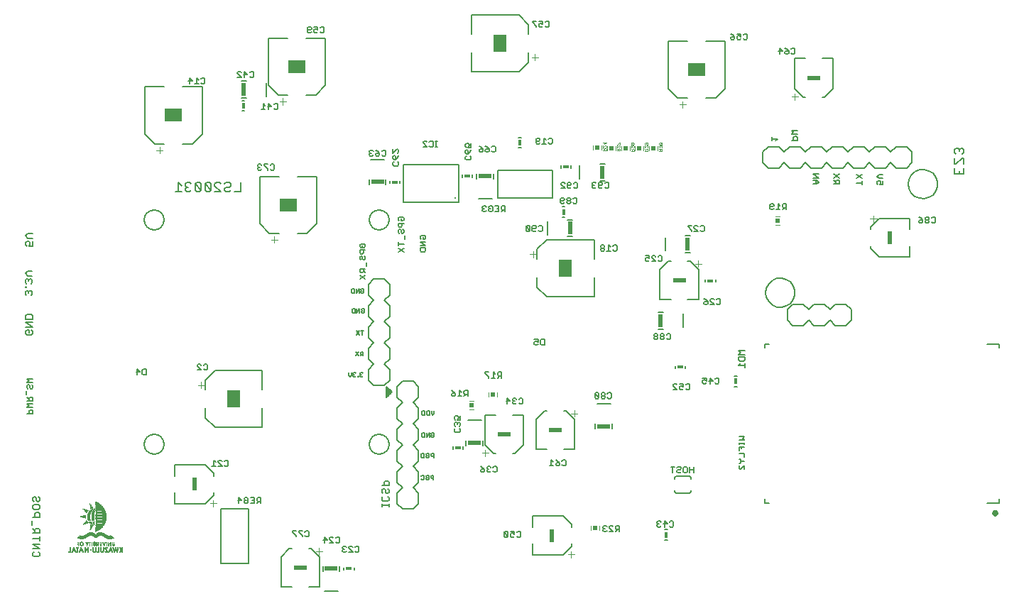
<source format=gbo>
G75*
G70*
%OFA0B0*%
%FSLAX24Y24*%
%IPPOS*%
%LPD*%
%AMOC8*
5,1,8,0,0,1.08239X$1,22.5*
%
%ADD10C,0.0060*%
%ADD11C,0.0050*%
%ADD12C,0.0080*%
%ADD13R,0.0043X0.0001*%
%ADD14R,0.0052X0.0001*%
%ADD15R,0.0035X0.0001*%
%ADD16R,0.0037X0.0001*%
%ADD17R,0.0047X0.0001*%
%ADD18R,0.0048X0.0001*%
%ADD19R,0.0145X0.0001*%
%ADD20R,0.0067X0.0001*%
%ADD21R,0.0116X0.0001*%
%ADD22R,0.0066X0.0001*%
%ADD23R,0.0050X0.0001*%
%ADD24R,0.0115X0.0001*%
%ADD25R,0.0071X0.0001*%
%ADD26R,0.0051X0.0001*%
%ADD27R,0.0038X0.0001*%
%ADD28R,0.0074X0.0001*%
%ADD29R,0.0076X0.0001*%
%ADD30R,0.0039X0.0001*%
%ADD31R,0.0079X0.0001*%
%ADD32R,0.0080X0.0001*%
%ADD33R,0.0084X0.0001*%
%ADD34R,0.0040X0.0001*%
%ADD35R,0.0086X0.0001*%
%ADD36R,0.0087X0.0001*%
%ADD37R,0.0053X0.0001*%
%ADD38R,0.0091X0.0001*%
%ADD39R,0.0090X0.0001*%
%ADD40R,0.0041X0.0001*%
%ADD41R,0.0093X0.0001*%
%ADD42R,0.0094X0.0001*%
%ADD43R,0.0054X0.0001*%
%ADD44R,0.0097X0.0001*%
%ADD45R,0.0100X0.0001*%
%ADD46R,0.0099X0.0001*%
%ADD47R,0.0056X0.0001*%
%ADD48R,0.0103X0.0001*%
%ADD49R,0.0104X0.0001*%
%ADD50R,0.0057X0.0001*%
%ADD51R,0.0044X0.0001*%
%ADD52R,0.0105X0.0001*%
%ADD53R,0.0106X0.0001*%
%ADD54R,0.0045X0.0001*%
%ADD55R,0.0109X0.0001*%
%ADD56R,0.0058X0.0001*%
%ADD57R,0.0111X0.0001*%
%ADD58R,0.0113X0.0001*%
%ADD59R,0.0059X0.0001*%
%ADD60R,0.0046X0.0001*%
%ADD61R,0.0118X0.0001*%
%ADD62R,0.0060X0.0001*%
%ADD63R,0.0120X0.0001*%
%ADD64R,0.0061X0.0001*%
%ADD65R,0.0123X0.0001*%
%ADD66R,0.0125X0.0001*%
%ADD67R,0.0124X0.0001*%
%ADD68R,0.0063X0.0001*%
%ADD69R,0.0128X0.0001*%
%ADD70R,0.0064X0.0001*%
%ADD71R,0.0130X0.0001*%
%ADD72R,0.0065X0.0001*%
%ADD73R,0.0132X0.0001*%
%ADD74R,0.0131X0.0001*%
%ADD75R,0.0135X0.0001*%
%ADD76R,0.0136X0.0001*%
%ADD77R,0.0137X0.0001*%
%ADD78R,0.0139X0.0001*%
%ADD79R,0.0069X0.0001*%
%ADD80R,0.0070X0.0001*%
%ADD81R,0.0144X0.0001*%
%ADD82R,0.0143X0.0001*%
%ADD83R,0.0072X0.0001*%
%ADD84R,0.0073X0.0001*%
%ADD85R,0.0077X0.0001*%
%ADD86R,0.0078X0.0001*%
%ADD87R,0.0081X0.0001*%
%ADD88R,0.0083X0.0001*%
%ADD89R,0.0180X0.0001*%
%ADD90R,0.0178X0.0001*%
%ADD91R,0.0177X0.0001*%
%ADD92R,0.0175X0.0001*%
%ADD93R,0.0176X0.0001*%
%ADD94R,0.0174X0.0001*%
%ADD95R,0.0172X0.0001*%
%ADD96R,0.0171X0.0001*%
%ADD97R,0.0034X0.0001*%
%ADD98R,0.0170X0.0001*%
%ADD99R,0.0033X0.0001*%
%ADD100R,0.0168X0.0001*%
%ADD101R,0.0169X0.0001*%
%ADD102R,0.0167X0.0001*%
%ADD103R,0.0165X0.0001*%
%ADD104R,0.0164X0.0001*%
%ADD105R,0.0163X0.0001*%
%ADD106R,0.0162X0.0001*%
%ADD107R,0.0161X0.0001*%
%ADD108R,0.0159X0.0001*%
%ADD109R,0.0158X0.0001*%
%ADD110R,0.0157X0.0001*%
%ADD111R,0.0156X0.0001*%
%ADD112R,0.0155X0.0001*%
%ADD113R,0.0154X0.0001*%
%ADD114R,0.0152X0.0001*%
%ADD115R,0.0151X0.0001*%
%ADD116R,0.0150X0.0001*%
%ADD117R,0.0149X0.0001*%
%ADD118R,0.0148X0.0001*%
%ADD119R,0.0146X0.0001*%
%ADD120R,0.0092X0.0001*%
%ADD121R,0.0089X0.0001*%
%ADD122R,0.0085X0.0001*%
%ADD123R,0.0133X0.0001*%
%ADD124R,0.0019X0.0001*%
%ADD125R,0.0021X0.0001*%
%ADD126R,0.0026X0.0001*%
%ADD127R,0.0030X0.0001*%
%ADD128R,0.0032X0.0001*%
%ADD129R,0.0027X0.0001*%
%ADD130R,0.0028X0.0001*%
%ADD131R,0.0031X0.0001*%
%ADD132R,0.0102X0.0001*%
%ADD133R,0.0096X0.0001*%
%ADD134R,0.0126X0.0001*%
%ADD135R,0.0098X0.0001*%
%ADD136R,0.0107X0.0001*%
%ADD137R,0.0110X0.0001*%
%ADD138R,0.0112X0.0001*%
%ADD139R,0.0138X0.0001*%
%ADD140R,0.0020X0.0001*%
%ADD141R,0.0025X0.0001*%
%ADD142R,0.0117X0.0001*%
%ADD143R,0.0187X0.0001*%
%ADD144R,0.0188X0.0001*%
%ADD145R,0.0198X0.0001*%
%ADD146R,0.0209X0.0001*%
%ADD147R,0.0210X0.0001*%
%ADD148R,0.0220X0.0001*%
%ADD149R,0.0229X0.0001*%
%ADD150R,0.0237X0.0001*%
%ADD151R,0.0239X0.0001*%
%ADD152R,0.0246X0.0001*%
%ADD153R,0.0253X0.0001*%
%ADD154R,0.0254X0.0001*%
%ADD155R,0.0261X0.0001*%
%ADD156R,0.0268X0.0001*%
%ADD157R,0.0275X0.0001*%
%ADD158R,0.0281X0.0001*%
%ADD159R,0.0288X0.0001*%
%ADD160R,0.0294X0.0001*%
%ADD161R,0.0301X0.0001*%
%ADD162R,0.0306X0.0001*%
%ADD163R,0.0312X0.0001*%
%ADD164R,0.0317X0.0001*%
%ADD165R,0.0322X0.0001*%
%ADD166R,0.0328X0.0001*%
%ADD167R,0.0333X0.0001*%
%ADD168R,0.0338X0.0001*%
%ADD169R,0.0343X0.0001*%
%ADD170R,0.0346X0.0001*%
%ADD171R,0.0351X0.0001*%
%ADD172R,0.0354X0.0001*%
%ADD173R,0.0356X0.0001*%
%ADD174R,0.0359X0.0001*%
%ADD175R,0.0360X0.0001*%
%ADD176R,0.0364X0.0001*%
%ADD177R,0.0365X0.0001*%
%ADD178R,0.0369X0.0001*%
%ADD179R,0.0372X0.0001*%
%ADD180R,0.0376X0.0001*%
%ADD181R,0.0377X0.0001*%
%ADD182R,0.0379X0.0001*%
%ADD183R,0.0380X0.0001*%
%ADD184R,0.0381X0.0001*%
%ADD185R,0.0383X0.0001*%
%ADD186R,0.0384X0.0001*%
%ADD187R,0.0129X0.0001*%
%ADD188R,0.0385X0.0001*%
%ADD189R,0.0386X0.0001*%
%ADD190R,0.0141X0.0001*%
%ADD191R,0.0387X0.0001*%
%ADD192R,0.0142X0.0001*%
%ADD193R,0.0389X0.0001*%
%ADD194R,0.0390X0.0001*%
%ADD195R,0.0391X0.0001*%
%ADD196R,0.0392X0.0001*%
%ADD197R,0.0393X0.0001*%
%ADD198R,0.0394X0.0001*%
%ADD199R,0.0396X0.0001*%
%ADD200R,0.0397X0.0001*%
%ADD201R,0.0182X0.0001*%
%ADD202R,0.0184X0.0001*%
%ADD203R,0.0185X0.0001*%
%ADD204R,0.0398X0.0001*%
%ADD205R,0.0189X0.0001*%
%ADD206R,0.0191X0.0001*%
%ADD207R,0.0399X0.0001*%
%ADD208R,0.0194X0.0001*%
%ADD209R,0.0196X0.0001*%
%ADD210R,0.0201X0.0001*%
%ADD211R,0.0400X0.0001*%
%ADD212R,0.0203X0.0001*%
%ADD213R,0.0206X0.0001*%
%ADD214R,0.0402X0.0001*%
%ADD215R,0.0208X0.0001*%
%ADD216R,0.0213X0.0001*%
%ADD217R,0.0216X0.0001*%
%ADD218R,0.0403X0.0001*%
%ADD219R,0.0219X0.0001*%
%ADD220R,0.0404X0.0001*%
%ADD221R,0.0222X0.0001*%
%ADD222R,0.0224X0.0001*%
%ADD223R,0.0227X0.0001*%
%ADD224R,0.0405X0.0001*%
%ADD225R,0.0231X0.0001*%
%ADD226R,0.0406X0.0001*%
%ADD227R,0.0234X0.0001*%
%ADD228R,0.0407X0.0001*%
%ADD229R,0.0241X0.0001*%
%ADD230R,0.0243X0.0001*%
%ADD231R,0.0409X0.0001*%
%ADD232R,0.0249X0.0001*%
%ADD233R,0.0410X0.0001*%
%ADD234R,0.0411X0.0001*%
%ADD235R,0.0255X0.0001*%
%ADD236R,0.0259X0.0001*%
%ADD237R,0.0262X0.0001*%
%ADD238R,0.0412X0.0001*%
%ADD239R,0.0265X0.0001*%
%ADD240R,0.0413X0.0001*%
%ADD241R,0.0269X0.0001*%
%ADD242R,0.0272X0.0001*%
%ADD243R,0.0415X0.0001*%
%ADD244R,0.0276X0.0001*%
%ADD245R,0.0279X0.0001*%
%ADD246R,0.0313X0.0001*%
%ADD247R,0.0283X0.0001*%
%ADD248R,0.0314X0.0001*%
%ADD249R,0.0287X0.0001*%
%ADD250R,0.0307X0.0001*%
%ADD251R,0.0291X0.0001*%
%ADD252R,0.0302X0.0001*%
%ADD253R,0.0298X0.0001*%
%ADD254R,0.0295X0.0001*%
%ADD255R,0.0299X0.0001*%
%ADD256R,0.0300X0.0001*%
%ADD257R,0.0296X0.0001*%
%ADD258R,0.0293X0.0001*%
%ADD259R,0.0304X0.0001*%
%ADD260R,0.0292X0.0001*%
%ADD261R,0.0289X0.0001*%
%ADD262R,0.0024X0.0001*%
%ADD263R,0.0327X0.0001*%
%ADD264R,0.0015X0.0001*%
%ADD265R,0.0012X0.0001*%
%ADD266R,0.0008X0.0001*%
%ADD267R,0.0345X0.0001*%
%ADD268R,0.0005X0.0001*%
%ADD269R,0.0350X0.0001*%
%ADD270R,0.0357X0.0001*%
%ADD271R,0.0371X0.0001*%
%ADD272R,0.0431X0.0001*%
%ADD273R,0.1107X0.0001*%
%ADD274R,0.1101X0.0001*%
%ADD275R,0.1096X0.0001*%
%ADD276R,0.1091X0.0001*%
%ADD277R,0.1085X0.0001*%
%ADD278R,0.1081X0.0001*%
%ADD279R,0.1076X0.0001*%
%ADD280R,0.1071X0.0001*%
%ADD281R,0.1067X0.0001*%
%ADD282R,0.1062X0.0001*%
%ADD283R,0.1057X0.0001*%
%ADD284R,0.1052X0.0001*%
%ADD285R,0.1048X0.0001*%
%ADD286R,0.1043X0.0001*%
%ADD287R,0.1038X0.0001*%
%ADD288R,0.1033X0.0001*%
%ADD289R,0.1029X0.0001*%
%ADD290R,0.1024X0.0001*%
%ADD291R,0.1019X0.0001*%
%ADD292R,0.1016X0.0001*%
%ADD293R,0.1011X0.0001*%
%ADD294R,0.1006X0.0001*%
%ADD295R,0.1003X0.0001*%
%ADD296R,0.0998X0.0001*%
%ADD297R,0.0993X0.0001*%
%ADD298R,0.0989X0.0001*%
%ADD299R,0.0491X0.0001*%
%ADD300R,0.0488X0.0001*%
%ADD301R,0.0484X0.0001*%
%ADD302R,0.0481X0.0001*%
%ADD303R,0.0482X0.0001*%
%ADD304R,0.0478X0.0001*%
%ADD305R,0.0475X0.0001*%
%ADD306R,0.0471X0.0001*%
%ADD307R,0.0472X0.0001*%
%ADD308R,0.0469X0.0001*%
%ADD309R,0.0465X0.0001*%
%ADD310R,0.0462X0.0001*%
%ADD311R,0.0463X0.0001*%
%ADD312R,0.0459X0.0001*%
%ADD313R,0.0456X0.0001*%
%ADD314R,0.0452X0.0001*%
%ADD315R,0.0449X0.0001*%
%ADD316R,0.0445X0.0001*%
%ADD317R,0.0442X0.0001*%
%ADD318R,0.0439X0.0001*%
%ADD319R,0.0436X0.0001*%
%ADD320R,0.0432X0.0001*%
%ADD321R,0.0429X0.0001*%
%ADD322R,0.0430X0.0001*%
%ADD323R,0.0425X0.0001*%
%ADD324R,0.0426X0.0001*%
%ADD325R,0.0422X0.0001*%
%ADD326R,0.0419X0.0001*%
%ADD327R,0.0416X0.0001*%
%ADD328R,0.0373X0.0001*%
%ADD329R,0.0370X0.0001*%
%ADD330R,0.0366X0.0001*%
%ADD331R,0.0361X0.0001*%
%ADD332R,0.0363X0.0001*%
%ADD333R,0.0358X0.0001*%
%ADD334R,0.0339X0.0001*%
%ADD335R,0.0334X0.0001*%
%ADD336R,0.0331X0.0001*%
%ADD337R,0.0326X0.0001*%
%ADD338R,0.0318X0.0001*%
%ADD339R,0.0309X0.0001*%
%ADD340R,0.0311X0.0001*%
%ADD341R,0.0280X0.0001*%
%ADD342R,0.0274X0.0001*%
%ADD343R,0.0270X0.0001*%
%ADD344R,0.0266X0.0001*%
%ADD345R,0.0260X0.0001*%
%ADD346R,0.0252X0.0001*%
%ADD347R,0.0250X0.0001*%
%ADD348R,0.0240X0.0001*%
%ADD349R,0.0235X0.0001*%
%ADD350R,0.0230X0.0001*%
%ADD351R,0.0214X0.0001*%
%ADD352R,0.0207X0.0001*%
%ADD353R,0.0202X0.0001*%
%ADD354R,0.0195X0.0001*%
%ADD355R,0.0119X0.0001*%
%ADD356R,0.0001X0.0001*%
%ADD357R,0.0004X0.0001*%
%ADD358R,0.0006X0.0001*%
%ADD359R,0.0009X0.0001*%
%ADD360R,0.0014X0.0001*%
%ADD361R,0.0017X0.0001*%
%ADD362R,0.0022X0.0001*%
%ADD363R,0.0122X0.0001*%
%ADD364R,0.0002X0.0001*%
%ADD365R,0.0007X0.0001*%
%ADD366R,0.0181X0.0001*%
%ADD367R,0.0011X0.0001*%
%ADD368R,0.0190X0.0001*%
%ADD369R,0.0018X0.0001*%
%ADD370R,0.0200X0.0001*%
%ADD371R,0.0204X0.0001*%
%ADD372R,0.0215X0.0001*%
%ADD373R,0.0221X0.0001*%
%ADD374R,0.0226X0.0001*%
%ADD375R,0.0228X0.0001*%
%ADD376R,0.0233X0.0001*%
%ADD377R,0.0236X0.0001*%
%ADD378R,0.0242X0.0001*%
%ADD379R,0.0244X0.0001*%
%ADD380R,0.0247X0.0001*%
%ADD381R,0.0248X0.0001*%
%ADD382R,0.0256X0.0001*%
%ADD383R,0.0257X0.0001*%
%ADD384R,0.0263X0.0001*%
%ADD385R,0.0267X0.0001*%
%ADD386R,0.0273X0.0001*%
%ADD387R,0.0278X0.0001*%
%ADD388R,0.0282X0.0001*%
%ADD389R,0.0285X0.0001*%
%ADD390R,0.0286X0.0001*%
%ADD391R,0.0305X0.0001*%
%ADD392R,0.0308X0.0001*%
%ADD393R,0.0315X0.0001*%
%ADD394R,0.0319X0.0001*%
%ADD395R,0.0320X0.0001*%
%ADD396R,0.0321X0.0001*%
%ADD397R,0.0324X0.0001*%
%ADD398R,0.0325X0.0001*%
%ADD399R,0.0330X0.0001*%
%ADD400R,0.0332X0.0001*%
%ADD401R,0.0335X0.0001*%
%ADD402R,0.0337X0.0001*%
%ADD403R,0.0340X0.0001*%
%ADD404R,0.0341X0.0001*%
%ADD405R,0.0344X0.0001*%
%ADD406R,0.0347X0.0001*%
%ADD407R,0.0348X0.0001*%
%ADD408R,0.0352X0.0001*%
%ADD409R,0.0353X0.0001*%
%ADD410R,0.0367X0.0001*%
%ADD411R,0.0374X0.0001*%
%ADD412R,0.0378X0.0001*%
%ADD413R,0.0013X0.0001*%
%ADD414R,0.0417X0.0001*%
%ADD415R,0.0420X0.0001*%
%ADD416R,0.0423X0.0001*%
%ADD417R,0.0424X0.0001*%
%ADD418R,0.0428X0.0001*%
%ADD419R,0.0457X0.0001*%
%ADD420R,0.0458X0.0001*%
%ADD421R,0.0461X0.0001*%
%ADD422R,0.0464X0.0001*%
%ADD423R,0.0467X0.0001*%
%ADD424R,0.0468X0.0001*%
%ADD425R,0.0470X0.0001*%
%ADD426R,0.0474X0.0001*%
%ADD427R,0.0476X0.0001*%
%ADD428R,0.0477X0.0001*%
%ADD429R,0.0480X0.0001*%
%ADD430R,0.0483X0.0001*%
%ADD431R,0.0485X0.0001*%
%ADD432R,0.0487X0.0001*%
%ADD433R,0.0193X0.0001*%
%ADD434R,0.0197X0.0001*%
%ADD435R,0.0501X0.0001*%
%ADD436R,0.0502X0.0001*%
%ADD437R,0.0503X0.0001*%
%ADD438R,0.0504X0.0001*%
%ADD439R,0.0506X0.0001*%
%ADD440R,0.0507X0.0001*%
%ADD441R,0.0508X0.0001*%
%ADD442R,0.0509X0.0001*%
%ADD443R,0.0183X0.0001*%
%ADD444R,0.0489X0.0001*%
%ADD445R,0.0438X0.0001*%
%ADD446R,0.0437X0.0001*%
%ADD447R,0.0435X0.0001*%
%ADD448R,0.0433X0.0001*%
%ADD449R,0.0418X0.0001*%
%ADD450R,0.0223X0.0001*%
%ADD451R,0.0217X0.0001*%
%ADD452R,0.0211X0.0001*%
%ADD453C,0.0160*%
%ADD454C,0.0039*%
%ADD455R,0.0236X0.0236*%
%ADD456R,0.0591X0.0787*%
%ADD457C,0.0040*%
%ADD458R,0.0787X0.0591*%
%ADD459R,0.0118X0.0315*%
%ADD460R,0.0315X0.0118*%
%ADD461R,0.0630X0.0236*%
%ADD462R,0.0236X0.0630*%
%ADD463C,0.0132*%
%ADD464C,0.0020*%
D10*
X000439Y008930D02*
X000699Y008930D01*
X000699Y009060D01*
X000656Y009103D01*
X000569Y009103D01*
X000526Y009060D01*
X000526Y008930D01*
X000439Y009224D02*
X000526Y009311D01*
X000439Y009398D01*
X000699Y009398D01*
X000699Y009519D02*
X000699Y009649D01*
X000656Y009692D01*
X000569Y009692D01*
X000526Y009649D01*
X000526Y009519D01*
X000526Y009606D02*
X000439Y009692D01*
X000396Y009814D02*
X000396Y009987D01*
X000482Y010108D02*
X000439Y010152D01*
X000439Y010238D01*
X000482Y010282D01*
X000526Y010282D01*
X000569Y010238D01*
X000569Y010152D01*
X000612Y010108D01*
X000656Y010108D01*
X000699Y010152D01*
X000699Y010238D01*
X000656Y010282D01*
X000699Y010403D02*
X000439Y010403D01*
X000526Y010490D01*
X000439Y010576D01*
X000699Y010576D01*
X000699Y009519D02*
X000439Y009519D01*
X000439Y009224D02*
X000699Y009224D01*
X016057Y015263D02*
X016317Y015436D01*
X016317Y015557D02*
X016230Y015644D01*
X016230Y015601D02*
X016230Y015731D01*
X016317Y015731D02*
X016057Y015731D01*
X016057Y015601D01*
X016100Y015557D01*
X016187Y015557D01*
X016230Y015601D01*
X016057Y015436D02*
X016317Y015263D01*
X016360Y015852D02*
X016360Y016025D01*
X016274Y016146D02*
X016317Y016190D01*
X016317Y016277D01*
X016274Y016320D01*
X016187Y016277D02*
X016187Y016190D01*
X016230Y016146D01*
X016274Y016146D01*
X016187Y016277D02*
X016144Y016320D01*
X016100Y016320D01*
X016057Y016277D01*
X016057Y016190D01*
X016100Y016146D01*
X016100Y016441D02*
X016187Y016441D01*
X016230Y016484D01*
X016230Y016615D01*
X016317Y016615D02*
X016057Y016615D01*
X016057Y016484D01*
X016100Y016441D01*
X016100Y016736D02*
X016057Y016779D01*
X016057Y016866D01*
X016100Y016909D01*
X016274Y016909D01*
X016317Y016866D01*
X016317Y016779D01*
X016274Y016736D01*
X016187Y016736D01*
X016187Y016822D01*
X017868Y016817D02*
X017868Y016990D01*
X017868Y016904D02*
X018128Y016904D01*
X018128Y016696D02*
X017868Y016522D01*
X017868Y016696D02*
X018128Y016522D01*
X018892Y016584D02*
X018892Y016714D01*
X019152Y016714D01*
X019152Y016584D01*
X019108Y016540D01*
X018935Y016540D01*
X018892Y016584D01*
X018892Y016835D02*
X019152Y016835D01*
X018892Y017008D01*
X019152Y017008D01*
X019108Y017129D02*
X019022Y017129D01*
X019022Y017216D01*
X019108Y017129D02*
X019152Y017173D01*
X019152Y017260D01*
X019108Y017303D01*
X018935Y017303D01*
X018892Y017260D01*
X018892Y017173D01*
X018935Y017129D01*
X018171Y017112D02*
X018171Y017285D01*
X018085Y017406D02*
X018128Y017450D01*
X018128Y017536D01*
X018085Y017580D01*
X017998Y017536D02*
X017998Y017450D01*
X018041Y017406D01*
X018085Y017406D01*
X017998Y017536D02*
X017955Y017580D01*
X017911Y017580D01*
X017868Y017536D01*
X017868Y017450D01*
X017911Y017406D01*
X017911Y017701D02*
X017868Y017744D01*
X017868Y017874D01*
X018128Y017874D01*
X018041Y017874D02*
X018041Y017744D01*
X017998Y017701D01*
X017911Y017701D01*
X017911Y017996D02*
X017868Y018039D01*
X017868Y018126D01*
X017911Y018169D01*
X018085Y018169D01*
X018128Y018126D01*
X018128Y018039D01*
X018085Y017996D01*
X017998Y017996D01*
X017998Y018082D01*
X035400Y021753D02*
X035400Y021927D01*
X035400Y021840D02*
X035660Y021840D01*
X035573Y021753D01*
X036333Y021774D02*
X036593Y021774D01*
X036593Y021904D01*
X036550Y021947D01*
X036463Y021947D01*
X036419Y021904D01*
X036419Y021774D01*
X036333Y022068D02*
X036419Y022155D01*
X036333Y022242D01*
X036593Y022242D01*
X036593Y022068D02*
X036333Y022068D01*
X037333Y020183D02*
X037593Y020183D01*
X037593Y020009D02*
X037333Y020183D01*
X037333Y020009D02*
X037593Y020009D01*
X037506Y019888D02*
X037333Y019888D01*
X037463Y019888D02*
X037463Y019715D01*
X037506Y019715D02*
X037593Y019801D01*
X037506Y019888D01*
X037506Y019715D02*
X037333Y019715D01*
X038313Y019715D02*
X038573Y019715D01*
X038573Y019845D01*
X038530Y019888D01*
X038443Y019888D01*
X038400Y019845D01*
X038400Y019715D01*
X038400Y019801D02*
X038313Y019888D01*
X038313Y020009D02*
X038573Y020183D01*
X038573Y020009D02*
X038313Y020183D01*
X039376Y020155D02*
X039636Y019982D01*
X039636Y019860D02*
X039636Y019687D01*
X039636Y019774D02*
X039376Y019774D01*
X039376Y019982D02*
X039636Y020155D01*
X040341Y020068D02*
X040427Y020155D01*
X040601Y020155D01*
X040601Y019982D02*
X040427Y019982D01*
X040341Y020068D01*
X040384Y019860D02*
X040341Y019817D01*
X040341Y019730D01*
X040384Y019687D01*
X040471Y019687D02*
X040514Y019774D01*
X040514Y019817D01*
X040471Y019860D01*
X040384Y019860D01*
X040471Y019687D02*
X040601Y019687D01*
X040601Y019860D01*
X034116Y007862D02*
X034030Y007775D01*
X034116Y007689D01*
X033856Y007689D01*
X033856Y007567D02*
X033856Y007481D01*
X033856Y007524D02*
X034116Y007524D01*
X034116Y007567D02*
X034116Y007481D01*
X034116Y007371D02*
X033856Y007371D01*
X033856Y007197D01*
X033856Y007076D02*
X034116Y007076D01*
X034116Y006903D01*
X034116Y006695D02*
X033986Y006695D01*
X033899Y006608D01*
X033856Y006608D01*
X033899Y006487D02*
X033856Y006444D01*
X033856Y006357D01*
X033899Y006314D01*
X033943Y006314D01*
X034116Y006487D01*
X034116Y006314D01*
X033986Y006695D02*
X033899Y006782D01*
X033856Y006782D01*
X033986Y007284D02*
X033986Y007371D01*
X033856Y007862D02*
X034116Y007862D01*
X017428Y005719D02*
X017428Y005549D01*
X017088Y005549D01*
X017202Y005549D02*
X017202Y005719D01*
X017258Y005775D01*
X017372Y005775D01*
X017428Y005719D01*
X017372Y005407D02*
X017428Y005350D01*
X017428Y005237D01*
X017372Y005180D01*
X017315Y005180D01*
X017258Y005237D01*
X017258Y005350D01*
X017202Y005407D01*
X017145Y005407D01*
X017088Y005350D01*
X017088Y005237D01*
X017145Y005180D01*
X017145Y005039D02*
X017088Y004982D01*
X017088Y004869D01*
X017145Y004812D01*
X017372Y004812D01*
X017428Y004869D01*
X017428Y004982D01*
X017372Y005039D01*
X017428Y004680D02*
X017428Y004566D01*
X017428Y004623D02*
X017088Y004623D01*
X017088Y004566D02*
X017088Y004680D01*
D11*
X018950Y005874D02*
X018982Y005842D01*
X019045Y005842D01*
X019077Y005874D01*
X019077Y006001D01*
X019045Y006032D01*
X018982Y006032D01*
X018950Y006001D01*
X019171Y006001D02*
X019203Y006032D01*
X019266Y006032D01*
X019298Y006001D01*
X019298Y005874D01*
X019266Y005842D01*
X019203Y005842D01*
X019171Y005874D01*
X019171Y005937D01*
X019235Y005937D01*
X019392Y005937D02*
X019424Y005906D01*
X019519Y005906D01*
X019519Y005842D02*
X019519Y006032D01*
X019424Y006032D01*
X019392Y006001D01*
X019392Y005937D01*
X019270Y006858D02*
X019207Y006858D01*
X019175Y006890D01*
X019175Y006953D01*
X019239Y006953D01*
X019302Y006890D02*
X019270Y006858D01*
X019302Y006890D02*
X019302Y007016D01*
X019270Y007048D01*
X019207Y007048D01*
X019175Y007016D01*
X019081Y007048D02*
X018986Y007048D01*
X018954Y007016D01*
X018954Y006890D01*
X018986Y006858D01*
X019081Y006858D01*
X019081Y007048D01*
X019396Y007016D02*
X019396Y006953D01*
X019428Y006921D01*
X019523Y006921D01*
X019523Y006858D02*
X019523Y007048D01*
X019428Y007048D01*
X019396Y007016D01*
X019451Y007822D02*
X019420Y007854D01*
X019420Y007918D01*
X019483Y007918D01*
X019420Y007981D02*
X019451Y008013D01*
X019515Y008013D01*
X019546Y007981D01*
X019546Y007854D01*
X019515Y007822D01*
X019451Y007822D01*
X019326Y007822D02*
X019326Y008013D01*
X019199Y007822D01*
X019199Y008013D01*
X019105Y008013D02*
X019009Y008013D01*
X018978Y007981D01*
X018978Y007854D01*
X019009Y007822D01*
X019105Y007822D01*
X019105Y008013D01*
X020422Y007388D02*
X020422Y007270D01*
X020894Y007270D02*
X020894Y007388D01*
X021048Y007439D02*
X021048Y007675D01*
X020734Y008045D02*
X020554Y008045D01*
X020509Y008090D01*
X020509Y008180D01*
X020554Y008225D01*
X020554Y008339D02*
X020509Y008384D01*
X020509Y008475D01*
X020554Y008520D01*
X020599Y008520D01*
X020644Y008475D01*
X020644Y008430D01*
X020644Y008475D02*
X020689Y008520D01*
X020734Y008520D01*
X020779Y008475D01*
X020779Y008384D01*
X020734Y008339D01*
X020734Y008225D02*
X020779Y008180D01*
X020779Y008090D01*
X020734Y008045D01*
X020779Y008634D02*
X020644Y008634D01*
X020689Y008724D01*
X020689Y008769D01*
X020644Y008814D01*
X020554Y008814D01*
X020509Y008769D01*
X020509Y008679D01*
X020554Y008634D01*
X020779Y008634D02*
X020779Y008814D01*
X021127Y008612D02*
X021757Y008612D01*
X021934Y008876D02*
X021934Y007459D01*
X022327Y007065D01*
X022446Y007065D01*
X021835Y007439D02*
X021835Y007675D01*
X023233Y007065D02*
X023351Y007065D01*
X023745Y007459D01*
X023745Y008876D01*
X023233Y008876D01*
X023278Y009382D02*
X023368Y009382D01*
X023413Y009427D01*
X023528Y009427D02*
X023573Y009382D01*
X023663Y009382D01*
X023708Y009427D01*
X023708Y009607D01*
X023663Y009652D01*
X023573Y009652D01*
X023528Y009607D01*
X023413Y009607D02*
X023368Y009652D01*
X023278Y009652D01*
X023233Y009607D01*
X023233Y009562D01*
X023278Y009517D01*
X023233Y009472D01*
X023233Y009427D01*
X023278Y009382D01*
X023278Y009517D02*
X023323Y009517D01*
X023119Y009517D02*
X022939Y009517D01*
X022984Y009382D02*
X022984Y009652D01*
X023119Y009517D01*
X022446Y008876D02*
X021934Y008876D01*
X021133Y009748D02*
X021133Y010018D01*
X020998Y010018D01*
X020953Y009973D01*
X020953Y009883D01*
X020998Y009838D01*
X021133Y009838D01*
X021043Y009838D02*
X020953Y009748D01*
X020838Y009748D02*
X020658Y009748D01*
X020748Y009748D02*
X020748Y010018D01*
X020838Y009928D01*
X020544Y009883D02*
X020409Y009883D01*
X020364Y009838D01*
X020364Y009793D01*
X020409Y009748D01*
X020499Y009748D01*
X020544Y009793D01*
X020544Y009883D01*
X020454Y009973D01*
X020364Y010018D01*
X019550Y009044D02*
X019550Y008917D01*
X019487Y008854D01*
X019424Y008917D01*
X019424Y009044D01*
X019329Y009044D02*
X019234Y009044D01*
X019203Y009012D01*
X019203Y008886D01*
X019234Y008854D01*
X019329Y008854D01*
X019329Y009044D01*
X019108Y009044D02*
X019013Y009044D01*
X018982Y009012D01*
X018982Y008886D01*
X019013Y008854D01*
X019108Y008854D01*
X019108Y009044D01*
X017570Y009947D02*
X017320Y010197D01*
X017320Y009697D01*
X017570Y009947D01*
X017546Y009971D02*
X017320Y009971D01*
X017320Y010019D02*
X017497Y010019D01*
X017449Y010068D02*
X017320Y010068D01*
X017320Y010116D02*
X017400Y010116D01*
X017352Y010165D02*
X017320Y010165D01*
X017320Y009922D02*
X017544Y009922D01*
X017496Y009874D02*
X017320Y009874D01*
X017320Y009825D02*
X017447Y009825D01*
X017399Y009776D02*
X017320Y009776D01*
X017320Y009728D02*
X017350Y009728D01*
X016212Y010685D02*
X016180Y010653D01*
X016117Y010653D01*
X016085Y010685D01*
X016085Y010717D01*
X016117Y010748D01*
X016148Y010748D01*
X016117Y010748D02*
X016085Y010780D01*
X016085Y010812D01*
X016117Y010843D01*
X016180Y010843D01*
X016212Y010812D01*
X015991Y010685D02*
X015959Y010685D01*
X015959Y010653D01*
X015991Y010653D01*
X015991Y010685D01*
X015880Y010685D02*
X015849Y010653D01*
X015785Y010653D01*
X015754Y010685D01*
X015754Y010717D01*
X015785Y010748D01*
X015817Y010748D01*
X015785Y010748D02*
X015754Y010780D01*
X015754Y010812D01*
X015785Y010843D01*
X015849Y010843D01*
X015880Y010812D01*
X015659Y010843D02*
X015659Y010717D01*
X015596Y010653D01*
X015533Y010717D01*
X015533Y010843D01*
X015868Y011645D02*
X015995Y011835D01*
X016089Y011804D02*
X016089Y011740D01*
X016121Y011709D01*
X016216Y011709D01*
X016152Y011709D02*
X016089Y011645D01*
X015995Y011645D02*
X015868Y011835D01*
X016089Y011804D02*
X016121Y011835D01*
X016216Y011835D01*
X016216Y011645D01*
X016180Y012641D02*
X016180Y012832D01*
X016243Y012832D02*
X016117Y012832D01*
X016022Y012832D02*
X015896Y012641D01*
X016022Y012641D02*
X015896Y012832D01*
X015915Y013661D02*
X015915Y013851D01*
X015821Y013851D02*
X015821Y013661D01*
X015726Y013661D01*
X015694Y013693D01*
X015694Y013820D01*
X015726Y013851D01*
X015821Y013851D01*
X015915Y013661D02*
X016042Y013851D01*
X016042Y013661D01*
X016136Y013693D02*
X016136Y013756D01*
X016200Y013756D01*
X016263Y013820D02*
X016263Y013693D01*
X016231Y013661D01*
X016168Y013661D01*
X016136Y013693D01*
X016136Y013820D02*
X016168Y013851D01*
X016231Y013851D01*
X016263Y013820D01*
X016212Y014590D02*
X016148Y014590D01*
X016117Y014622D01*
X016117Y014685D01*
X016180Y014685D01*
X016243Y014622D02*
X016212Y014590D01*
X016243Y014622D02*
X016243Y014749D01*
X016212Y014780D01*
X016148Y014780D01*
X016117Y014749D01*
X016022Y014780D02*
X015896Y014590D01*
X015896Y014780D01*
X015801Y014780D02*
X015706Y014780D01*
X015675Y014749D01*
X015675Y014622D01*
X015706Y014590D01*
X015801Y014590D01*
X015801Y014780D01*
X016022Y014780D02*
X016022Y014590D01*
X013583Y017396D02*
X013131Y017396D01*
X013583Y017396D02*
X014036Y017849D01*
X014036Y020073D01*
X013131Y020073D01*
X012264Y020073D02*
X011359Y020073D01*
X011359Y017849D01*
X011812Y017396D01*
X012264Y017396D01*
X016497Y019699D02*
X016497Y019935D01*
X017284Y019935D02*
X017284Y019699D01*
X017477Y019750D02*
X017477Y019868D01*
X017949Y019868D02*
X017949Y019750D01*
X017840Y020576D02*
X017660Y020576D01*
X017615Y020621D01*
X017615Y020711D01*
X017660Y020756D01*
X017660Y020871D02*
X017615Y020916D01*
X017615Y021006D01*
X017660Y021051D01*
X017705Y021051D01*
X017750Y021006D01*
X017750Y020871D01*
X017660Y020871D01*
X017750Y020871D02*
X017840Y020961D01*
X017885Y021051D01*
X017840Y021166D02*
X017885Y021211D01*
X017885Y021301D01*
X017840Y021346D01*
X017795Y021346D01*
X017615Y021166D01*
X017615Y021346D01*
X017277Y021260D02*
X017277Y021080D01*
X017232Y021035D01*
X017142Y021035D01*
X017097Y021080D01*
X016982Y021080D02*
X016937Y021035D01*
X016847Y021035D01*
X016802Y021080D01*
X016802Y021125D01*
X016847Y021170D01*
X016982Y021170D01*
X016982Y021080D01*
X016982Y021170D02*
X016892Y021260D01*
X016802Y021305D01*
X016688Y021260D02*
X016643Y021305D01*
X016552Y021305D01*
X016507Y021260D01*
X016507Y021215D01*
X016552Y021170D01*
X016507Y021125D01*
X016507Y021080D01*
X016552Y021035D01*
X016643Y021035D01*
X016688Y021080D01*
X016597Y021170D02*
X016552Y021170D01*
X016575Y020872D02*
X017205Y020872D01*
X017277Y021260D02*
X017232Y021305D01*
X017142Y021305D01*
X017097Y021260D01*
X017840Y020756D02*
X017885Y020711D01*
X017885Y020621D01*
X017840Y020576D01*
X018113Y020636D02*
X018113Y018864D01*
X020711Y018864D01*
X020711Y020636D01*
X018113Y020636D01*
X019025Y021464D02*
X019205Y021464D01*
X019025Y021644D01*
X019025Y021689D01*
X019070Y021734D01*
X019160Y021734D01*
X019205Y021689D01*
X019320Y021689D02*
X019365Y021734D01*
X019455Y021734D01*
X019500Y021689D01*
X019500Y021509D01*
X019455Y021464D01*
X019365Y021464D01*
X019320Y021509D01*
X019606Y021464D02*
X019696Y021464D01*
X019651Y021464D02*
X019651Y021734D01*
X019696Y021734D02*
X019606Y021734D01*
X021010Y021570D02*
X021010Y021480D01*
X021055Y021435D01*
X021145Y021435D02*
X021190Y021525D01*
X021190Y021570D01*
X021145Y021616D01*
X021055Y021616D01*
X021010Y021570D01*
X021145Y021435D02*
X021280Y021435D01*
X021280Y021616D01*
X021280Y021321D02*
X021235Y021231D01*
X021145Y021141D01*
X021145Y021276D01*
X021100Y021321D01*
X021055Y021321D01*
X021010Y021276D01*
X021010Y021186D01*
X021055Y021141D01*
X021145Y021141D01*
X021235Y021026D02*
X021280Y020981D01*
X021280Y020891D01*
X021235Y020846D01*
X021055Y020846D01*
X021010Y020891D01*
X021010Y020981D01*
X021055Y021026D01*
X021655Y021268D02*
X021655Y021313D01*
X021700Y021358D01*
X021835Y021358D01*
X021835Y021268D01*
X021790Y021223D01*
X021700Y021223D01*
X021655Y021268D01*
X021745Y021448D02*
X021835Y021358D01*
X021950Y021313D02*
X021995Y021358D01*
X022130Y021358D01*
X022130Y021268D01*
X022085Y021223D01*
X021995Y021223D01*
X021950Y021268D01*
X021950Y021313D01*
X022040Y021448D02*
X021950Y021493D01*
X022040Y021448D02*
X022130Y021358D01*
X022244Y021268D02*
X022289Y021223D01*
X022380Y021223D01*
X022425Y021268D01*
X022425Y021448D01*
X022380Y021493D01*
X022289Y021493D01*
X022244Y021448D01*
X021745Y021448D02*
X021655Y021493D01*
X023505Y021420D02*
X023623Y021420D01*
X024324Y021643D02*
X024324Y021823D01*
X024369Y021868D01*
X024459Y021868D01*
X024504Y021823D01*
X024504Y021778D01*
X024459Y021733D01*
X024324Y021733D01*
X024324Y021643D02*
X024369Y021598D01*
X024459Y021598D01*
X024504Y021643D01*
X024619Y021598D02*
X024799Y021598D01*
X024709Y021598D02*
X024709Y021868D01*
X024799Y021778D01*
X024914Y021823D02*
X024959Y021868D01*
X025049Y021868D01*
X025094Y021823D01*
X025094Y021643D01*
X025049Y021598D01*
X024959Y021598D01*
X024914Y021643D01*
X023623Y021892D02*
X023505Y021892D01*
X025505Y020589D02*
X025505Y020471D01*
X025977Y020471D02*
X025977Y020589D01*
X026386Y020585D02*
X026386Y019955D01*
X026232Y019781D02*
X026277Y019736D01*
X026277Y019555D01*
X026232Y019510D01*
X026142Y019510D01*
X026097Y019555D01*
X025982Y019555D02*
X025937Y019510D01*
X025847Y019510D01*
X025802Y019555D01*
X025802Y019736D01*
X025847Y019781D01*
X025937Y019781D01*
X025982Y019736D01*
X025982Y019690D01*
X025937Y019645D01*
X025802Y019645D01*
X025688Y019736D02*
X025643Y019781D01*
X025553Y019781D01*
X025507Y019736D01*
X025507Y019690D01*
X025688Y019510D01*
X025507Y019510D01*
X025529Y019072D02*
X025619Y019072D01*
X025664Y019027D01*
X025664Y018982D01*
X025619Y018937D01*
X025484Y018937D01*
X025484Y019027D02*
X025529Y019072D01*
X025484Y019027D02*
X025484Y018847D01*
X025529Y018802D01*
X025619Y018802D01*
X025664Y018847D01*
X025779Y018847D02*
X025824Y018802D01*
X025914Y018802D01*
X025959Y018847D01*
X025959Y018892D01*
X025914Y018937D01*
X025824Y018937D01*
X025779Y018892D01*
X025779Y018847D01*
X025824Y018937D02*
X025779Y018982D01*
X025779Y019027D01*
X025824Y019072D01*
X025914Y019072D01*
X025959Y019027D01*
X025959Y018982D01*
X025914Y018937D01*
X026073Y019027D02*
X026118Y019072D01*
X026208Y019072D01*
X026253Y019027D01*
X026253Y018847D01*
X026208Y018802D01*
X026118Y018802D01*
X026073Y018847D01*
X025682Y018644D02*
X025564Y018644D01*
X025564Y018171D02*
X025682Y018171D01*
X025812Y018042D02*
X026048Y018042D01*
X024875Y017963D02*
X024875Y017333D01*
X024831Y017097D02*
X027056Y017097D01*
X027056Y016191D01*
X027403Y016573D02*
X027493Y016573D01*
X027538Y016618D01*
X027538Y016663D01*
X027493Y016708D01*
X027403Y016708D01*
X027358Y016663D01*
X027358Y016618D01*
X027403Y016573D01*
X027403Y016708D02*
X027358Y016753D01*
X027358Y016799D01*
X027403Y016844D01*
X027493Y016844D01*
X027538Y016799D01*
X027538Y016753D01*
X027493Y016708D01*
X027653Y016573D02*
X027833Y016573D01*
X027743Y016573D02*
X027743Y016844D01*
X027833Y016753D01*
X027947Y016799D02*
X027992Y016844D01*
X028082Y016844D01*
X028127Y016799D01*
X028127Y016618D01*
X028082Y016573D01*
X027992Y016573D01*
X027947Y016618D01*
X029472Y016347D02*
X029652Y016347D01*
X029652Y016212D01*
X029562Y016257D01*
X029517Y016257D01*
X029472Y016212D01*
X029472Y016122D01*
X029517Y016077D01*
X029607Y016077D01*
X029652Y016122D01*
X029767Y016077D02*
X029947Y016077D01*
X029767Y016257D01*
X029767Y016302D01*
X029812Y016347D01*
X029902Y016347D01*
X029947Y016302D01*
X030061Y016302D02*
X030106Y016347D01*
X030196Y016347D01*
X030241Y016302D01*
X030241Y016122D01*
X030196Y016077D01*
X030106Y016077D01*
X030061Y016122D01*
X030150Y015699D02*
X030544Y016093D01*
X030662Y016093D01*
X030394Y016577D02*
X030394Y017207D01*
X031331Y017286D02*
X031568Y017286D01*
X031636Y017496D02*
X031636Y017541D01*
X031456Y017721D01*
X031456Y017766D01*
X031636Y017766D01*
X031751Y017721D02*
X031796Y017766D01*
X031886Y017766D01*
X031931Y017721D01*
X032046Y017721D02*
X032091Y017766D01*
X032181Y017766D01*
X032226Y017721D01*
X032226Y017541D01*
X032181Y017496D01*
X032091Y017496D01*
X032046Y017541D01*
X031931Y017496D02*
X031751Y017676D01*
X031751Y017721D01*
X031751Y017496D02*
X031931Y017496D01*
X031568Y016498D02*
X031331Y016498D01*
X031449Y016093D02*
X031568Y016093D01*
X031961Y015699D01*
X031961Y014282D01*
X031449Y014282D01*
X032216Y014324D02*
X032306Y014279D01*
X032396Y014189D01*
X032261Y014189D01*
X032216Y014144D01*
X032216Y014099D01*
X032261Y014054D01*
X032351Y014054D01*
X032396Y014099D01*
X032396Y014189D01*
X032511Y014234D02*
X032511Y014279D01*
X032556Y014324D01*
X032646Y014324D01*
X032691Y014279D01*
X032805Y014279D02*
X032850Y014324D01*
X032941Y014324D01*
X032986Y014279D01*
X032986Y014099D01*
X032941Y014054D01*
X032850Y014054D01*
X032805Y014099D01*
X032691Y014054D02*
X032511Y014234D01*
X032511Y014054D02*
X032691Y014054D01*
X031229Y013612D02*
X031229Y012983D01*
X030643Y012638D02*
X030643Y012458D01*
X030598Y012413D01*
X030508Y012413D01*
X030463Y012458D01*
X030348Y012458D02*
X030348Y012503D01*
X030303Y012548D01*
X030213Y012548D01*
X030168Y012503D01*
X030168Y012458D01*
X030213Y012413D01*
X030303Y012413D01*
X030348Y012458D01*
X030303Y012548D02*
X030348Y012593D01*
X030348Y012638D01*
X030303Y012683D01*
X030213Y012683D01*
X030168Y012638D01*
X030168Y012593D01*
X030213Y012548D01*
X030054Y012503D02*
X030009Y012548D01*
X029919Y012548D01*
X029874Y012503D01*
X029874Y012458D01*
X029919Y012413D01*
X030009Y012413D01*
X030054Y012458D01*
X030054Y012503D01*
X030009Y012548D02*
X030054Y012593D01*
X030054Y012638D01*
X030009Y012683D01*
X029919Y012683D01*
X029874Y012638D01*
X029874Y012593D01*
X029919Y012548D01*
X030463Y012638D02*
X030508Y012683D01*
X030598Y012683D01*
X030643Y012638D01*
X030292Y012904D02*
X030056Y012904D01*
X030056Y013691D02*
X030292Y013691D01*
X030150Y014282D02*
X030662Y014282D01*
X030150Y014282D02*
X030150Y015699D01*
X032284Y015231D02*
X032284Y015112D01*
X032757Y015112D02*
X032757Y015231D01*
X035115Y014609D02*
X035152Y014833D01*
X035260Y015032D01*
X035427Y015186D01*
X035635Y015277D01*
X035861Y015296D01*
X036081Y015240D01*
X036271Y015116D01*
X036410Y014937D01*
X036484Y014722D01*
X036484Y014496D01*
X036410Y014281D01*
X036271Y014102D01*
X036081Y013978D01*
X035861Y013922D01*
X035635Y013941D01*
X035427Y014032D01*
X035260Y014186D01*
X035152Y014385D01*
X035115Y014609D01*
X035060Y012207D02*
X035257Y012207D01*
X035060Y012207D02*
X035060Y012010D01*
X034121Y011879D02*
X033851Y011879D01*
X033941Y011789D01*
X033851Y011699D01*
X034121Y011699D01*
X034121Y011584D02*
X034121Y011449D01*
X034076Y011404D01*
X033896Y011404D01*
X033851Y011449D01*
X033851Y011584D01*
X034121Y011584D01*
X034121Y011289D02*
X034121Y011109D01*
X034121Y011199D02*
X033851Y011199D01*
X033941Y011289D01*
X033768Y010679D02*
X033650Y010679D01*
X032919Y010562D02*
X032919Y010382D01*
X032874Y010337D01*
X032784Y010337D01*
X032739Y010382D01*
X032624Y010472D02*
X032444Y010472D01*
X032329Y010472D02*
X032239Y010517D01*
X032194Y010517D01*
X032149Y010472D01*
X032149Y010382D01*
X032194Y010337D01*
X032284Y010337D01*
X032329Y010382D01*
X032329Y010472D02*
X032329Y010607D01*
X032149Y010607D01*
X032489Y010607D02*
X032489Y010337D01*
X032624Y010472D02*
X032489Y010607D01*
X032739Y010562D02*
X032784Y010607D01*
X032874Y010607D01*
X032919Y010562D01*
X033650Y010207D02*
X033768Y010207D01*
X031537Y010279D02*
X031537Y010099D01*
X031492Y010054D01*
X031402Y010054D01*
X031357Y010099D01*
X031242Y010099D02*
X031197Y010054D01*
X031107Y010054D01*
X031062Y010099D01*
X031062Y010189D01*
X031107Y010234D01*
X031152Y010234D01*
X031242Y010189D01*
X031242Y010324D01*
X031062Y010324D01*
X030947Y010279D02*
X030902Y010324D01*
X030812Y010324D01*
X030767Y010279D01*
X030767Y010234D01*
X030947Y010054D01*
X030767Y010054D01*
X031357Y010279D02*
X031402Y010324D01*
X031492Y010324D01*
X031537Y010279D01*
X031351Y011057D02*
X031351Y011175D01*
X030879Y011175D02*
X030879Y011057D01*
X027863Y009867D02*
X027863Y009686D01*
X027818Y009641D01*
X027728Y009641D01*
X027683Y009686D01*
X027569Y009686D02*
X027569Y009731D01*
X027524Y009776D01*
X027434Y009776D01*
X027389Y009731D01*
X027389Y009686D01*
X027434Y009641D01*
X027524Y009641D01*
X027569Y009686D01*
X027524Y009776D02*
X027569Y009821D01*
X027569Y009867D01*
X027524Y009912D01*
X027434Y009912D01*
X027389Y009867D01*
X027389Y009821D01*
X027434Y009776D01*
X027274Y009686D02*
X027094Y009867D01*
X027094Y009686D01*
X027139Y009641D01*
X027229Y009641D01*
X027274Y009686D01*
X027274Y009867D01*
X027229Y009912D01*
X027139Y009912D01*
X027094Y009867D01*
X027197Y009388D02*
X027827Y009388D01*
X027863Y009867D02*
X027818Y009912D01*
X027728Y009912D01*
X027683Y009867D01*
X026146Y008675D02*
X025753Y009069D01*
X025634Y009069D01*
X026146Y008675D02*
X026146Y007258D01*
X025634Y007258D01*
X025599Y006749D02*
X025689Y006749D01*
X025734Y006704D01*
X025734Y006524D01*
X025689Y006479D01*
X025599Y006479D01*
X025553Y006524D01*
X025439Y006524D02*
X025394Y006479D01*
X025304Y006479D01*
X025259Y006524D01*
X025259Y006569D01*
X025304Y006614D01*
X025439Y006614D01*
X025439Y006524D01*
X025439Y006614D02*
X025349Y006704D01*
X025259Y006749D01*
X025144Y006659D02*
X025054Y006749D01*
X025054Y006479D01*
X025144Y006479D02*
X024964Y006479D01*
X025553Y006704D02*
X025599Y006749D01*
X024847Y007258D02*
X024335Y007258D01*
X024335Y008675D01*
X024729Y009069D01*
X024847Y009069D01*
X027119Y008451D02*
X027119Y008215D01*
X027906Y008215D02*
X027906Y008451D01*
X030658Y006434D02*
X030838Y006434D01*
X030748Y006434D02*
X030748Y006164D01*
X030953Y006209D02*
X030998Y006164D01*
X031088Y006164D01*
X031133Y006209D01*
X031088Y006299D02*
X030998Y006299D01*
X030953Y006254D01*
X030953Y006209D01*
X031088Y006299D02*
X031133Y006344D01*
X031133Y006389D01*
X031088Y006434D01*
X030998Y006434D01*
X030953Y006389D01*
X031247Y006389D02*
X031292Y006434D01*
X031382Y006434D01*
X031427Y006389D01*
X031427Y006209D01*
X031382Y006164D01*
X031292Y006164D01*
X031247Y006209D01*
X031247Y006389D01*
X031542Y006434D02*
X031542Y006164D01*
X031542Y006299D02*
X031722Y006299D01*
X031722Y006164D02*
X031722Y006434D01*
X035060Y004923D02*
X035060Y004727D01*
X035257Y004727D01*
X030785Y003834D02*
X030785Y003654D01*
X030740Y003609D01*
X030650Y003609D01*
X030605Y003654D01*
X030490Y003744D02*
X030310Y003744D01*
X030355Y003879D02*
X030490Y003744D01*
X030605Y003834D02*
X030650Y003879D01*
X030740Y003879D01*
X030785Y003834D01*
X030355Y003879D02*
X030355Y003609D01*
X030383Y003479D02*
X030501Y003479D01*
X030195Y003654D02*
X030150Y003609D01*
X030060Y003609D01*
X030015Y003654D01*
X030015Y003699D01*
X030060Y003744D01*
X030105Y003744D01*
X030060Y003744D02*
X030015Y003789D01*
X030015Y003834D01*
X030060Y003879D01*
X030150Y003879D01*
X030195Y003834D01*
X030383Y003006D02*
X030501Y003006D01*
X028247Y003393D02*
X028247Y003664D01*
X028112Y003664D01*
X028067Y003619D01*
X028067Y003528D01*
X028112Y003483D01*
X028247Y003483D01*
X028157Y003483D02*
X028067Y003393D01*
X027953Y003393D02*
X027773Y003573D01*
X027773Y003619D01*
X027818Y003664D01*
X027908Y003664D01*
X027953Y003619D01*
X027953Y003393D02*
X027773Y003393D01*
X027658Y003438D02*
X027613Y003393D01*
X027523Y003393D01*
X027478Y003438D01*
X027478Y003483D01*
X027523Y003528D01*
X027568Y003528D01*
X027523Y003528D02*
X027478Y003573D01*
X027478Y003619D01*
X027523Y003664D01*
X027613Y003664D01*
X027658Y003619D01*
X025993Y003601D02*
X025993Y003719D01*
X025599Y004112D01*
X024182Y004112D01*
X024182Y003601D01*
X023606Y003355D02*
X023606Y003175D01*
X023561Y003130D01*
X023470Y003130D01*
X023425Y003175D01*
X023311Y003175D02*
X023266Y003130D01*
X023176Y003130D01*
X023131Y003175D01*
X023131Y003265D01*
X023176Y003310D01*
X023221Y003310D01*
X023311Y003265D01*
X023311Y003400D01*
X023131Y003400D01*
X023016Y003355D02*
X022971Y003400D01*
X022881Y003400D01*
X022836Y003355D01*
X023016Y003175D01*
X022971Y003130D01*
X022881Y003130D01*
X022836Y003175D01*
X022836Y003355D01*
X023016Y003355D02*
X023016Y003175D01*
X023425Y003355D02*
X023470Y003400D01*
X023561Y003400D01*
X023606Y003355D01*
X024182Y002813D02*
X024182Y002301D01*
X025599Y002301D01*
X025993Y002695D01*
X025993Y002813D01*
X022497Y006222D02*
X022452Y006177D01*
X022362Y006177D01*
X022317Y006222D01*
X022203Y006222D02*
X022158Y006177D01*
X022068Y006177D01*
X022023Y006222D01*
X022023Y006267D01*
X022068Y006312D01*
X022113Y006312D01*
X022068Y006312D02*
X022023Y006357D01*
X022023Y006402D01*
X022068Y006447D01*
X022158Y006447D01*
X022203Y006402D01*
X022317Y006402D02*
X022362Y006447D01*
X022452Y006447D01*
X022497Y006402D01*
X022497Y006222D01*
X021908Y006222D02*
X021863Y006177D01*
X021773Y006177D01*
X021728Y006222D01*
X021728Y006267D01*
X021773Y006312D01*
X021908Y006312D01*
X021908Y006222D01*
X021908Y006312D02*
X021818Y006402D01*
X021728Y006447D01*
X016489Y007483D02*
X016525Y007664D01*
X016627Y007817D01*
X016780Y007919D01*
X016961Y007955D01*
X017142Y007919D01*
X017295Y007817D01*
X017397Y007664D01*
X017433Y007483D01*
X017397Y007302D01*
X017295Y007149D01*
X017142Y007047D01*
X016961Y007011D01*
X016780Y007047D01*
X016627Y007149D01*
X016525Y007302D01*
X016489Y007483D01*
X011481Y008282D02*
X009257Y008282D01*
X008804Y008734D01*
X008804Y009187D01*
X008804Y010053D02*
X008804Y010506D01*
X009257Y010959D01*
X011481Y010959D01*
X011481Y010053D01*
X011481Y009187D02*
X011481Y008282D01*
X009883Y006689D02*
X009838Y006734D01*
X009748Y006734D01*
X009703Y006689D01*
X009588Y006689D02*
X009543Y006734D01*
X009453Y006734D01*
X009408Y006689D01*
X009408Y006644D01*
X009588Y006463D01*
X009408Y006463D01*
X009293Y006463D02*
X009113Y006463D01*
X009203Y006463D02*
X009203Y006734D01*
X009293Y006644D01*
X009703Y006508D02*
X009748Y006463D01*
X009838Y006463D01*
X009883Y006508D01*
X009883Y006689D01*
X009195Y006123D02*
X009195Y006005D01*
X009195Y006123D02*
X008801Y006517D01*
X007384Y006517D01*
X007384Y006005D01*
X007384Y005218D02*
X007384Y004706D01*
X008801Y004706D01*
X009195Y005100D01*
X009195Y005218D01*
X010339Y004846D02*
X010519Y004846D01*
X010384Y004981D01*
X010384Y004710D01*
X010633Y004755D02*
X010633Y004846D01*
X010723Y004846D01*
X010633Y004936D02*
X010678Y004981D01*
X010768Y004981D01*
X010813Y004936D01*
X010813Y004755D01*
X010768Y004710D01*
X010678Y004710D01*
X010633Y004755D01*
X010928Y004710D02*
X011108Y004710D01*
X011108Y004981D01*
X010928Y004981D01*
X011018Y004846D02*
X011108Y004846D01*
X011222Y004846D02*
X011268Y004801D01*
X011403Y004801D01*
X011313Y004801D02*
X011222Y004710D01*
X011222Y004846D02*
X011222Y004936D01*
X011268Y004981D01*
X011403Y004981D01*
X011403Y004710D01*
X012897Y003420D02*
X012897Y003375D01*
X013077Y003195D01*
X013077Y003150D01*
X013192Y003375D02*
X013372Y003195D01*
X013372Y003150D01*
X013486Y003195D02*
X013531Y003150D01*
X013622Y003150D01*
X013667Y003195D01*
X013667Y003375D01*
X013622Y003420D01*
X013531Y003420D01*
X013486Y003375D01*
X013372Y003420D02*
X013192Y003420D01*
X013192Y003375D01*
X013077Y003420D02*
X012897Y003420D01*
X012868Y002588D02*
X012750Y002588D01*
X012357Y002194D01*
X012357Y000777D01*
X012868Y000777D01*
X013656Y000777D02*
X014168Y000777D01*
X014168Y002194D01*
X013774Y002588D01*
X013656Y002588D01*
X014390Y002857D02*
X014390Y003127D01*
X014525Y002992D01*
X014345Y002992D01*
X014640Y003037D02*
X014640Y003082D01*
X014685Y003127D01*
X014775Y003127D01*
X014820Y003082D01*
X014934Y003082D02*
X014980Y003127D01*
X015070Y003127D01*
X015115Y003082D01*
X015115Y002902D01*
X015070Y002857D01*
X014980Y002857D01*
X014934Y002902D01*
X014820Y002857D02*
X014640Y003037D01*
X014640Y002857D02*
X014820Y002857D01*
X015247Y002656D02*
X015247Y002611D01*
X015292Y002566D01*
X015247Y002521D01*
X015247Y002476D01*
X015292Y002431D01*
X015382Y002431D01*
X015427Y002476D01*
X015542Y002431D02*
X015722Y002431D01*
X015542Y002611D01*
X015542Y002656D01*
X015587Y002701D01*
X015677Y002701D01*
X015722Y002656D01*
X015836Y002656D02*
X015881Y002701D01*
X015972Y002701D01*
X016017Y002656D01*
X016017Y002476D01*
X015972Y002431D01*
X015881Y002431D01*
X015836Y002476D01*
X015427Y002656D02*
X015382Y002701D01*
X015292Y002701D01*
X015247Y002656D01*
X015292Y002566D02*
X015337Y002566D01*
X015114Y001770D02*
X015114Y001533D01*
X015317Y001585D02*
X015317Y001703D01*
X015789Y001703D02*
X015789Y001585D01*
X014327Y001533D02*
X014327Y001770D01*
X014405Y000596D02*
X015035Y000596D01*
X005938Y007483D02*
X005974Y007664D01*
X006076Y007817D01*
X006229Y007919D01*
X006410Y007955D01*
X006591Y007919D01*
X006744Y007817D01*
X006846Y007664D01*
X006882Y007483D01*
X006846Y007302D01*
X006744Y007149D01*
X006591Y007047D01*
X006410Y007011D01*
X006229Y007047D01*
X006076Y007149D01*
X005974Y007302D01*
X005938Y007483D01*
X005899Y010748D02*
X005854Y010793D01*
X005854Y010973D01*
X005899Y011018D01*
X006034Y011018D01*
X006034Y010748D01*
X005899Y010748D01*
X005740Y010883D02*
X005560Y010883D01*
X005605Y010748D02*
X005605Y011018D01*
X005740Y010883D01*
X008426Y010984D02*
X008606Y010984D01*
X008426Y011164D01*
X008426Y011209D01*
X008471Y011254D01*
X008561Y011254D01*
X008606Y011209D01*
X008721Y011209D02*
X008766Y011254D01*
X008856Y011254D01*
X008901Y011209D01*
X008901Y011029D01*
X008856Y010984D01*
X008766Y010984D01*
X008721Y011029D01*
X005938Y018034D02*
X005974Y018215D01*
X006076Y018368D01*
X006229Y018470D01*
X006410Y018506D01*
X006591Y018470D01*
X006744Y018368D01*
X006846Y018215D01*
X006882Y018034D01*
X006846Y017853D01*
X006744Y017700D01*
X006591Y017598D01*
X006410Y017562D01*
X006229Y017598D01*
X006076Y017700D01*
X005974Y017853D01*
X005938Y018034D01*
X011269Y020419D02*
X011314Y020374D01*
X011404Y020374D01*
X011449Y020419D01*
X011359Y020509D02*
X011314Y020509D01*
X011269Y020464D01*
X011269Y020419D01*
X011314Y020509D02*
X011269Y020554D01*
X011269Y020599D01*
X011314Y020644D01*
X011404Y020644D01*
X011449Y020599D01*
X011564Y020599D02*
X011744Y020419D01*
X011744Y020374D01*
X011859Y020419D02*
X011904Y020374D01*
X011994Y020374D01*
X012039Y020419D01*
X012039Y020599D01*
X011994Y020644D01*
X011904Y020644D01*
X011859Y020599D01*
X011744Y020644D02*
X011564Y020644D01*
X011564Y020599D01*
X008657Y022057D02*
X008205Y021604D01*
X007752Y021604D01*
X008657Y022057D02*
X008657Y024281D01*
X007752Y024281D01*
X008060Y024423D02*
X008060Y024694D01*
X008195Y024558D01*
X008015Y024558D01*
X008309Y024423D02*
X008489Y024423D01*
X008399Y024423D02*
X008399Y024694D01*
X008489Y024603D01*
X008604Y024649D02*
X008649Y024694D01*
X008739Y024694D01*
X008784Y024649D01*
X008784Y024468D01*
X008739Y024423D01*
X008649Y024423D01*
X008604Y024468D01*
X006886Y024281D02*
X005980Y024281D01*
X005980Y022057D01*
X006433Y021604D01*
X006886Y021604D01*
X010536Y023148D02*
X010654Y023148D01*
X010654Y023620D02*
X010536Y023620D01*
X010489Y023762D02*
X010725Y023762D01*
X011527Y023493D02*
X011527Y023223D01*
X011617Y023223D02*
X011437Y023223D01*
X011617Y023403D02*
X011527Y023493D01*
X011731Y023358D02*
X011911Y023358D01*
X011776Y023493D01*
X011776Y023223D01*
X012026Y023268D02*
X012071Y023223D01*
X012161Y023223D01*
X012206Y023268D01*
X012206Y023448D01*
X012161Y023493D01*
X012071Y023493D01*
X012026Y023448D01*
X012221Y023892D02*
X011768Y024345D01*
X011768Y026569D01*
X012674Y026569D01*
X013540Y026569D02*
X014446Y026569D01*
X014446Y024345D01*
X013993Y023892D01*
X013540Y023892D01*
X012674Y023892D02*
X012221Y023892D01*
X011662Y023841D02*
X011662Y024471D01*
X011082Y024776D02*
X011037Y024731D01*
X010947Y024731D01*
X010902Y024776D01*
X010787Y024866D02*
X010607Y024866D01*
X010652Y024731D02*
X010652Y025001D01*
X010787Y024866D01*
X010902Y024956D02*
X010947Y025001D01*
X011037Y025001D01*
X011082Y024956D01*
X011082Y024776D01*
X010725Y024549D02*
X010489Y024549D01*
X010493Y024731D02*
X010313Y024911D01*
X010313Y024956D01*
X010358Y025001D01*
X010448Y025001D01*
X010493Y024956D01*
X010493Y024731D02*
X010313Y024731D01*
X013608Y026864D02*
X013608Y027044D01*
X013653Y027089D01*
X013743Y027089D01*
X013788Y027044D01*
X013788Y026999D01*
X013743Y026954D01*
X013608Y026954D01*
X013608Y026864D02*
X013653Y026819D01*
X013743Y026819D01*
X013788Y026864D01*
X013902Y026864D02*
X013902Y026954D01*
X013947Y026999D01*
X013993Y026999D01*
X014083Y026954D01*
X014083Y027089D01*
X013902Y027089D01*
X013902Y026864D02*
X013947Y026819D01*
X014038Y026819D01*
X014083Y026864D01*
X014197Y026864D02*
X014242Y026819D01*
X014332Y026819D01*
X014377Y026864D01*
X014377Y027044D01*
X014332Y027089D01*
X014242Y027089D01*
X014197Y027044D01*
X021303Y026752D02*
X021303Y027658D01*
X023527Y027658D01*
X023980Y027205D01*
X023980Y026752D01*
X024346Y027092D02*
X024346Y027137D01*
X024166Y027317D01*
X024166Y027362D01*
X024346Y027362D01*
X024461Y027362D02*
X024641Y027362D01*
X024641Y027227D01*
X024551Y027272D01*
X024506Y027272D01*
X024461Y027227D01*
X024461Y027137D01*
X024506Y027092D01*
X024596Y027092D01*
X024641Y027137D01*
X024755Y027137D02*
X024800Y027092D01*
X024890Y027092D01*
X024935Y027137D01*
X024935Y027317D01*
X024890Y027362D01*
X024800Y027362D01*
X024755Y027317D01*
X023980Y025886D02*
X023980Y025433D01*
X023527Y024981D01*
X021303Y024981D01*
X021303Y025886D01*
X030532Y026423D02*
X030532Y024199D01*
X030985Y023746D01*
X031438Y023746D01*
X032304Y023746D02*
X032757Y023746D01*
X033209Y024199D01*
X033209Y026423D01*
X032304Y026423D01*
X031438Y026423D02*
X030532Y026423D01*
X033470Y026549D02*
X033470Y026594D01*
X033515Y026639D01*
X033650Y026639D01*
X033650Y026549D01*
X033605Y026504D01*
X033515Y026504D01*
X033470Y026549D01*
X033560Y026729D02*
X033650Y026639D01*
X033765Y026639D02*
X033810Y026684D01*
X033855Y026684D01*
X033945Y026639D01*
X033945Y026774D01*
X033765Y026774D01*
X033765Y026639D02*
X033765Y026549D01*
X033810Y026504D01*
X033900Y026504D01*
X033945Y026549D01*
X034059Y026549D02*
X034104Y026504D01*
X034194Y026504D01*
X034239Y026549D01*
X034239Y026729D01*
X034194Y026774D01*
X034104Y026774D01*
X034059Y026729D01*
X033560Y026729D02*
X033470Y026774D01*
X035716Y025956D02*
X035896Y025956D01*
X035761Y026092D01*
X035761Y025821D01*
X036011Y025866D02*
X036011Y025911D01*
X036056Y025956D01*
X036191Y025956D01*
X036191Y025866D01*
X036146Y025821D01*
X036056Y025821D01*
X036011Y025866D01*
X036191Y025956D02*
X036101Y026047D01*
X036011Y026092D01*
X036305Y026047D02*
X036350Y026092D01*
X036441Y026092D01*
X036486Y026047D01*
X036486Y025866D01*
X036441Y025821D01*
X036350Y025821D01*
X036305Y025866D01*
X036461Y025612D02*
X036461Y024195D01*
X036855Y023801D01*
X036973Y023801D01*
X037760Y023801D02*
X037879Y023801D01*
X038272Y024195D01*
X038272Y025612D01*
X037760Y025612D01*
X036973Y025612D02*
X036461Y025612D01*
X027560Y020664D02*
X027323Y020664D01*
X027323Y019876D02*
X027560Y019876D01*
X027602Y019793D02*
X027692Y019793D01*
X027737Y019748D01*
X027737Y019568D01*
X027692Y019523D01*
X027602Y019523D01*
X027557Y019568D01*
X027443Y019568D02*
X027398Y019523D01*
X027308Y019523D01*
X027263Y019568D01*
X027263Y019748D01*
X027308Y019793D01*
X027398Y019793D01*
X027443Y019748D01*
X027443Y019703D01*
X027398Y019658D01*
X027263Y019658D01*
X027148Y019568D02*
X027103Y019523D01*
X027013Y019523D01*
X026968Y019568D01*
X026968Y019613D01*
X027013Y019658D01*
X027058Y019658D01*
X027013Y019658D02*
X026968Y019703D01*
X026968Y019748D01*
X027013Y019793D01*
X027103Y019793D01*
X027148Y019748D01*
X027557Y019748D02*
X027602Y019793D01*
X026232Y019781D02*
X026142Y019781D01*
X026097Y019736D01*
X024582Y017758D02*
X024492Y017758D01*
X024447Y017713D01*
X024333Y017713D02*
X024333Y017668D01*
X024288Y017623D01*
X024152Y017623D01*
X024152Y017533D02*
X024152Y017713D01*
X024197Y017758D01*
X024288Y017758D01*
X024333Y017713D01*
X024333Y017533D02*
X024288Y017488D01*
X024197Y017488D01*
X024152Y017533D01*
X024038Y017533D02*
X023858Y017713D01*
X023858Y017533D01*
X023903Y017488D01*
X023993Y017488D01*
X024038Y017533D01*
X024038Y017713D01*
X023993Y017758D01*
X023903Y017758D01*
X023858Y017713D01*
X024447Y017533D02*
X024492Y017488D01*
X024582Y017488D01*
X024627Y017533D01*
X024627Y017713D01*
X024582Y017758D01*
X025812Y017254D02*
X026048Y017254D01*
X024831Y017097D02*
X024379Y016644D01*
X024379Y016191D01*
X024379Y015325D02*
X024379Y014872D01*
X024831Y014420D01*
X027056Y014420D01*
X027056Y015325D01*
X024724Y012431D02*
X024589Y012431D01*
X024544Y012386D01*
X024544Y012206D01*
X024589Y012161D01*
X024724Y012161D01*
X024724Y012431D01*
X024429Y012431D02*
X024429Y012296D01*
X024339Y012341D01*
X024294Y012341D01*
X024249Y012296D01*
X024249Y012206D01*
X024294Y012161D01*
X024384Y012161D01*
X024429Y012206D01*
X024429Y012431D02*
X024249Y012431D01*
X022706Y010879D02*
X022571Y010879D01*
X022526Y010834D01*
X022526Y010744D01*
X022571Y010699D01*
X022706Y010699D01*
X022616Y010699D02*
X022526Y010609D01*
X022411Y010609D02*
X022231Y010609D01*
X022321Y010609D02*
X022321Y010879D01*
X022411Y010789D01*
X022117Y010879D02*
X021937Y010879D01*
X021937Y010834D01*
X022117Y010654D01*
X022117Y010609D01*
X022706Y010609D02*
X022706Y010879D01*
X016489Y018034D02*
X016525Y018215D01*
X016627Y018368D01*
X016780Y018470D01*
X016961Y018506D01*
X017142Y018470D01*
X017295Y018368D01*
X017397Y018215D01*
X017433Y018034D01*
X017397Y017853D01*
X017295Y017700D01*
X017142Y017598D01*
X016961Y017562D01*
X016780Y017598D01*
X016627Y017700D01*
X016525Y017853D01*
X016489Y018034D01*
X020879Y020026D02*
X020879Y020144D01*
X021351Y020144D02*
X021351Y020026D01*
X021552Y019967D02*
X021552Y020203D01*
X022339Y020203D02*
X022339Y019967D01*
X022260Y019030D02*
X021631Y019030D01*
X021862Y018682D02*
X021817Y018637D01*
X021817Y018592D01*
X021862Y018547D01*
X021817Y018502D01*
X021817Y018457D01*
X021862Y018412D01*
X021952Y018412D01*
X021997Y018457D01*
X022112Y018457D02*
X022112Y018547D01*
X022202Y018547D01*
X022292Y018637D02*
X022292Y018457D01*
X022247Y018412D01*
X022157Y018412D01*
X022112Y018457D01*
X022112Y018637D02*
X022157Y018682D01*
X022247Y018682D01*
X022292Y018637D01*
X022406Y018682D02*
X022587Y018682D01*
X022587Y018412D01*
X022406Y018412D01*
X022496Y018547D02*
X022587Y018547D01*
X022701Y018547D02*
X022746Y018502D01*
X022881Y018502D01*
X022791Y018502D02*
X022701Y018412D01*
X022701Y018547D02*
X022701Y018637D01*
X022746Y018682D01*
X022881Y018682D01*
X022881Y018412D01*
X021997Y018637D02*
X021952Y018682D01*
X021862Y018682D01*
X021862Y018547D02*
X021907Y018547D01*
X035313Y018556D02*
X035313Y018737D01*
X035358Y018782D01*
X035448Y018782D01*
X035493Y018737D01*
X035493Y018692D01*
X035448Y018647D01*
X035313Y018647D01*
X035313Y018556D02*
X035358Y018511D01*
X035448Y018511D01*
X035493Y018556D01*
X035607Y018511D02*
X035787Y018511D01*
X035697Y018511D02*
X035697Y018782D01*
X035787Y018692D01*
X035902Y018737D02*
X035902Y018647D01*
X035947Y018601D01*
X036082Y018601D01*
X036082Y018511D02*
X036082Y018782D01*
X035947Y018782D01*
X035902Y018737D01*
X035992Y018601D02*
X035902Y018511D01*
X040044Y017707D02*
X040044Y017589D01*
X040044Y017707D02*
X040438Y018101D01*
X041855Y018101D01*
X041855Y017589D01*
X042299Y017929D02*
X042299Y017974D01*
X042344Y018019D01*
X042479Y018019D01*
X042479Y017929D01*
X042434Y017884D01*
X042344Y017884D01*
X042299Y017929D01*
X042479Y018019D02*
X042389Y018110D01*
X042299Y018155D01*
X042593Y018110D02*
X042593Y018064D01*
X042639Y018019D01*
X042729Y018019D01*
X042774Y018064D01*
X042774Y018110D01*
X042729Y018155D01*
X042639Y018155D01*
X042593Y018110D01*
X042639Y018019D02*
X042593Y017974D01*
X042593Y017929D01*
X042639Y017884D01*
X042729Y017884D01*
X042774Y017929D01*
X042774Y017974D01*
X042729Y018019D01*
X042888Y017929D02*
X042933Y017884D01*
X043023Y017884D01*
X043068Y017929D01*
X043068Y018110D01*
X043023Y018155D01*
X042933Y018155D01*
X042888Y018110D01*
X041855Y016801D02*
X041855Y016290D01*
X040438Y016290D01*
X040044Y016683D01*
X040044Y016801D01*
X041808Y019711D02*
X041845Y019935D01*
X041953Y020134D01*
X042120Y020288D01*
X042328Y020379D01*
X042554Y020398D01*
X042774Y020342D01*
X042964Y020218D01*
X043103Y020039D01*
X043177Y019824D01*
X043177Y019598D01*
X043103Y019383D01*
X042964Y019204D01*
X042774Y019080D01*
X042554Y019024D01*
X042328Y019043D01*
X042120Y019134D01*
X041953Y019288D01*
X041845Y019487D01*
X041808Y019711D01*
X045493Y012207D02*
X046083Y012207D01*
X046083Y012010D01*
X046083Y004923D02*
X046083Y004727D01*
X045493Y004727D01*
D12*
X000765Y002222D02*
X000711Y002275D01*
X000711Y002382D01*
X000765Y002435D01*
X000711Y002590D02*
X001032Y002590D01*
X000711Y002804D01*
X001032Y002804D01*
X001032Y002958D02*
X001032Y003172D01*
X001032Y003065D02*
X000711Y003065D01*
X000711Y003327D02*
X001032Y003327D01*
X001032Y003487D01*
X000978Y003540D01*
X000872Y003540D01*
X000818Y003487D01*
X000818Y003327D01*
X000818Y003433D02*
X000711Y003540D01*
X000658Y003695D02*
X000658Y003908D01*
X000711Y004063D02*
X001032Y004063D01*
X001032Y004223D01*
X000978Y004277D01*
X000872Y004277D01*
X000818Y004223D01*
X000818Y004063D01*
X000765Y004432D02*
X000711Y004485D01*
X000711Y004592D01*
X000765Y004645D01*
X000978Y004645D01*
X001032Y004592D01*
X001032Y004485D01*
X000978Y004432D01*
X000765Y004432D01*
X000765Y004800D02*
X000711Y004853D01*
X000711Y004960D01*
X000765Y005013D01*
X000818Y005013D01*
X000872Y004960D01*
X000872Y004853D01*
X000925Y004800D01*
X000978Y004800D01*
X001032Y004853D01*
X001032Y004960D01*
X000978Y005013D01*
X000978Y002435D02*
X001032Y002382D01*
X001032Y002275D01*
X000978Y002222D01*
X000765Y002222D01*
X009550Y001882D02*
X010850Y001882D01*
X010850Y004462D01*
X009550Y004462D01*
X009550Y001882D01*
X017820Y004697D02*
X018070Y004447D01*
X018570Y004447D01*
X018820Y004697D01*
X018820Y005197D01*
X018570Y005447D01*
X018820Y005697D01*
X018820Y006197D01*
X018570Y006447D01*
X018820Y006697D01*
X018820Y007197D01*
X018570Y007447D01*
X018820Y007697D01*
X018820Y008197D01*
X018570Y008447D01*
X018820Y008697D01*
X018820Y009197D01*
X018570Y009447D01*
X018820Y009697D01*
X018820Y010197D01*
X018570Y010447D01*
X018070Y010447D01*
X017820Y010197D01*
X017820Y009697D01*
X018070Y009447D01*
X017820Y009197D01*
X017820Y008697D01*
X018070Y008447D01*
X017820Y008197D01*
X017820Y007697D01*
X018070Y007447D01*
X017820Y007197D01*
X017820Y006697D01*
X018070Y006447D01*
X017820Y006197D01*
X017820Y005697D01*
X018070Y005447D01*
X017820Y005197D01*
X017820Y004697D01*
X017211Y010244D02*
X016711Y010244D01*
X016461Y010494D01*
X016461Y010994D01*
X016711Y011244D01*
X016461Y011494D01*
X016461Y011994D01*
X016711Y012244D01*
X016461Y012494D01*
X016461Y012994D01*
X016711Y013244D01*
X016461Y013494D01*
X016461Y013994D01*
X016711Y014244D01*
X016461Y014494D01*
X016461Y014994D01*
X016711Y015244D01*
X017211Y015244D01*
X017461Y014994D01*
X017461Y014494D01*
X017211Y014244D01*
X017461Y013994D01*
X017461Y013494D01*
X017211Y013244D01*
X017461Y012994D01*
X017461Y012494D01*
X017211Y012244D01*
X017461Y011994D01*
X017461Y011494D01*
X017211Y011244D01*
X017461Y010994D01*
X017461Y010494D01*
X017211Y010244D01*
X030902Y005994D02*
X031532Y005994D01*
X031578Y005971D01*
X031607Y005928D01*
X031610Y005876D01*
X030902Y005994D02*
X030856Y005971D01*
X030827Y005928D01*
X030824Y005876D01*
X030824Y005325D02*
X030827Y005273D01*
X030856Y005230D01*
X030902Y005207D01*
X031532Y005207D01*
X031578Y005230D01*
X031607Y005273D01*
X031610Y005325D01*
X036384Y013073D02*
X036134Y013323D01*
X036134Y013823D01*
X036384Y014073D01*
X036884Y014073D01*
X037134Y013823D01*
X037384Y014073D01*
X037884Y014073D01*
X038134Y013823D01*
X038384Y014073D01*
X038884Y014073D01*
X039134Y013823D01*
X039134Y013323D01*
X038884Y013073D01*
X038384Y013073D01*
X038134Y013323D01*
X037884Y013073D01*
X037384Y013073D01*
X037134Y013323D01*
X036884Y013073D01*
X036384Y013073D01*
X025118Y019048D02*
X022538Y019048D01*
X022538Y020348D01*
X025118Y020348D01*
X025118Y019048D01*
X034973Y020721D02*
X035223Y020471D01*
X035723Y020471D01*
X035973Y020721D01*
X036223Y020471D01*
X036723Y020471D01*
X036973Y020721D01*
X037223Y020471D01*
X037723Y020471D01*
X037973Y020721D01*
X038223Y020471D01*
X038723Y020471D01*
X038973Y020721D01*
X039223Y020471D01*
X039723Y020471D01*
X039973Y020721D01*
X040223Y020471D01*
X040723Y020471D01*
X040973Y020721D01*
X041223Y020471D01*
X041723Y020471D01*
X041973Y020721D01*
X041973Y021221D01*
X041723Y021471D01*
X041223Y021471D01*
X040973Y021221D01*
X040723Y021471D01*
X040223Y021471D01*
X039973Y021221D01*
X039723Y021471D01*
X039223Y021471D01*
X038973Y021221D01*
X038723Y021471D01*
X038223Y021471D01*
X037973Y021221D01*
X037723Y021471D01*
X037223Y021471D01*
X036973Y021221D01*
X036723Y021471D01*
X036223Y021471D01*
X035973Y021221D01*
X035723Y021471D01*
X035223Y021471D01*
X034973Y021221D01*
X034973Y020721D01*
X043982Y020654D02*
X043982Y020934D01*
X044052Y021114D02*
X043982Y021185D01*
X043982Y021325D01*
X044052Y021395D01*
X044122Y021395D01*
X044192Y021325D01*
X044192Y021255D01*
X044192Y021325D02*
X044262Y021395D01*
X044332Y021395D01*
X044402Y021325D01*
X044402Y021185D01*
X044332Y021114D01*
X044332Y020934D02*
X044052Y020654D01*
X043982Y020654D01*
X043982Y020474D02*
X043982Y020194D01*
X044402Y020194D01*
X044402Y020474D01*
X044402Y020654D02*
X044402Y020934D01*
X044332Y020934D01*
X044192Y020334D02*
X044192Y020194D01*
X010455Y019781D02*
X010455Y019361D01*
X010175Y019361D01*
X009995Y019431D02*
X009925Y019361D01*
X009784Y019361D01*
X009714Y019431D01*
X009714Y019501D01*
X009784Y019571D01*
X009925Y019571D01*
X009995Y019641D01*
X009995Y019711D01*
X009925Y019781D01*
X009784Y019781D01*
X009714Y019711D01*
X009534Y019711D02*
X009464Y019781D01*
X009324Y019781D01*
X009254Y019711D01*
X009254Y019641D01*
X009534Y019361D01*
X009254Y019361D01*
X009074Y019431D02*
X008794Y019711D01*
X008794Y019431D01*
X008864Y019361D01*
X009004Y019361D01*
X009074Y019431D01*
X009074Y019711D01*
X009004Y019781D01*
X008864Y019781D01*
X008794Y019711D01*
X008614Y019711D02*
X008614Y019431D01*
X008333Y019711D01*
X008333Y019431D01*
X008403Y019361D01*
X008544Y019361D01*
X008614Y019431D01*
X008614Y019711D02*
X008544Y019781D01*
X008403Y019781D01*
X008333Y019711D01*
X008153Y019711D02*
X008083Y019781D01*
X007943Y019781D01*
X007873Y019711D01*
X007873Y019641D01*
X007943Y019571D01*
X007873Y019501D01*
X007873Y019431D01*
X007943Y019361D01*
X008083Y019361D01*
X008153Y019431D01*
X008013Y019571D02*
X007943Y019571D01*
X007693Y019641D02*
X007553Y019781D01*
X007553Y019361D01*
X007693Y019361D02*
X007413Y019361D01*
X000692Y017384D02*
X000478Y017384D01*
X000371Y017277D01*
X000478Y017170D01*
X000692Y017170D01*
X000692Y017016D02*
X000692Y016802D01*
X000531Y016802D01*
X000585Y016909D01*
X000585Y016962D01*
X000531Y017016D01*
X000425Y017016D01*
X000371Y016962D01*
X000371Y016855D01*
X000425Y016802D01*
X000462Y015621D02*
X000676Y015621D01*
X000676Y015408D02*
X000462Y015408D01*
X000356Y015515D01*
X000462Y015621D01*
X000462Y015253D02*
X000409Y015253D01*
X000356Y015200D01*
X000356Y015093D01*
X000409Y015040D01*
X000409Y014909D02*
X000356Y014909D01*
X000356Y014855D01*
X000409Y014855D01*
X000409Y014909D01*
X000409Y014701D02*
X000356Y014647D01*
X000356Y014540D01*
X000409Y014487D01*
X000516Y014594D02*
X000516Y014647D01*
X000462Y014701D01*
X000409Y014701D01*
X000516Y014647D02*
X000569Y014701D01*
X000622Y014701D01*
X000676Y014647D01*
X000676Y014540D01*
X000622Y014487D01*
X000622Y015040D02*
X000676Y015093D01*
X000676Y015200D01*
X000622Y015253D01*
X000569Y015253D01*
X000516Y015200D01*
X000462Y015253D01*
X000516Y015200D02*
X000516Y015146D01*
X000425Y013583D02*
X000638Y013583D01*
X000692Y013529D01*
X000692Y013369D01*
X000371Y013369D01*
X000371Y013529D01*
X000425Y013583D01*
X000371Y013215D02*
X000692Y013215D01*
X000692Y013001D02*
X000371Y013001D01*
X000425Y012846D02*
X000531Y012846D01*
X000531Y012739D01*
X000425Y012633D02*
X000638Y012633D01*
X000692Y012686D01*
X000692Y012793D01*
X000638Y012846D01*
X000692Y013001D02*
X000371Y013215D01*
X000425Y012846D02*
X000371Y012793D01*
X000371Y012686D01*
X000425Y012633D01*
D13*
X003426Y004612D03*
X003441Y004454D03*
X003590Y004403D03*
X003242Y004280D03*
X003174Y004019D03*
X003245Y003856D03*
X003590Y003732D03*
X003440Y003516D03*
X003687Y003380D03*
X004380Y003169D03*
X004378Y002870D03*
X004378Y002869D03*
X004471Y002732D03*
X004537Y002732D03*
X004601Y002602D03*
X004601Y002601D03*
X004601Y002599D03*
X004601Y002598D03*
X004497Y002566D03*
X004497Y002565D03*
X004497Y002564D03*
X004497Y002563D03*
X004498Y002562D03*
X004498Y002560D03*
X004498Y002559D03*
X004500Y002557D03*
X004500Y002556D03*
X004500Y002555D03*
X004501Y002552D03*
X004501Y002551D03*
X004502Y002549D03*
X004502Y002547D03*
X004503Y002544D03*
X004503Y002543D03*
X004504Y002539D03*
X004506Y002534D03*
X004496Y002568D03*
X004496Y002569D03*
X004496Y002570D03*
X004495Y002572D03*
X004495Y002573D03*
X004494Y002577D03*
X004494Y002578D03*
X004493Y002582D03*
X004389Y002547D03*
X004387Y002551D03*
X004386Y002553D03*
X004386Y002555D03*
X004385Y002556D03*
X004385Y002557D03*
X004384Y002559D03*
X004384Y002560D03*
X004340Y002560D03*
X004339Y002558D03*
X004339Y002557D03*
X004338Y002556D03*
X004338Y002555D03*
X004338Y002553D03*
X004337Y002552D03*
X004337Y002551D03*
X004335Y002549D03*
X004363Y002611D03*
X004275Y002710D03*
X004275Y002712D03*
X004060Y002721D03*
X004024Y002621D03*
X004024Y002620D03*
X004024Y002618D03*
X004024Y002617D03*
X004024Y002616D03*
X004024Y002615D03*
X004024Y002614D03*
X004024Y002612D03*
X004024Y002611D03*
X004024Y002610D03*
X004024Y002609D03*
X004024Y002608D03*
X004024Y002607D03*
X004024Y002605D03*
X004024Y002604D03*
X004024Y002603D03*
X004024Y002602D03*
X004024Y002601D03*
X004024Y002599D03*
X004024Y002598D03*
X004024Y002597D03*
X004024Y002596D03*
X004024Y002595D03*
X004024Y002594D03*
X004024Y002592D03*
X004024Y002591D03*
X004024Y002590D03*
X004024Y002589D03*
X004024Y002588D03*
X004024Y002586D03*
X004024Y002585D03*
X004024Y002584D03*
X004024Y002583D03*
X004024Y002582D03*
X004024Y002581D03*
X004024Y002579D03*
X004024Y002578D03*
X004024Y002577D03*
X004024Y002576D03*
X004024Y002575D03*
X004024Y002573D03*
X004024Y002572D03*
X004024Y002571D03*
X004024Y002570D03*
X004024Y002569D03*
X004024Y002568D03*
X004024Y002566D03*
X004024Y002565D03*
X004024Y002564D03*
X004024Y002563D03*
X004024Y002562D03*
X004024Y002560D03*
X004024Y002559D03*
X004024Y002558D03*
X004024Y002557D03*
X004024Y002556D03*
X004024Y002555D03*
X004024Y002553D03*
X004024Y002552D03*
X004024Y002551D03*
X004024Y002550D03*
X004024Y002549D03*
X004024Y002547D03*
X004024Y002546D03*
X004024Y002545D03*
X004024Y002544D03*
X004024Y002543D03*
X004024Y002542D03*
X004024Y002540D03*
X004024Y002539D03*
X004024Y002538D03*
X004024Y002537D03*
X004024Y002536D03*
X004024Y002534D03*
X004024Y002533D03*
X004024Y002532D03*
X004024Y002531D03*
X004024Y002530D03*
X004024Y002529D03*
X004024Y002527D03*
X004024Y002526D03*
X004024Y002525D03*
X004024Y002524D03*
X004024Y002523D03*
X004024Y002521D03*
X004024Y002520D03*
X004024Y002519D03*
X004024Y002518D03*
X004024Y002517D03*
X004024Y002516D03*
X004024Y002514D03*
X004024Y002513D03*
X004024Y002512D03*
X004024Y002511D03*
X004024Y002510D03*
X004024Y002509D03*
X004024Y002507D03*
X004024Y002506D03*
X004024Y002505D03*
X004024Y002504D03*
X004024Y002503D03*
X004024Y002501D03*
X004024Y002500D03*
X004024Y002499D03*
X004024Y002498D03*
X004024Y002497D03*
X004024Y002496D03*
X004024Y002494D03*
X004024Y002493D03*
X004024Y002492D03*
X004024Y002491D03*
X004024Y002490D03*
X004024Y002488D03*
X004024Y002487D03*
X004024Y002486D03*
X004024Y002485D03*
X004024Y002484D03*
X004024Y002483D03*
X004024Y002481D03*
X004024Y002480D03*
X004024Y002479D03*
X004024Y002478D03*
X004024Y002477D03*
X004024Y002475D03*
X004024Y002474D03*
X004024Y002473D03*
X004024Y002472D03*
X004024Y002471D03*
X004024Y002470D03*
X004022Y002467D03*
X004022Y002466D03*
X004022Y002465D03*
X004022Y002464D03*
X004022Y002462D03*
X004022Y002461D03*
X004022Y002460D03*
X004022Y002459D03*
X004022Y002458D03*
X003909Y002459D03*
X003909Y002458D03*
X003909Y002457D03*
X003661Y002467D03*
X003661Y002468D03*
X003661Y002470D03*
X003661Y002471D03*
X003661Y002472D03*
X003661Y002473D03*
X003661Y002474D03*
X003661Y002475D03*
X003661Y002477D03*
X003661Y002478D03*
X003661Y002479D03*
X003661Y002480D03*
X003661Y002481D03*
X003661Y002483D03*
X003661Y002484D03*
X003661Y002485D03*
X003661Y002486D03*
X003661Y002487D03*
X003661Y002488D03*
X003661Y002490D03*
X003661Y002491D03*
X003661Y002492D03*
X003661Y002493D03*
X003661Y002494D03*
X003661Y002496D03*
X003661Y002497D03*
X003661Y002498D03*
X003661Y002499D03*
X003661Y002500D03*
X003661Y002501D03*
X003661Y002503D03*
X003661Y002504D03*
X003661Y002505D03*
X003661Y002506D03*
X003661Y002507D03*
X003661Y002509D03*
X003661Y002510D03*
X003661Y002511D03*
X003661Y002512D03*
X003661Y002513D03*
X003661Y002514D03*
X003661Y002516D03*
X003661Y002517D03*
X003661Y002518D03*
X003661Y002519D03*
X003661Y002520D03*
X003661Y002521D03*
X003661Y002523D03*
X003661Y002524D03*
X003661Y002525D03*
X003661Y002526D03*
X003661Y002527D03*
X003661Y002529D03*
X003661Y002530D03*
X003661Y002531D03*
X003661Y002532D03*
X003661Y002533D03*
X003661Y002534D03*
X003661Y002536D03*
X003661Y002537D03*
X003661Y002538D03*
X003661Y002539D03*
X003661Y002540D03*
X003661Y002542D03*
X003661Y002543D03*
X003661Y002544D03*
X003661Y002545D03*
X003661Y002546D03*
X003661Y002547D03*
X003661Y002549D03*
X003661Y002550D03*
X003661Y002551D03*
X003661Y002552D03*
X003661Y002553D03*
X003661Y002555D03*
X003661Y002556D03*
X003661Y002557D03*
X003661Y002558D03*
X003661Y002559D03*
X003661Y002560D03*
X003661Y002562D03*
X003661Y002563D03*
X003661Y002564D03*
X003661Y002565D03*
X003661Y002566D03*
X003661Y002568D03*
X003661Y002569D03*
X003661Y002570D03*
X003661Y002571D03*
X003661Y002572D03*
X003661Y002573D03*
X003661Y002575D03*
X003661Y002576D03*
X003661Y002577D03*
X003661Y002578D03*
X003661Y002579D03*
X003661Y002581D03*
X003661Y002582D03*
X003661Y002583D03*
X003661Y002584D03*
X003661Y002585D03*
X003661Y002586D03*
X003661Y002588D03*
X003661Y002589D03*
X003661Y002590D03*
X003661Y002591D03*
X003661Y002592D03*
X003661Y002594D03*
X003661Y002595D03*
X003661Y002596D03*
X003661Y002597D03*
X003661Y002598D03*
X003661Y002599D03*
X003661Y002601D03*
X003661Y002602D03*
X003661Y002603D03*
X003661Y002604D03*
X003661Y002605D03*
X003661Y002607D03*
X003661Y002608D03*
X003661Y002609D03*
X003661Y002610D03*
X003661Y002611D03*
X003661Y002612D03*
X003661Y002614D03*
X003661Y002615D03*
X003661Y002616D03*
X003661Y002617D03*
X003661Y002618D03*
X003661Y002620D03*
X003661Y002621D03*
X003646Y002732D03*
X003640Y002813D03*
X003640Y002849D03*
X003613Y002876D03*
X003584Y002847D03*
X003717Y002843D03*
X003268Y002777D03*
X003268Y002775D03*
X003158Y002621D03*
X003158Y002620D03*
X003158Y002618D03*
X003158Y002617D03*
X003158Y002616D03*
X003158Y002615D03*
X003158Y002614D03*
X003158Y002612D03*
X003158Y002611D03*
X003158Y002610D03*
X003158Y002609D03*
X003158Y002608D03*
X003158Y002607D03*
X003158Y002605D03*
X003158Y002604D03*
X003158Y002603D03*
X003158Y002602D03*
X003158Y002601D03*
X003158Y002599D03*
X003158Y002598D03*
X003158Y002597D03*
X003158Y002596D03*
X003158Y002595D03*
X003158Y002594D03*
X003158Y002592D03*
X003158Y002591D03*
X003158Y002590D03*
X003158Y002589D03*
X003158Y002588D03*
X003158Y002586D03*
X003158Y002585D03*
X003158Y002584D03*
X003158Y002583D03*
X003158Y002582D03*
X003158Y002581D03*
X003158Y002579D03*
X003158Y002578D03*
X003158Y002577D03*
X003158Y002576D03*
X003158Y002575D03*
X003158Y002573D03*
X003158Y002572D03*
X003158Y002571D03*
X003158Y002570D03*
X003158Y002569D03*
X003158Y002568D03*
X003158Y002566D03*
X003158Y002565D03*
X003158Y002564D03*
X003158Y002563D03*
X003158Y002562D03*
X003158Y002560D03*
X003158Y002559D03*
X003158Y002558D03*
X003158Y002557D03*
X003158Y002556D03*
X003158Y002555D03*
X003158Y002553D03*
X003158Y002552D03*
X003158Y002551D03*
X003158Y002550D03*
X003158Y002549D03*
X003158Y002547D03*
X003158Y002546D03*
X003158Y002545D03*
X003158Y002544D03*
X003158Y002543D03*
X003158Y002542D03*
X003158Y002540D03*
X003158Y002539D03*
X003158Y002538D03*
X003158Y002537D03*
X003158Y002536D03*
X003158Y002534D03*
X003158Y002533D03*
X003158Y002532D03*
X003158Y002531D03*
X003158Y002530D03*
X003158Y002529D03*
X003158Y002527D03*
X003158Y002526D03*
X003158Y002525D03*
X003158Y002524D03*
X003158Y002523D03*
X003158Y002521D03*
X003158Y002520D03*
X003158Y002519D03*
X003158Y002518D03*
X003158Y002517D03*
X003158Y002516D03*
X003158Y002514D03*
X003158Y002513D03*
X003158Y002512D03*
X003158Y002511D03*
X003158Y002510D03*
X003158Y002509D03*
X003158Y002507D03*
X003158Y002506D03*
X003158Y002505D03*
X003158Y002504D03*
X003158Y002503D03*
X003158Y002501D03*
X003158Y002500D03*
X003158Y002499D03*
X003158Y002498D03*
X003158Y002497D03*
X003158Y002496D03*
X003158Y002494D03*
X003158Y002493D03*
X003158Y002492D03*
X003158Y002491D03*
X003158Y002490D03*
X003158Y002488D03*
X003158Y002487D03*
X003158Y002486D03*
X003158Y002485D03*
X003158Y002484D03*
X003158Y002483D03*
X003158Y002481D03*
X003158Y002480D03*
X003158Y002479D03*
X003158Y002478D03*
X003158Y002477D03*
X003158Y002475D03*
X003158Y002474D03*
X003158Y002473D03*
X003158Y002472D03*
X003158Y002471D03*
X003158Y002470D03*
X003158Y002468D03*
X003158Y002467D03*
X003158Y002466D03*
X003158Y002465D03*
X003158Y002464D03*
X003158Y002462D03*
X003158Y002461D03*
X003158Y002460D03*
X003158Y002459D03*
X003158Y002458D03*
X003158Y002457D03*
X003158Y002455D03*
X003158Y002454D03*
X003246Y002532D03*
X003255Y002546D03*
X003304Y002547D03*
X003304Y002546D03*
X003304Y002545D03*
X003304Y002544D03*
X003304Y002543D03*
X003304Y002542D03*
X003304Y002540D03*
X003304Y002539D03*
X003304Y002538D03*
X003304Y002537D03*
X003304Y002536D03*
X003304Y002534D03*
X003304Y002533D03*
X003304Y002532D03*
X003304Y002531D03*
X003304Y002530D03*
X003304Y002529D03*
X003304Y002527D03*
X003304Y002526D03*
X003304Y002525D03*
X003304Y002524D03*
X003304Y002523D03*
X003304Y002521D03*
X003304Y002520D03*
X003304Y002519D03*
X003304Y002518D03*
X003304Y002517D03*
X003304Y002516D03*
X003304Y002514D03*
X003304Y002513D03*
X003304Y002512D03*
X003304Y002511D03*
X003304Y002510D03*
X003304Y002509D03*
X003304Y002507D03*
X003304Y002506D03*
X003304Y002505D03*
X003304Y002504D03*
X003304Y002503D03*
X003304Y002501D03*
X003304Y002500D03*
X003304Y002499D03*
X003304Y002498D03*
X003304Y002497D03*
X003304Y002496D03*
X003304Y002494D03*
X003304Y002493D03*
X003304Y002492D03*
X003304Y002491D03*
X003304Y002490D03*
X003304Y002488D03*
X003304Y002487D03*
X003304Y002486D03*
X003304Y002485D03*
X003304Y002484D03*
X003304Y002483D03*
X003304Y002481D03*
X003304Y002480D03*
X003304Y002479D03*
X003304Y002478D03*
X003304Y002477D03*
X003304Y002475D03*
X003304Y002474D03*
X003304Y002473D03*
X003304Y002472D03*
X003304Y002471D03*
X003304Y002470D03*
X003304Y002468D03*
X003304Y002467D03*
X003304Y002466D03*
X003304Y002465D03*
X003304Y002464D03*
X003304Y002462D03*
X003304Y002461D03*
X003304Y002460D03*
X003304Y002459D03*
X003304Y002458D03*
X003304Y002457D03*
X003304Y002455D03*
X003304Y002454D03*
X003304Y002453D03*
X003304Y002452D03*
X003304Y002451D03*
X003304Y002449D03*
X003304Y002448D03*
X003304Y002447D03*
X003304Y002446D03*
X003304Y002445D03*
X003304Y002444D03*
X003304Y002442D03*
X003304Y002441D03*
X003304Y002440D03*
X003304Y002439D03*
X003304Y002438D03*
X003304Y002436D03*
X003304Y002435D03*
X003304Y002434D03*
X003304Y002433D03*
X003304Y002432D03*
X003304Y002431D03*
X003304Y002429D03*
X003304Y002428D03*
X003304Y002427D03*
X003304Y002426D03*
X003304Y002425D03*
X003304Y002423D03*
X003304Y002422D03*
X003304Y002421D03*
X003304Y002420D03*
X003304Y002419D03*
X003304Y002418D03*
X003304Y002416D03*
X003304Y002415D03*
X003304Y002414D03*
X003304Y002413D03*
X003304Y002412D03*
X003304Y002410D03*
X003304Y002409D03*
X003304Y002408D03*
X003304Y002407D03*
X003304Y002406D03*
X003304Y002405D03*
X003304Y002403D03*
X003304Y002402D03*
X003304Y002401D03*
X003304Y002400D03*
X003304Y002399D03*
X003304Y002397D03*
X003304Y002396D03*
X003304Y002395D03*
X003304Y002394D03*
X003304Y002393D03*
X003304Y002549D03*
X003304Y002550D03*
X003304Y002551D03*
X003304Y002552D03*
X003304Y002553D03*
X003304Y002555D03*
X003304Y002556D03*
X003304Y002557D03*
X003546Y002460D03*
X003546Y002459D03*
X003546Y002458D03*
X003546Y002457D03*
X003660Y002459D03*
X003660Y002460D03*
X003660Y002461D03*
X003660Y002462D03*
X003660Y002464D03*
X003660Y002458D03*
X003660Y002457D03*
X004545Y002405D03*
X004545Y002403D03*
X004657Y002406D03*
X004657Y002405D03*
X004705Y002566D03*
X004706Y002571D03*
X004708Y002575D03*
X004708Y002576D03*
X004709Y002579D03*
X004709Y002581D03*
X004710Y002583D03*
X004710Y002584D03*
X004710Y002585D03*
X004711Y002586D03*
X004711Y002588D03*
X004711Y002589D03*
X004711Y002590D03*
X004712Y002592D03*
X004712Y002594D03*
X004713Y002596D03*
X004713Y002597D03*
X004715Y002602D03*
X004908Y002605D03*
X004908Y002604D03*
X004908Y002603D03*
X004908Y002602D03*
X004908Y002601D03*
X004908Y002599D03*
X004908Y002598D03*
X004908Y002597D03*
X004908Y002596D03*
X004908Y002595D03*
X004908Y002594D03*
X004908Y002592D03*
X004908Y002591D03*
X004908Y002590D03*
X004908Y002589D03*
X004908Y002588D03*
X004908Y002586D03*
X004908Y002585D03*
X004908Y002584D03*
X004908Y002583D03*
X004908Y002582D03*
X004908Y002581D03*
X004908Y002579D03*
X004908Y002578D03*
X004908Y002577D03*
X004908Y002576D03*
X004908Y002575D03*
X004908Y002573D03*
X004908Y002572D03*
X004908Y002571D03*
X004908Y002570D03*
X004908Y002569D03*
X004908Y002568D03*
X004908Y002566D03*
X004908Y002565D03*
X004908Y002564D03*
X004908Y002563D03*
X004908Y002562D03*
X004908Y002560D03*
X004908Y002559D03*
X004908Y002558D03*
X004908Y002557D03*
X004908Y002556D03*
X004908Y002555D03*
X004908Y002553D03*
X004908Y002552D03*
X004908Y002551D03*
X004908Y002550D03*
X004908Y002549D03*
X004908Y002547D03*
X004908Y002546D03*
X004908Y002545D03*
X004908Y002544D03*
X004908Y002543D03*
X004908Y002542D03*
X004908Y002540D03*
X004908Y002539D03*
X004908Y002538D03*
X004908Y002537D03*
X004908Y002536D03*
X004908Y002534D03*
X004908Y002533D03*
X004908Y002532D03*
X004908Y002531D03*
X004908Y002530D03*
X004908Y002529D03*
X004908Y002527D03*
X004908Y002526D03*
X004908Y002525D03*
X004908Y002524D03*
X004908Y002523D03*
X004908Y002491D03*
X004908Y002490D03*
X004908Y002488D03*
X004908Y002487D03*
X004908Y002486D03*
X004908Y002485D03*
X004908Y002484D03*
X004908Y002483D03*
X004908Y002481D03*
X004908Y002480D03*
X004908Y002479D03*
X004908Y002478D03*
X004908Y002477D03*
X004908Y002475D03*
X004908Y002474D03*
X004908Y002473D03*
X004908Y002472D03*
X004908Y002471D03*
X004908Y002470D03*
X004908Y002468D03*
X004908Y002467D03*
X004908Y002466D03*
X004908Y002465D03*
X004908Y002464D03*
X004908Y002462D03*
X004908Y002461D03*
X004908Y002460D03*
X004908Y002459D03*
X004908Y002458D03*
X004908Y002457D03*
X004908Y002455D03*
X004908Y002454D03*
X004908Y002453D03*
X004908Y002452D03*
X004908Y002451D03*
X004908Y002449D03*
X004908Y002448D03*
X004908Y002447D03*
X004908Y002446D03*
X004908Y002445D03*
X004908Y002444D03*
X004908Y002442D03*
X004908Y002441D03*
X004908Y002440D03*
X004908Y002439D03*
X004908Y002438D03*
X004908Y002436D03*
X004908Y002435D03*
X004908Y002434D03*
X004908Y002433D03*
X004908Y002432D03*
X004908Y002431D03*
X004908Y002429D03*
X004908Y002428D03*
X004908Y002427D03*
X004908Y002426D03*
X004908Y002425D03*
X004908Y002423D03*
X004908Y002422D03*
X004908Y002421D03*
X004908Y002420D03*
X004908Y002419D03*
X004908Y002418D03*
X004908Y002416D03*
X004908Y002415D03*
X004908Y002414D03*
X004908Y002413D03*
X004908Y002412D03*
X004908Y002410D03*
X004908Y002409D03*
X004908Y002408D03*
X004908Y002407D03*
X004908Y002406D03*
X004908Y002405D03*
X004908Y002403D03*
X004908Y002402D03*
X004908Y002401D03*
X004908Y002400D03*
X004908Y002399D03*
X004908Y002397D03*
X004908Y002396D03*
X004908Y002395D03*
X004908Y002394D03*
X004908Y002393D03*
X004908Y002607D03*
X004908Y002608D03*
X004908Y002609D03*
X004908Y002610D03*
X004908Y002611D03*
X004908Y002612D03*
X004908Y002614D03*
X004908Y002615D03*
X004908Y002616D03*
X004908Y002617D03*
X004908Y002618D03*
X004908Y002620D03*
X004908Y002621D03*
X003061Y002836D03*
X003060Y002837D03*
X003059Y002838D03*
X002945Y002838D03*
X002944Y002837D03*
X002944Y002742D03*
X002964Y002560D03*
X002963Y002558D03*
X002963Y002557D03*
X002962Y002555D03*
X002959Y002549D03*
X003008Y002559D03*
X003009Y002558D03*
X003009Y002557D03*
X003010Y002555D03*
X003011Y002551D03*
X003013Y002549D03*
X003008Y002560D03*
X002814Y002563D03*
X002814Y002564D03*
X002814Y002565D03*
X002814Y002566D03*
X002814Y002568D03*
X002814Y002569D03*
X002814Y002570D03*
X002814Y002571D03*
X002814Y002572D03*
X002814Y002573D03*
X002814Y002575D03*
X002814Y002576D03*
X002814Y002577D03*
X002814Y002578D03*
X002814Y002562D03*
X002814Y002560D03*
X002814Y002559D03*
X002814Y002558D03*
X002814Y002557D03*
X002814Y002556D03*
X002814Y002555D03*
X002814Y002553D03*
X002814Y002552D03*
X002814Y002551D03*
X002814Y002550D03*
X002814Y002549D03*
X002814Y002547D03*
X002814Y002546D03*
X002814Y002545D03*
X002814Y002544D03*
X002814Y002543D03*
X002814Y002542D03*
X002814Y002540D03*
X002814Y002539D03*
X002814Y002538D03*
X002814Y002537D03*
X002814Y002536D03*
X002814Y002534D03*
X002814Y002533D03*
X002814Y002532D03*
X002814Y002531D03*
X002814Y002530D03*
X002814Y002529D03*
X002814Y002527D03*
X002814Y002526D03*
X002814Y002525D03*
X002814Y002524D03*
X002814Y002523D03*
X002814Y002521D03*
X002814Y002520D03*
X002814Y002519D03*
X002814Y002518D03*
X002814Y002517D03*
X002814Y002516D03*
X002814Y002514D03*
X002814Y002513D03*
X002814Y002512D03*
X002814Y002511D03*
X002814Y002510D03*
X002814Y002509D03*
X002814Y002507D03*
X002814Y002506D03*
X002814Y002505D03*
X002814Y002504D03*
X002814Y002503D03*
X002814Y002501D03*
X002814Y002500D03*
X002814Y002499D03*
X002814Y002498D03*
X002814Y002497D03*
X002814Y002496D03*
X002814Y002494D03*
X002814Y002493D03*
X002814Y002492D03*
X002814Y002491D03*
X002814Y002490D03*
X002814Y002488D03*
X002814Y002487D03*
X002814Y002486D03*
X002814Y002485D03*
X002814Y002484D03*
X002814Y002483D03*
X002814Y002481D03*
X002814Y002480D03*
X002814Y002479D03*
X002814Y002478D03*
X002814Y002477D03*
X002814Y002475D03*
X002814Y002474D03*
X002814Y002473D03*
X002814Y002472D03*
X002814Y002471D03*
X002814Y002470D03*
X002814Y002468D03*
X002814Y002467D03*
X002814Y002466D03*
X002814Y002465D03*
X002814Y002464D03*
X002814Y002462D03*
X002814Y002461D03*
X002814Y002460D03*
X002814Y002459D03*
X002814Y002458D03*
X002814Y002457D03*
X002814Y002455D03*
X002814Y002454D03*
X002814Y002453D03*
X002814Y002452D03*
X002814Y002451D03*
X002814Y002449D03*
X002814Y002448D03*
X002814Y002447D03*
X002814Y002446D03*
X002814Y002445D03*
X002814Y002444D03*
X002814Y002442D03*
X002814Y002441D03*
X002814Y002440D03*
X002814Y002439D03*
X002814Y002438D03*
X002814Y002436D03*
X002814Y002435D03*
X002814Y002434D03*
X002814Y002433D03*
X002814Y002432D03*
X002814Y002431D03*
X002814Y002429D03*
X002814Y002428D03*
X002814Y002427D03*
X002814Y002426D03*
X002814Y002425D03*
X002814Y002423D03*
X002814Y002422D03*
X002814Y002421D03*
X002814Y002420D03*
X002814Y002419D03*
X002814Y002418D03*
X002814Y002416D03*
X002814Y002415D03*
X002814Y002414D03*
X002814Y002413D03*
X002814Y002412D03*
X002814Y002410D03*
X002814Y002409D03*
X002814Y002408D03*
X002814Y002407D03*
X002814Y002406D03*
X002814Y002405D03*
X002814Y002403D03*
X002814Y002402D03*
X002814Y002401D03*
X002814Y002400D03*
X002814Y002399D03*
X002814Y002397D03*
X002814Y002396D03*
X002814Y002395D03*
X002814Y002394D03*
X002814Y002393D03*
X002671Y002545D03*
X002669Y002551D03*
X002668Y002553D03*
X002668Y002555D03*
X002667Y002557D03*
X002667Y002558D03*
X002665Y002559D03*
X002665Y002560D03*
X002622Y002560D03*
X002622Y002559D03*
X002621Y002558D03*
X002621Y002557D03*
X002619Y002555D03*
X002619Y002553D03*
X002618Y002552D03*
X002618Y002551D03*
X002617Y002549D03*
X002616Y002545D03*
X002644Y002611D03*
D14*
X002955Y002733D03*
X003049Y002733D03*
X003268Y002785D03*
X003300Y002615D03*
X003300Y002614D03*
X003163Y002397D03*
X003649Y002433D03*
X003650Y002434D03*
X003919Y002433D03*
X004012Y002433D03*
X004013Y002434D03*
X004060Y002734D03*
X004280Y002728D03*
X004280Y002727D03*
X004373Y002853D03*
X004601Y002583D03*
X004601Y002582D03*
X004601Y002581D03*
X004601Y002579D03*
X004545Y002422D03*
X004545Y002421D03*
X004545Y002420D03*
X004789Y002393D03*
X004790Y002394D03*
X004791Y002396D03*
X004793Y002397D03*
X004794Y002399D03*
X004795Y002401D03*
X004796Y002402D03*
X004798Y002406D03*
X004800Y002407D03*
X004802Y002410D03*
X004806Y002415D03*
X004809Y002420D03*
X004796Y002610D03*
X004793Y002615D03*
X004791Y002616D03*
X004789Y002620D03*
X004788Y002621D03*
X003633Y002809D03*
X003588Y002779D03*
X003613Y002873D03*
X003692Y003385D03*
X003446Y003531D03*
X003446Y003533D03*
X003452Y003672D03*
X003497Y003723D03*
X003585Y003743D03*
X003585Y003744D03*
X003137Y003721D03*
X003242Y004287D03*
X003498Y004412D03*
X003585Y004391D03*
X003432Y004597D03*
X003432Y004598D03*
D15*
X003421Y004623D03*
X003515Y004423D03*
X003594Y004411D03*
X003243Y004277D03*
X003243Y004275D03*
X003183Y004127D03*
X003445Y003677D03*
X003513Y003712D03*
X003594Y003724D03*
X003437Y003505D03*
X003437Y003504D03*
X003435Y003503D03*
X003435Y003502D03*
X003684Y003377D03*
X003646Y002843D03*
X003646Y002820D03*
X003646Y002819D03*
X003645Y002818D03*
X003711Y002834D03*
X003712Y002805D03*
X003713Y002803D03*
X003654Y002749D03*
X003654Y002748D03*
X003653Y002744D03*
X003653Y002742D03*
X003653Y002741D03*
X003576Y002736D03*
X003575Y002738D03*
X003575Y002739D03*
X003574Y002764D03*
X003574Y002765D03*
X003575Y002766D03*
X003577Y002836D03*
X003577Y002837D03*
X003578Y002839D03*
X003323Y002875D03*
X003322Y002872D03*
X003322Y002871D03*
X003321Y002870D03*
X003321Y002869D03*
X003320Y002868D03*
X003320Y002866D03*
X003319Y002865D03*
X003319Y002864D03*
X003317Y002863D03*
X003316Y002860D03*
X003315Y002858D03*
X003314Y002856D03*
X003313Y002853D03*
X003311Y002851D03*
X003310Y002849D03*
X003309Y002846D03*
X003308Y002844D03*
X003225Y002849D03*
X003224Y002851D03*
X003223Y002853D03*
X003222Y002856D03*
X003221Y002858D03*
X003219Y002860D03*
X003218Y002863D03*
X003217Y002865D03*
X003217Y002866D03*
X003216Y002868D03*
X003215Y002870D03*
X003213Y002872D03*
X003212Y002875D03*
X003268Y002770D03*
X003268Y002768D03*
X003074Y002765D03*
X003073Y002762D03*
X003073Y002761D03*
X003072Y002760D03*
X003072Y002759D03*
X003073Y002817D03*
X003072Y002819D03*
X003072Y002820D03*
X003071Y002821D03*
X002935Y002824D03*
X002934Y002821D03*
X002932Y002819D03*
X002931Y002817D03*
X002930Y002766D03*
X002931Y002764D03*
X002931Y002762D03*
X002932Y002760D03*
X002934Y002758D03*
X002644Y002620D03*
X004060Y002713D03*
X004363Y002620D03*
X004465Y002740D03*
X004464Y002742D03*
X004543Y002739D03*
X004545Y002741D03*
X004546Y002744D03*
X004601Y002616D03*
X004601Y002615D03*
X004601Y002614D03*
X004619Y002542D03*
X004619Y002540D03*
X004620Y002539D03*
X004620Y002538D03*
X004620Y002537D03*
X004620Y002536D03*
X004621Y002534D03*
X004621Y002533D03*
X004621Y002532D03*
X004621Y002531D03*
X004622Y002530D03*
X004622Y002529D03*
X004622Y002527D03*
X004622Y002526D03*
X004624Y002525D03*
X004624Y002524D03*
X004624Y002523D03*
X004624Y002521D03*
X004625Y002520D03*
X004625Y002519D03*
X004625Y002518D03*
X004625Y002517D03*
X004626Y002516D03*
X004626Y002514D03*
X004626Y002513D03*
X004626Y002512D03*
X004627Y002511D03*
X004627Y002510D03*
X004627Y002509D03*
X004627Y002507D03*
X004628Y002506D03*
X004628Y002505D03*
X004628Y002504D03*
X004628Y002503D03*
X004630Y002501D03*
X004630Y002500D03*
X004630Y002499D03*
X004630Y002498D03*
X004631Y002497D03*
X004631Y002496D03*
X004631Y002494D03*
X004631Y002493D03*
X004632Y002492D03*
X004632Y002491D03*
X004632Y002490D03*
X004632Y002488D03*
X004633Y002487D03*
X004633Y002486D03*
X004633Y002485D03*
X004633Y002484D03*
X004634Y002483D03*
X004634Y002481D03*
X004634Y002480D03*
X004634Y002479D03*
X004635Y002478D03*
X004635Y002477D03*
X004635Y002475D03*
X004635Y002474D03*
X004637Y002473D03*
X004637Y002472D03*
X004637Y002471D03*
X004637Y002470D03*
X004638Y002468D03*
X004638Y002467D03*
X004638Y002466D03*
X004638Y002465D03*
X004639Y002464D03*
X004639Y002462D03*
X004639Y002461D03*
X004657Y002394D03*
X004657Y002393D03*
X004576Y002516D03*
X004578Y002520D03*
X004579Y002525D03*
X004580Y002530D03*
X004581Y002534D03*
X004582Y002539D03*
D16*
X004601Y002612D03*
X004543Y002738D03*
X004544Y002740D03*
X004466Y002739D03*
X004465Y002741D03*
X004362Y002618D03*
X004362Y002617D03*
X004272Y002702D03*
X004061Y002714D03*
X003755Y002765D03*
X003714Y002801D03*
X003712Y002804D03*
X003711Y002836D03*
X003712Y002837D03*
X003645Y002844D03*
X003644Y002845D03*
X003579Y002842D03*
X003579Y002840D03*
X003575Y002767D03*
X003577Y002735D03*
X003651Y002738D03*
X003651Y002739D03*
X003652Y002740D03*
X003324Y002876D03*
X003323Y002873D03*
X003215Y002869D03*
X003214Y002871D03*
X003213Y002873D03*
X003212Y002876D03*
X003070Y002824D03*
X003070Y002823D03*
X003069Y002825D03*
X003071Y002758D03*
X003070Y002757D03*
X003070Y002755D03*
X002935Y002754D03*
X002934Y002757D03*
X002933Y002759D03*
X002932Y002761D03*
X002933Y002820D03*
X002934Y002823D03*
X002935Y002825D03*
X002986Y002620D03*
X002986Y002618D03*
X002644Y002618D03*
X002946Y003170D03*
X003437Y003507D03*
X003593Y003725D03*
X003246Y003861D03*
X003123Y003714D03*
X003242Y004278D03*
X003438Y004451D03*
X003513Y004422D03*
X003593Y004410D03*
X003422Y004621D03*
X003682Y004756D03*
X004382Y003170D03*
X004681Y002478D03*
X004680Y002474D03*
X004680Y002473D03*
X004679Y002470D03*
X004679Y002468D03*
X004677Y002466D03*
X004677Y002465D03*
X004677Y002464D03*
X004676Y002461D03*
X004545Y002394D03*
X004545Y002393D03*
D17*
X004545Y002412D03*
X004545Y002413D03*
X004545Y002414D03*
X004452Y002393D03*
X004451Y002394D03*
X004451Y002395D03*
X004450Y002397D03*
X004449Y002400D03*
X004449Y002401D03*
X004448Y002403D03*
X004446Y002406D03*
X004445Y002408D03*
X004444Y002412D03*
X004443Y002414D03*
X004442Y002416D03*
X004441Y002420D03*
X004439Y002422D03*
X004438Y002425D03*
X004436Y002431D03*
X004435Y002433D03*
X004432Y002439D03*
X004409Y002497D03*
X004319Y002506D03*
X004318Y002504D03*
X004318Y002503D03*
X004317Y002500D03*
X004315Y002498D03*
X004315Y002497D03*
X004314Y002496D03*
X004314Y002494D03*
X004314Y002493D03*
X004313Y002492D03*
X004295Y002449D03*
X004294Y002447D03*
X004292Y002441D03*
X004291Y002439D03*
X004288Y002433D03*
X004287Y002431D03*
X004285Y002425D03*
X004284Y002422D03*
X004281Y002416D03*
X004280Y002414D03*
X004278Y002408D03*
X004274Y002400D03*
X004018Y002441D03*
X004018Y002442D03*
X004017Y002440D03*
X003915Y002439D03*
X003914Y002440D03*
X003655Y002441D03*
X003654Y002440D03*
X003552Y002439D03*
X003551Y002440D03*
X003584Y002777D03*
X003636Y002811D03*
X003268Y002781D03*
X003268Y002780D03*
X003054Y002736D03*
X002950Y002736D03*
X002951Y002843D03*
X002985Y002607D03*
X002942Y002504D03*
X002941Y002501D03*
X002939Y002498D03*
X002938Y002496D03*
X002938Y002494D03*
X002937Y002493D03*
X002937Y002492D03*
X002919Y002449D03*
X002918Y002448D03*
X002918Y002447D03*
X002917Y002445D03*
X002917Y002444D03*
X002916Y002442D03*
X002916Y002441D03*
X002915Y002439D03*
X002913Y002436D03*
X002913Y002435D03*
X002912Y002434D03*
X002912Y002433D03*
X002911Y002431D03*
X002910Y002428D03*
X002910Y002427D03*
X002909Y002425D03*
X002908Y002422D03*
X002906Y002419D03*
X002905Y002416D03*
X002904Y002414D03*
X002903Y002410D03*
X002902Y002408D03*
X002899Y002402D03*
X003058Y002436D03*
X003074Y002397D03*
X003034Y002493D03*
X003034Y002494D03*
X003033Y002496D03*
X003033Y002497D03*
X003032Y002499D03*
X003032Y002500D03*
X003030Y002503D03*
X002734Y002393D03*
X002733Y002395D03*
X002732Y002397D03*
X002732Y002399D03*
X002730Y002400D03*
X002730Y002401D03*
X002729Y002403D03*
X002728Y002406D03*
X002727Y002409D03*
X002726Y002412D03*
X002724Y002414D03*
X002723Y002418D03*
X002722Y002420D03*
X002721Y002422D03*
X002719Y002428D03*
X002717Y002431D03*
X002715Y002436D03*
X002714Y002439D03*
X002691Y002494D03*
X002600Y002506D03*
X002599Y002503D03*
X002598Y002500D03*
X002598Y002499D03*
X002597Y002498D03*
X002597Y002497D03*
X002597Y002496D03*
X002596Y002494D03*
X002596Y002493D03*
X002577Y002449D03*
X002574Y002444D03*
X002573Y002441D03*
X002571Y002435D03*
X002570Y002433D03*
X002567Y002427D03*
X002566Y002425D03*
X002564Y002419D03*
X002563Y002416D03*
X002560Y002410D03*
X002557Y002402D03*
X002644Y002605D03*
X004060Y002727D03*
X004060Y002728D03*
X004278Y002720D03*
X004278Y002719D03*
X004376Y002862D03*
X004534Y002729D03*
X004601Y002592D03*
X004601Y002591D03*
X004601Y002590D03*
X004601Y002589D03*
X004657Y002414D03*
X004842Y002549D03*
X004846Y002544D03*
X004849Y002539D03*
X004850Y002538D03*
X004853Y002534D03*
X004854Y002533D03*
X004855Y002531D03*
X004856Y002530D03*
X004858Y002529D03*
X004859Y002527D03*
X004859Y002526D03*
X004860Y002525D03*
X004861Y002524D03*
X004862Y002523D03*
X003689Y003383D03*
X003443Y003523D03*
X003443Y003524D03*
X003444Y003525D03*
X003588Y003737D03*
X003588Y003738D03*
X003132Y003719D03*
X003588Y004397D03*
X003428Y004605D03*
X003428Y004606D03*
D18*
X003429Y004604D03*
X003444Y004456D03*
X003501Y004415D03*
X003587Y004396D03*
X003241Y004286D03*
X003241Y004285D03*
X003131Y004414D03*
X003688Y004750D03*
X003245Y003853D03*
X003245Y003851D03*
X003502Y003719D03*
X003587Y003739D03*
X003444Y003527D03*
X003612Y002875D03*
X003723Y002794D03*
X003642Y002729D03*
X003653Y002439D03*
X003553Y002438D03*
X003301Y002621D03*
X003052Y002735D03*
X002952Y002735D03*
X002986Y002605D03*
X002986Y002604D03*
X003034Y002492D03*
X003052Y002449D03*
X003052Y002448D03*
X003053Y002447D03*
X003053Y002446D03*
X003055Y002445D03*
X003055Y002444D03*
X003055Y002442D03*
X003056Y002441D03*
X003056Y002440D03*
X003057Y002439D03*
X003057Y002438D03*
X003058Y002435D03*
X003058Y002434D03*
X003059Y002433D03*
X003059Y002432D03*
X003060Y002431D03*
X003060Y002429D03*
X003060Y002428D03*
X003062Y002427D03*
X003062Y002426D03*
X003063Y002425D03*
X003063Y002423D03*
X003064Y002422D03*
X003064Y002421D03*
X003064Y002420D03*
X003065Y002419D03*
X003065Y002418D03*
X003066Y002416D03*
X003066Y002415D03*
X003068Y002414D03*
X003068Y002413D03*
X003068Y002412D03*
X003069Y002410D03*
X003069Y002409D03*
X003070Y002408D03*
X003070Y002407D03*
X003071Y002406D03*
X003071Y002405D03*
X003071Y002403D03*
X003072Y002402D03*
X003072Y002401D03*
X003073Y002400D03*
X003073Y002399D03*
X003075Y002396D03*
X003075Y002395D03*
X003076Y002394D03*
X003076Y002393D03*
X002918Y002446D03*
X002915Y002440D03*
X002914Y002438D03*
X002912Y002432D03*
X002910Y002429D03*
X002909Y002426D03*
X002908Y002423D03*
X002907Y002421D03*
X002907Y002420D03*
X002906Y002418D03*
X002905Y002415D03*
X002903Y002413D03*
X002903Y002412D03*
X002902Y002409D03*
X002901Y002407D03*
X002901Y002406D03*
X002900Y002405D03*
X002900Y002403D03*
X002899Y002401D03*
X002899Y002400D03*
X002897Y002399D03*
X002897Y002397D03*
X002896Y002396D03*
X002896Y002395D03*
X002896Y002394D03*
X002895Y002393D03*
X002733Y002394D03*
X002732Y002396D03*
X002730Y002402D03*
X002729Y002405D03*
X002727Y002407D03*
X002727Y002408D03*
X002726Y002410D03*
X002725Y002413D03*
X002724Y002415D03*
X002724Y002416D03*
X002723Y002419D03*
X002721Y002421D03*
X002720Y002423D03*
X002720Y002425D03*
X002719Y002426D03*
X002719Y002427D03*
X002718Y002429D03*
X002717Y002432D03*
X002717Y002433D03*
X002716Y002434D03*
X002716Y002435D03*
X002714Y002438D03*
X002713Y002440D03*
X002713Y002441D03*
X002712Y002442D03*
X002712Y002444D03*
X002711Y002445D03*
X002711Y002446D03*
X002711Y002447D03*
X002710Y002448D03*
X002710Y002449D03*
X002595Y002492D03*
X002576Y002448D03*
X002576Y002447D03*
X002575Y002446D03*
X002575Y002445D03*
X002574Y002442D03*
X002573Y002440D03*
X002573Y002439D03*
X002571Y002438D03*
X002571Y002436D03*
X002570Y002434D03*
X002569Y002432D03*
X002569Y002431D03*
X002568Y002429D03*
X002568Y002428D03*
X002567Y002426D03*
X002566Y002423D03*
X002566Y002422D03*
X002564Y002421D03*
X002564Y002420D03*
X002563Y002418D03*
X002562Y002415D03*
X002562Y002414D03*
X002561Y002413D03*
X002561Y002412D03*
X002560Y002409D03*
X002560Y002408D03*
X002559Y002407D03*
X002559Y002406D03*
X002557Y002405D03*
X002557Y002403D03*
X002556Y002401D03*
X002556Y002400D03*
X002555Y002399D03*
X002555Y002397D03*
X002554Y002396D03*
X002554Y002395D03*
X002553Y002394D03*
X002553Y002393D03*
X002644Y002604D03*
X003053Y002843D03*
X003916Y002438D03*
X004016Y002439D03*
X004148Y002521D03*
X004147Y002524D03*
X004146Y002526D03*
X004144Y002530D03*
X004142Y002532D03*
X004140Y002536D03*
X004139Y002538D03*
X004138Y002540D03*
X004135Y002544D03*
X004134Y002546D03*
X004131Y002552D03*
X004127Y002558D03*
X004126Y002560D03*
X004122Y002566D03*
X004119Y002572D03*
X004118Y002575D03*
X004151Y002518D03*
X004152Y002516D03*
X004154Y002512D03*
X004155Y002510D03*
X004157Y002507D03*
X004159Y002504D03*
X004160Y002501D03*
X004161Y002499D03*
X004162Y002498D03*
X004164Y002496D03*
X004165Y002493D03*
X004167Y002490D03*
X004168Y002487D03*
X004170Y002485D03*
X004171Y002484D03*
X004172Y002481D03*
X004173Y002479D03*
X004175Y002475D03*
X004177Y002473D03*
X004178Y002471D03*
X004179Y002470D03*
X004180Y002467D03*
X004181Y002465D03*
X004183Y002464D03*
X004183Y002462D03*
X004184Y002461D03*
X004185Y002459D03*
X004186Y002457D03*
X004187Y002455D03*
X004188Y002453D03*
X004190Y002451D03*
X004191Y002449D03*
X004191Y002448D03*
X004192Y002447D03*
X004193Y002445D03*
X004194Y002442D03*
X004196Y002441D03*
X004197Y002439D03*
X004198Y002436D03*
X004199Y002435D03*
X004199Y002434D03*
X004200Y002433D03*
X004275Y002402D03*
X004275Y002401D03*
X004276Y002403D03*
X004276Y002405D03*
X004277Y002406D03*
X004277Y002407D03*
X004278Y002409D03*
X004278Y002410D03*
X004279Y002412D03*
X004279Y002413D03*
X004281Y002415D03*
X004282Y002418D03*
X004282Y002419D03*
X004283Y002420D03*
X004283Y002421D03*
X004284Y002423D03*
X004285Y002426D03*
X004285Y002427D03*
X004286Y002428D03*
X004286Y002429D03*
X004288Y002432D03*
X004289Y002434D03*
X004289Y002435D03*
X004290Y002436D03*
X004290Y002438D03*
X004291Y002440D03*
X004292Y002442D03*
X004292Y002444D03*
X004294Y002445D03*
X004294Y002446D03*
X004295Y002448D03*
X004273Y002399D03*
X004273Y002397D03*
X004272Y002396D03*
X004272Y002395D03*
X004271Y002394D03*
X004271Y002393D03*
X004428Y002447D03*
X004428Y002448D03*
X004428Y002449D03*
X004429Y002446D03*
X004429Y002445D03*
X004431Y002444D03*
X004431Y002442D03*
X004432Y002441D03*
X004432Y002440D03*
X004433Y002438D03*
X004433Y002436D03*
X004434Y002435D03*
X004434Y002434D03*
X004435Y002432D03*
X004436Y002429D03*
X004436Y002428D03*
X004438Y002427D03*
X004438Y002426D03*
X004439Y002423D03*
X004440Y002421D03*
X004441Y002419D03*
X004441Y002418D03*
X004442Y002415D03*
X004444Y002413D03*
X004445Y002410D03*
X004445Y002409D03*
X004446Y002407D03*
X004447Y002405D03*
X004448Y002402D03*
X004449Y002399D03*
X004451Y002396D03*
X004657Y002415D03*
X004657Y002416D03*
X004657Y002418D03*
X004853Y002480D03*
X004857Y002485D03*
X004859Y002488D03*
X004860Y002490D03*
X004855Y002532D03*
X004852Y002536D03*
X004851Y002537D03*
X004849Y002540D03*
X004847Y002542D03*
X004846Y002543D03*
X004845Y002545D03*
X004844Y002546D03*
X004843Y002547D03*
X004842Y002550D03*
X004840Y002551D03*
X004839Y002552D03*
X004839Y002553D03*
X004838Y002555D03*
X004837Y002556D03*
X004836Y002557D03*
X004834Y002559D03*
X004833Y002560D03*
X004832Y002562D03*
X004831Y002564D03*
X004830Y002565D03*
X004826Y002570D03*
X004823Y002575D03*
X004475Y002729D03*
X004375Y002859D03*
X004375Y002860D03*
X004278Y002722D03*
X004278Y002721D03*
X004362Y002605D03*
X004362Y002604D03*
X004061Y002729D03*
X004380Y003168D03*
D19*
X003884Y003316D03*
X003738Y003438D03*
X003446Y003316D03*
X003241Y003790D03*
X003364Y003897D03*
X003364Y003899D03*
X003363Y003900D03*
X003363Y003901D03*
X003362Y003903D03*
X003539Y003946D03*
X003539Y003947D03*
X003539Y003948D03*
X003539Y003949D03*
X003539Y004184D03*
X003539Y004186D03*
X003539Y004187D03*
X003539Y004188D03*
X003539Y004189D03*
X003365Y004240D03*
X003364Y004238D03*
X003364Y004236D03*
X003363Y004235D03*
X003363Y004234D03*
X003736Y004695D03*
X004033Y004365D03*
X004033Y004364D03*
X004033Y003764D03*
X004033Y003763D03*
X004362Y002491D03*
X004155Y002427D03*
X004155Y002426D03*
X004155Y002425D03*
X004155Y002423D03*
X004155Y002422D03*
X004155Y002421D03*
X004155Y002420D03*
X004155Y002419D03*
X004155Y002418D03*
X004155Y002416D03*
X004155Y002415D03*
X004155Y002414D03*
X004155Y002413D03*
X004155Y002412D03*
X004155Y002410D03*
X004155Y002409D03*
X004155Y002408D03*
X004155Y002407D03*
X004155Y002406D03*
X004155Y002405D03*
X004155Y002403D03*
X004155Y002402D03*
X004155Y002401D03*
X004155Y002400D03*
X004155Y002399D03*
X004155Y002397D03*
X004155Y002396D03*
X004155Y002395D03*
X004155Y002394D03*
X004155Y002393D03*
X002986Y002491D03*
X002644Y002491D03*
D20*
X002644Y002582D03*
X002644Y002583D03*
X002986Y002584D03*
X002986Y002583D03*
X002986Y002582D03*
X003170Y002425D03*
X003170Y002423D03*
X003292Y002588D03*
X003292Y002589D03*
X003613Y002708D03*
X003600Y002786D03*
X003620Y002800D03*
X003612Y002869D03*
X004362Y002583D03*
X004362Y002582D03*
X004544Y002449D03*
X003965Y002393D03*
X004374Y003164D03*
X003578Y003764D03*
X003578Y003765D03*
X003481Y003734D03*
X003454Y003555D03*
X003244Y003840D03*
X003163Y004026D03*
X003481Y004399D03*
X003453Y004463D03*
X003442Y004573D03*
X003578Y004371D03*
X003578Y004370D03*
X003697Y004741D03*
D21*
X003721Y004714D03*
X003473Y004499D03*
X003473Y004497D03*
X003415Y004331D03*
X003414Y004330D03*
X003237Y004330D03*
X003237Y004329D03*
X003190Y004383D03*
X003413Y003807D03*
X003414Y003805D03*
X003482Y003635D03*
X003482Y003634D03*
X003724Y003419D03*
X003002Y002860D03*
X003002Y002718D03*
X003603Y002410D03*
X003774Y002413D03*
X003774Y002414D03*
X003774Y002415D03*
X003774Y002416D03*
X003774Y002418D03*
X003774Y002419D03*
X003774Y002420D03*
X003774Y002421D03*
X003774Y002422D03*
X003774Y002423D03*
X003774Y002425D03*
X003774Y002426D03*
X003774Y002427D03*
X003774Y002428D03*
X003774Y002429D03*
X003774Y002431D03*
X003774Y002412D03*
X003774Y002410D03*
X003774Y002409D03*
X003774Y002408D03*
X003774Y002407D03*
X003774Y002406D03*
X003774Y002405D03*
X003774Y002403D03*
X003774Y002402D03*
X003774Y002401D03*
X003774Y002400D03*
X003774Y002399D03*
X003774Y002397D03*
X003774Y002396D03*
X003774Y002395D03*
X003774Y002394D03*
X003774Y002393D03*
X003966Y002410D03*
D22*
X003603Y002393D03*
X003293Y002590D03*
X003170Y002422D03*
X003170Y002421D03*
X004366Y002829D03*
X004366Y002830D03*
X004504Y002708D03*
X004601Y002553D03*
X004601Y002552D03*
X004601Y002551D03*
X004601Y002550D03*
X004658Y002449D03*
X004658Y002448D03*
X004658Y002447D03*
X004543Y002448D03*
X004543Y002447D03*
X002954Y003164D03*
X003150Y003729D03*
X003483Y003733D03*
X003578Y003763D03*
X003699Y003392D03*
X003165Y004118D03*
X003145Y004407D03*
X003482Y004401D03*
X003578Y004372D03*
X003441Y004574D03*
X003441Y004575D03*
D23*
X003431Y004600D03*
X003431Y004601D03*
X003430Y004603D03*
X003499Y004414D03*
X003587Y004395D03*
X003587Y003740D03*
X003500Y003720D03*
X003445Y003528D03*
X003691Y003384D03*
X003134Y003720D03*
X003002Y002877D03*
X002952Y002844D03*
X003052Y002844D03*
X002954Y002734D03*
X003002Y002701D03*
X003268Y002783D03*
X003301Y002620D03*
X003301Y002618D03*
X003161Y002394D03*
X003161Y002393D03*
X003554Y002436D03*
X003555Y002435D03*
X003653Y002438D03*
X003916Y002436D03*
X003917Y002435D03*
X004014Y002436D03*
X004015Y002438D03*
X004149Y002520D03*
X004150Y002519D03*
X004151Y002517D03*
X004152Y002514D03*
X004154Y002513D03*
X004155Y002511D03*
X004156Y002509D03*
X004157Y002506D03*
X004158Y002505D03*
X004159Y002503D03*
X004161Y002500D03*
X004163Y002497D03*
X004164Y002494D03*
X004165Y002492D03*
X004167Y002491D03*
X004168Y002488D03*
X004169Y002486D03*
X004171Y002483D03*
X004172Y002480D03*
X004174Y002478D03*
X004175Y002477D03*
X004176Y002474D03*
X004177Y002472D03*
X004180Y002468D03*
X004181Y002466D03*
X004184Y002460D03*
X004185Y002458D03*
X004188Y002454D03*
X004189Y002452D03*
X004193Y002446D03*
X004194Y002444D03*
X004196Y002440D03*
X004197Y002438D03*
X004201Y002432D03*
X004148Y002523D03*
X004146Y002525D03*
X004145Y002527D03*
X004144Y002529D03*
X004143Y002531D03*
X004142Y002533D03*
X004141Y002534D03*
X004139Y002537D03*
X004138Y002539D03*
X004137Y002542D03*
X004136Y002543D03*
X004135Y002545D03*
X004134Y002547D03*
X004132Y002549D03*
X004132Y002550D03*
X004131Y002551D03*
X004130Y002553D03*
X004129Y002555D03*
X004129Y002556D03*
X004128Y002557D03*
X004126Y002559D03*
X004125Y002562D03*
X004124Y002563D03*
X004124Y002564D03*
X004123Y002565D03*
X004122Y002568D03*
X004121Y002569D03*
X004121Y002570D03*
X004119Y002571D03*
X004118Y002573D03*
X004117Y002576D03*
X004116Y002577D03*
X004116Y002578D03*
X004115Y002579D03*
X004060Y002731D03*
X004279Y002725D03*
X004279Y002723D03*
X004363Y002603D03*
X004504Y002703D03*
X004601Y002588D03*
X004601Y002586D03*
X004601Y002585D03*
X004601Y002584D03*
X004545Y002418D03*
X004545Y002416D03*
X004545Y002415D03*
X004819Y002433D03*
X004822Y002438D03*
X004826Y002442D03*
X004828Y002446D03*
X004829Y002447D03*
X004832Y002451D03*
X004833Y002452D03*
X004835Y002455D03*
X004836Y002457D03*
X004837Y002459D03*
X004839Y002460D03*
X004840Y002461D03*
X004841Y002464D03*
X004842Y002465D03*
X004843Y002466D03*
X004843Y002467D03*
X004845Y002468D03*
X004846Y002470D03*
X004847Y002471D03*
X004847Y002472D03*
X004848Y002473D03*
X004849Y002474D03*
X004850Y002475D03*
X004850Y002477D03*
X004852Y002478D03*
X004853Y002479D03*
X004854Y002481D03*
X004855Y002483D03*
X004856Y002484D03*
X004858Y002486D03*
X004859Y002487D03*
X004861Y002491D03*
X004835Y002558D03*
X004832Y002563D03*
X004829Y002566D03*
X004828Y002568D03*
X004827Y002569D03*
X004826Y002571D03*
X004824Y002572D03*
X004823Y002573D03*
X004822Y002576D03*
X004821Y002577D03*
X004820Y002578D03*
X004819Y002581D03*
X004817Y002582D03*
X004816Y002583D03*
X004815Y002585D03*
X004814Y002586D03*
X004813Y002588D03*
X004810Y002591D03*
X004809Y002592D03*
X004807Y002596D03*
X004374Y002857D03*
X004374Y002858D03*
X003721Y002845D03*
X003585Y002778D03*
X002644Y002603D03*
D24*
X002437Y002431D03*
X002437Y002429D03*
X002437Y002428D03*
X002437Y002427D03*
X002437Y002426D03*
X002437Y002425D03*
X002437Y002423D03*
X002437Y002422D03*
X002437Y002421D03*
X002437Y002420D03*
X002437Y002419D03*
X002437Y002418D03*
X002437Y002416D03*
X002437Y002415D03*
X002437Y002414D03*
X002437Y002413D03*
X002437Y002412D03*
X002437Y002410D03*
X002437Y002409D03*
X002437Y002408D03*
X002437Y002407D03*
X002437Y002406D03*
X002437Y002405D03*
X002437Y002403D03*
X002437Y002402D03*
X002437Y002401D03*
X002437Y002400D03*
X002437Y002399D03*
X002437Y002397D03*
X002437Y002396D03*
X002437Y002395D03*
X002437Y002394D03*
X002437Y002393D03*
X003194Y003752D03*
X003241Y003809D03*
X003415Y003804D03*
X003416Y003803D03*
X003416Y003802D03*
X003417Y003801D03*
X003358Y004255D03*
X003416Y004332D03*
X003417Y004333D03*
X003473Y004500D03*
D25*
X003454Y004464D03*
X003444Y004568D03*
X003576Y004365D03*
X003239Y004301D03*
X003239Y004300D03*
X003154Y003731D03*
X003477Y003738D03*
X003576Y003770D03*
X003457Y003562D03*
X003444Y003325D03*
X003701Y003394D03*
X003885Y003325D03*
X003774Y002876D03*
X003613Y002868D03*
X003615Y002797D03*
X003610Y002793D03*
X003609Y002792D03*
X003607Y002791D03*
X003606Y002790D03*
X003290Y002583D03*
X003290Y002582D03*
X003172Y002431D03*
X003172Y002429D03*
X003002Y002705D03*
X003002Y002873D03*
X003004Y003031D03*
X002644Y002578D03*
X003603Y002394D03*
X003965Y002394D03*
X004543Y002455D03*
X004543Y002457D03*
X004543Y002458D03*
X004601Y002543D03*
X004601Y002544D03*
X004658Y002458D03*
X004658Y002457D03*
X004658Y002455D03*
D26*
X004657Y002422D03*
X004657Y002421D03*
X004657Y002420D03*
X004657Y002419D03*
X004544Y002419D03*
X004791Y002395D03*
X004794Y002400D03*
X004797Y002403D03*
X004798Y002405D03*
X004800Y002408D03*
X004801Y002409D03*
X004803Y002412D03*
X004804Y002413D03*
X004805Y002414D03*
X004806Y002416D03*
X004807Y002418D03*
X004809Y002419D03*
X004810Y002421D03*
X004811Y002422D03*
X004812Y002423D03*
X004812Y002425D03*
X004813Y002426D03*
X004814Y002427D03*
X004816Y002428D03*
X004816Y002429D03*
X004817Y002431D03*
X004818Y002432D03*
X004819Y002434D03*
X004820Y002435D03*
X004821Y002436D03*
X004823Y002439D03*
X004824Y002440D03*
X004825Y002441D03*
X004826Y002444D03*
X004827Y002445D03*
X004830Y002448D03*
X004831Y002449D03*
X004833Y002453D03*
X004834Y002454D03*
X004837Y002458D03*
X004840Y002462D03*
X004819Y002579D03*
X004816Y002584D03*
X004812Y002589D03*
X004811Y002590D03*
X004809Y002594D03*
X004807Y002595D03*
X004806Y002597D03*
X004805Y002598D03*
X004804Y002599D03*
X004803Y002601D03*
X004803Y002602D03*
X004801Y002603D03*
X004800Y002604D03*
X004799Y002605D03*
X004799Y002607D03*
X004798Y002608D03*
X004797Y002609D03*
X004796Y002611D03*
X004794Y002612D03*
X004793Y002614D03*
X004791Y002617D03*
X004790Y002618D03*
X004362Y002602D03*
X004362Y002601D03*
X004279Y002726D03*
X004374Y002855D03*
X004374Y002856D03*
X004061Y002733D03*
X004061Y002732D03*
X004014Y002435D03*
X003918Y002434D03*
X003652Y002436D03*
X003651Y002435D03*
X003557Y002433D03*
X003555Y002434D03*
X003613Y002703D03*
X003634Y002810D03*
X003268Y002784D03*
X003300Y002617D03*
X003300Y002616D03*
X003162Y002396D03*
X003162Y002395D03*
X002986Y002602D03*
X002986Y002603D03*
X003051Y002734D03*
X003050Y002845D03*
X002954Y002845D03*
X002644Y002602D03*
X002644Y002601D03*
X003245Y003850D03*
X003173Y004123D03*
X003446Y004457D03*
X003431Y004599D03*
X003586Y004394D03*
X003586Y004392D03*
X003689Y004749D03*
X003586Y003742D03*
X003499Y003721D03*
D27*
X003512Y003713D03*
X003593Y003726D03*
X003438Y003508D03*
X003685Y003378D03*
X003245Y003860D03*
X003178Y004017D03*
X003119Y004420D03*
X003422Y004619D03*
X003422Y004620D03*
X003593Y004409D03*
X003613Y002877D03*
X003581Y002844D03*
X003580Y002843D03*
X003643Y002817D03*
X003713Y002838D03*
X003714Y002800D03*
X003756Y002766D03*
X003754Y002764D03*
X003753Y002762D03*
X003752Y002761D03*
X003752Y002760D03*
X003751Y002759D03*
X003750Y002758D03*
X003748Y002757D03*
X003748Y002755D03*
X003747Y002754D03*
X003746Y002753D03*
X003745Y002751D03*
X003744Y002749D03*
X003743Y002747D03*
X003741Y002746D03*
X003739Y002742D03*
X003738Y002741D03*
X003735Y002738D03*
X003650Y002736D03*
X003649Y002735D03*
X003577Y002734D03*
X003576Y002768D03*
X003268Y002772D03*
X003268Y002771D03*
X003069Y002754D03*
X003068Y002753D03*
X003067Y002751D03*
X003068Y002826D03*
X003067Y002827D03*
X003067Y002829D03*
X003066Y002830D03*
X002937Y002827D03*
X002936Y002826D03*
X002935Y002755D03*
X002936Y002753D03*
X002937Y002752D03*
X002938Y002749D03*
X002644Y002617D03*
X004060Y002715D03*
X004273Y002703D03*
X004467Y002738D03*
X004468Y002736D03*
X004504Y002701D03*
X004541Y002735D03*
X004542Y002736D03*
X004601Y002611D03*
X004601Y002610D03*
X004601Y002609D03*
X004689Y002506D03*
X004687Y002501D03*
X004686Y002498D03*
X004686Y002497D03*
X004685Y002493D03*
X004685Y002492D03*
X004684Y002490D03*
X004684Y002488D03*
X004684Y002487D03*
X004683Y002486D03*
X004683Y002485D03*
X004683Y002484D03*
X004683Y002483D03*
X004682Y002481D03*
X004682Y002480D03*
X004682Y002479D03*
X004680Y002477D03*
X004680Y002475D03*
X004679Y002472D03*
X004679Y002471D03*
X004678Y002467D03*
X004677Y002462D03*
X004657Y002397D03*
X004657Y002396D03*
X004657Y002395D03*
X004545Y002395D03*
X004526Y002461D03*
X004526Y002462D03*
X004524Y002466D03*
X004522Y002474D03*
D28*
X004362Y002573D03*
X004362Y002575D03*
X003965Y002395D03*
X003613Y002710D03*
X003288Y002576D03*
X003174Y002436D03*
X003174Y002435D03*
X002986Y002573D03*
X002986Y002575D03*
X002986Y002576D03*
X002644Y002575D03*
X002644Y002573D03*
X003459Y003567D03*
X003459Y003568D03*
X003473Y003742D03*
X003574Y003775D03*
X003574Y004359D03*
X003574Y004360D03*
X003471Y004392D03*
X003456Y004466D03*
X003447Y004562D03*
D29*
X003447Y004561D03*
X003447Y004560D03*
X003471Y004391D03*
X003574Y004358D03*
X003701Y004736D03*
X003574Y003777D03*
X003574Y003776D03*
X003471Y003743D03*
X003470Y003744D03*
X003459Y003570D03*
X003459Y003569D03*
X003704Y003397D03*
X003243Y003834D03*
X003002Y002872D03*
X003002Y002706D03*
X003288Y002575D03*
X003288Y002573D03*
X003174Y002439D03*
X003174Y002438D03*
X003603Y002395D03*
X004504Y002712D03*
X003613Y002865D03*
X002644Y002572D03*
D30*
X002644Y002615D03*
X002644Y002616D03*
X002938Y002751D03*
X002939Y002748D03*
X002940Y002747D03*
X002938Y002829D03*
X002939Y002830D03*
X002939Y002831D03*
X002940Y002832D03*
X003064Y002832D03*
X003065Y002831D03*
X003068Y002752D03*
X003066Y002749D03*
X003065Y002748D03*
X002986Y002617D03*
X002986Y002616D03*
X003579Y002733D03*
X003577Y002770D03*
X003578Y002771D03*
X003581Y002845D03*
X003643Y002846D03*
X003643Y002816D03*
X003714Y002839D03*
X003715Y002840D03*
X003716Y002799D03*
X003756Y002767D03*
X003746Y002752D03*
X003743Y002748D03*
X003741Y002745D03*
X003740Y002744D03*
X003737Y002740D03*
X003736Y002739D03*
X003735Y002736D03*
X003734Y002735D03*
X003733Y002734D03*
X003733Y002733D03*
X003731Y002732D03*
X003730Y002731D03*
X003729Y002728D03*
X003728Y002727D03*
X003727Y002726D03*
X003727Y002725D03*
X003725Y002723D03*
X003724Y002722D03*
X003723Y002720D03*
X003722Y002719D03*
X003720Y002715D03*
X003718Y002714D03*
X003716Y002710D03*
X003714Y002707D03*
X003649Y002734D03*
X003613Y002701D03*
X004061Y002716D03*
X004061Y002718D03*
X004273Y002706D03*
X004273Y002705D03*
X004362Y002616D03*
X004362Y002615D03*
X004468Y002735D03*
X004380Y002876D03*
X004601Y002608D03*
X004695Y002530D03*
X004694Y002526D03*
X004694Y002525D03*
X004693Y002521D03*
X004693Y002520D03*
X004692Y002518D03*
X004692Y002517D03*
X004692Y002516D03*
X004690Y002513D03*
X004690Y002512D03*
X004690Y002511D03*
X004689Y002510D03*
X004689Y002509D03*
X004689Y002507D03*
X004688Y002505D03*
X004688Y002504D03*
X004688Y002503D03*
X004687Y002500D03*
X004687Y002499D03*
X004686Y002496D03*
X004686Y002494D03*
X004684Y002491D03*
X004657Y002399D03*
X004545Y002397D03*
X004545Y002396D03*
X004525Y002464D03*
X004525Y002465D03*
X004524Y002467D03*
X004524Y002468D03*
X004524Y002470D03*
X004523Y002471D03*
X004523Y002472D03*
X004523Y002473D03*
X004521Y002475D03*
X004521Y002477D03*
X004521Y002478D03*
X004520Y002479D03*
X004520Y002480D03*
X004520Y002481D03*
X004519Y002484D03*
X004519Y002485D03*
X004519Y002486D03*
X004518Y002488D03*
X004518Y002490D03*
X004517Y002493D03*
X004517Y002494D03*
X004516Y002498D03*
X003437Y003509D03*
X003592Y003727D03*
X003246Y003859D03*
X003125Y003716D03*
X003242Y004279D03*
X003510Y004421D03*
X003592Y004408D03*
X003423Y004618D03*
X003683Y004755D03*
D31*
X003449Y004557D03*
X003449Y004555D03*
X003450Y004554D03*
X003467Y004388D03*
X003572Y004353D03*
X003572Y004352D03*
X003239Y004306D03*
X003159Y004399D03*
X003242Y003831D03*
X003161Y003734D03*
X003466Y003747D03*
X003467Y003746D03*
X003572Y003782D03*
X003572Y003783D03*
X003462Y003576D03*
X003461Y003575D03*
X003286Y002569D03*
X003286Y002568D03*
X003176Y002445D03*
X003176Y002444D03*
X002986Y002569D03*
X002986Y002570D03*
X002644Y002569D03*
X002644Y002568D03*
X003965Y002396D03*
X004362Y002568D03*
X004362Y002569D03*
D32*
X004889Y002509D03*
X004889Y002507D03*
X003603Y002396D03*
X003614Y002713D03*
X003613Y002863D03*
X003285Y002566D03*
X003285Y002565D03*
X003177Y002446D03*
X002985Y002568D03*
X003002Y002707D03*
X003002Y002871D03*
X003463Y003577D03*
X003466Y003661D03*
X003466Y003662D03*
X003571Y003784D03*
X003571Y003785D03*
X003706Y003399D03*
X003571Y004350D03*
X003571Y004351D03*
X003465Y004386D03*
X003464Y004385D03*
X003451Y004552D03*
X003451Y004553D03*
X003704Y004734D03*
D33*
X003453Y004548D03*
X003453Y004547D03*
X003570Y004345D03*
X003570Y004344D03*
X003570Y003790D03*
X003461Y003752D03*
X003464Y003584D03*
X003463Y003583D03*
X003463Y003580D03*
X003708Y003401D03*
X003242Y003828D03*
X003612Y002860D03*
X003284Y002560D03*
X003284Y002559D03*
X003179Y002453D03*
X003179Y002452D03*
X002986Y002563D03*
X002986Y002564D03*
X002644Y002563D03*
X002644Y002562D03*
X003603Y002397D03*
X003965Y002397D03*
X004362Y002562D03*
X004362Y002563D03*
X004505Y002715D03*
X004888Y002513D03*
X004888Y002503D03*
D34*
X004702Y002553D03*
X004700Y002550D03*
X004700Y002549D03*
X004699Y002545D03*
X004699Y002544D03*
X004698Y002542D03*
X004698Y002540D03*
X004698Y002539D03*
X004697Y002538D03*
X004697Y002537D03*
X004697Y002536D03*
X004697Y002534D03*
X004696Y002533D03*
X004696Y002532D03*
X004696Y002531D03*
X004695Y002529D03*
X004695Y002527D03*
X004693Y002524D03*
X004693Y002523D03*
X004692Y002519D03*
X004691Y002514D03*
X004703Y002558D03*
X004601Y002603D03*
X004601Y002604D03*
X004601Y002605D03*
X004601Y002607D03*
X004508Y002526D03*
X004509Y002521D03*
X004510Y002518D03*
X004510Y002517D03*
X004511Y002514D03*
X004511Y002513D03*
X004511Y002512D03*
X004513Y002510D03*
X004513Y002509D03*
X004513Y002507D03*
X004514Y002506D03*
X004514Y002505D03*
X004514Y002504D03*
X004514Y002503D03*
X004515Y002501D03*
X004515Y002500D03*
X004515Y002499D03*
X004516Y002497D03*
X004516Y002496D03*
X004517Y002492D03*
X004517Y002491D03*
X004519Y002487D03*
X004520Y002483D03*
X004545Y002400D03*
X004545Y002399D03*
X004657Y002401D03*
X004657Y002400D03*
X004657Y002402D03*
X004540Y002734D03*
X004469Y002734D03*
X004379Y002873D03*
X004379Y002875D03*
X004274Y002708D03*
X004274Y002707D03*
X004060Y002719D03*
X003730Y002729D03*
X003724Y002721D03*
X003721Y002718D03*
X003720Y002716D03*
X003718Y002713D03*
X003717Y002712D03*
X003715Y002709D03*
X003714Y002708D03*
X003713Y002706D03*
X003712Y002705D03*
X003711Y002703D03*
X003711Y002702D03*
X003717Y002798D03*
X003641Y002814D03*
X003642Y002847D03*
X003578Y002772D03*
X003580Y002732D03*
X003268Y002773D03*
X003268Y002774D03*
X003065Y002747D03*
X003063Y002746D03*
X003002Y002700D03*
X002942Y002745D03*
X002941Y002746D03*
X002941Y002833D03*
X003002Y002878D03*
X003062Y002834D03*
X003063Y002833D03*
X002644Y002614D03*
X003204Y002459D03*
X003209Y002467D03*
X003217Y002481D03*
X003686Y003379D03*
X003439Y003510D03*
X003510Y003714D03*
X003591Y003729D03*
X003179Y004125D03*
X003122Y004418D03*
X003440Y004453D03*
X003509Y004420D03*
X003591Y004407D03*
X003424Y004617D03*
D35*
X003454Y004545D03*
X003455Y004542D03*
X003457Y004379D03*
X003568Y004342D03*
X003568Y004340D03*
X003162Y004398D03*
X003154Y004112D03*
X003154Y004031D03*
X003242Y003827D03*
X003568Y003795D03*
X003568Y003794D03*
X003709Y003403D03*
X003885Y003323D03*
X003612Y002859D03*
X004505Y002716D03*
X004886Y002517D03*
X004886Y002516D03*
X004886Y002500D03*
X004886Y002499D03*
X003965Y002399D03*
X002986Y002562D03*
X003003Y002870D03*
D36*
X002837Y002805D03*
X002837Y002804D03*
X002837Y002803D03*
X002837Y002801D03*
X002837Y002800D03*
X002837Y002799D03*
X002837Y002798D03*
X002837Y002797D03*
X002837Y002796D03*
X002837Y002794D03*
X002837Y002793D03*
X002837Y002792D03*
X002837Y002791D03*
X002837Y002790D03*
X002837Y002788D03*
X002837Y002787D03*
X002837Y002786D03*
X002837Y002785D03*
X002837Y002784D03*
X002837Y002783D03*
X002837Y002781D03*
X002837Y002780D03*
X002837Y002779D03*
X002837Y002778D03*
X002837Y002777D03*
X002837Y002775D03*
X003424Y002523D03*
X003424Y002521D03*
X003424Y002520D03*
X003424Y002519D03*
X003424Y002518D03*
X003424Y002517D03*
X003424Y002516D03*
X003424Y002514D03*
X003424Y002513D03*
X003424Y002512D03*
X003424Y002511D03*
X003424Y002510D03*
X003424Y002509D03*
X003424Y002507D03*
X003424Y002506D03*
X003424Y002505D03*
X003424Y002504D03*
X003424Y002503D03*
X003424Y002501D03*
X003424Y002500D03*
X003424Y002499D03*
X003424Y002498D03*
X003424Y002497D03*
X003424Y002496D03*
X003424Y002494D03*
X003424Y002493D03*
X003424Y002492D03*
X003424Y002491D03*
X003424Y002490D03*
X003424Y002488D03*
X003424Y002487D03*
X003424Y002486D03*
X003603Y002399D03*
X003614Y002716D03*
X003613Y002858D03*
X003766Y002772D03*
X004886Y002518D03*
X004886Y002498D03*
X003466Y003588D03*
X003466Y003589D03*
X003457Y003756D03*
X003456Y003757D03*
X003568Y003796D03*
X003170Y003739D03*
X003152Y004032D03*
X003238Y004311D03*
X003238Y004312D03*
X003167Y004395D03*
X003165Y004396D03*
X003456Y004377D03*
X003457Y004378D03*
X003568Y004339D03*
X003568Y004338D03*
X003456Y004541D03*
X003454Y004544D03*
X003707Y004730D03*
D37*
X003690Y004748D03*
X003433Y004596D03*
X003496Y004411D03*
X003585Y004390D03*
X003241Y004290D03*
X003241Y004288D03*
X003135Y004411D03*
X003134Y004412D03*
X003245Y003849D03*
X003585Y003745D03*
X003447Y003535D03*
X003447Y003534D03*
X003446Y003530D03*
X003446Y003529D03*
X003886Y003326D03*
X004379Y003166D03*
X004373Y002852D03*
X004373Y002851D03*
X004281Y002731D03*
X004281Y002729D03*
X004362Y002599D03*
X004362Y002598D03*
X004544Y002423D03*
X004657Y002426D03*
X004657Y002425D03*
X004657Y002423D03*
X004061Y002735D03*
X003920Y002432D03*
X003649Y002432D03*
X003558Y002432D03*
X003299Y002612D03*
X003268Y002786D03*
X003047Y002846D03*
X002957Y002846D03*
X002986Y002601D03*
X002986Y002599D03*
X002986Y002598D03*
X003163Y002400D03*
X003163Y002399D03*
X002644Y002598D03*
X002644Y002599D03*
X002949Y003166D03*
D38*
X003467Y003593D03*
X003470Y003660D03*
X003566Y003802D03*
X003566Y003803D03*
X003710Y003801D03*
X003710Y003799D03*
X003710Y003798D03*
X003710Y003797D03*
X003710Y003796D03*
X003710Y003795D03*
X003710Y003794D03*
X003710Y003792D03*
X003710Y003791D03*
X003710Y003790D03*
X003710Y003789D03*
X003710Y003788D03*
X003710Y003786D03*
X003710Y003785D03*
X003710Y003784D03*
X003710Y003783D03*
X003710Y003782D03*
X003710Y003781D03*
X003710Y003779D03*
X003710Y003778D03*
X003710Y003777D03*
X003710Y003776D03*
X003710Y003775D03*
X003710Y003773D03*
X003710Y003772D03*
X003710Y003771D03*
X003710Y003770D03*
X003710Y003769D03*
X003710Y003768D03*
X003710Y003766D03*
X003710Y003765D03*
X003710Y003764D03*
X003710Y003763D03*
X003710Y003762D03*
X003710Y003760D03*
X003710Y003759D03*
X003710Y003758D03*
X003710Y003757D03*
X003710Y003756D03*
X003710Y003755D03*
X003710Y003753D03*
X003710Y003752D03*
X003710Y003751D03*
X003710Y003750D03*
X003710Y003749D03*
X003710Y003747D03*
X003710Y003746D03*
X003710Y003745D03*
X003710Y003744D03*
X003710Y003743D03*
X003710Y003742D03*
X003711Y003405D03*
X003612Y002856D03*
X003613Y002719D03*
X003965Y002400D03*
X004505Y002719D03*
X004884Y002521D03*
X004884Y002493D03*
X003566Y004332D03*
X003451Y004373D03*
X003450Y004372D03*
X003457Y004536D03*
X003238Y004313D03*
X003709Y004728D03*
D39*
X003457Y004539D03*
X003457Y004538D03*
X003453Y004375D03*
X003567Y004334D03*
X003567Y004333D03*
X003709Y004336D03*
X003709Y004337D03*
X003709Y004338D03*
X003709Y004339D03*
X003709Y004340D03*
X003709Y004342D03*
X003709Y004343D03*
X003709Y004344D03*
X003709Y004345D03*
X003709Y004346D03*
X003709Y004347D03*
X003709Y004349D03*
X003709Y004350D03*
X003709Y004351D03*
X003709Y004352D03*
X003709Y004353D03*
X003709Y004355D03*
X003709Y004356D03*
X003709Y004357D03*
X003709Y004358D03*
X003709Y004359D03*
X003709Y004360D03*
X003709Y004362D03*
X003709Y004363D03*
X003709Y004364D03*
X003709Y004365D03*
X003709Y004366D03*
X003709Y004368D03*
X003709Y004369D03*
X003709Y004334D03*
X003709Y004333D03*
X003709Y004332D03*
X003709Y004331D03*
X003709Y004330D03*
X003709Y004329D03*
X003709Y004327D03*
X003709Y004326D03*
X003709Y004325D03*
X003709Y004324D03*
X003709Y004323D03*
X003709Y004321D03*
X003709Y004320D03*
X003709Y004319D03*
X003709Y004318D03*
X003709Y004317D03*
X003709Y004316D03*
X003709Y004314D03*
X003709Y004313D03*
X003709Y004312D03*
X003709Y004311D03*
X003709Y004310D03*
X003709Y004309D03*
X003709Y004231D03*
X003709Y004229D03*
X003709Y004228D03*
X003709Y004227D03*
X003709Y004226D03*
X003709Y004225D03*
X003709Y004223D03*
X003709Y004222D03*
X003709Y004221D03*
X003709Y004220D03*
X003709Y004219D03*
X003709Y004218D03*
X003709Y004216D03*
X003709Y004215D03*
X003709Y004214D03*
X003709Y004213D03*
X003709Y004212D03*
X003709Y004210D03*
X003709Y004209D03*
X003709Y004208D03*
X003709Y004207D03*
X003709Y004206D03*
X003709Y004205D03*
X003709Y004203D03*
X003709Y004202D03*
X003709Y004201D03*
X003709Y004200D03*
X003709Y004199D03*
X003709Y004197D03*
X003709Y004196D03*
X003709Y004195D03*
X003709Y004194D03*
X003709Y004193D03*
X003709Y004192D03*
X003709Y004190D03*
X003709Y004189D03*
X003709Y004188D03*
X003709Y004187D03*
X003709Y004186D03*
X003709Y004184D03*
X003709Y004183D03*
X003709Y004182D03*
X003709Y004181D03*
X003709Y004180D03*
X003709Y004179D03*
X003709Y004177D03*
X003709Y004176D03*
X003709Y004175D03*
X003709Y004174D03*
X003709Y004173D03*
X003709Y004171D03*
X003709Y004170D03*
X003709Y004088D03*
X003709Y004086D03*
X003709Y004085D03*
X003709Y004084D03*
X003709Y004083D03*
X003709Y004082D03*
X003709Y004081D03*
X003709Y004079D03*
X003709Y004078D03*
X003709Y004077D03*
X003709Y004076D03*
X003709Y004075D03*
X003709Y004073D03*
X003709Y004072D03*
X003709Y004071D03*
X003709Y004070D03*
X003709Y004069D03*
X003709Y004068D03*
X003709Y004066D03*
X003709Y004065D03*
X003709Y004064D03*
X003709Y004063D03*
X003709Y004062D03*
X003709Y004060D03*
X003709Y004059D03*
X003709Y004058D03*
X003709Y004057D03*
X003709Y004056D03*
X003709Y004055D03*
X003709Y004053D03*
X003709Y004052D03*
X003709Y004051D03*
X003709Y004050D03*
X003709Y004049D03*
X003709Y004047D03*
X003709Y004046D03*
X003709Y004045D03*
X003709Y004044D03*
X003709Y004043D03*
X003709Y004042D03*
X003709Y004040D03*
X003709Y004039D03*
X003709Y004038D03*
X003709Y004037D03*
X003709Y004036D03*
X003709Y004034D03*
X003709Y004033D03*
X003709Y004032D03*
X003709Y004031D03*
X003709Y004030D03*
X003709Y004029D03*
X003709Y004027D03*
X003709Y004026D03*
X003567Y003801D03*
X003567Y003799D03*
X003453Y003759D03*
X003452Y003760D03*
X003469Y003595D03*
X003466Y003592D03*
X003466Y003590D03*
X003242Y003824D03*
X003172Y003740D03*
X003151Y004033D03*
X003002Y002869D03*
X003002Y002709D03*
X002835Y002846D03*
X002835Y002847D03*
X002835Y002849D03*
X002835Y002850D03*
X002835Y002851D03*
X002835Y002852D03*
X002835Y002853D03*
X002835Y002855D03*
X002835Y002856D03*
X002835Y002857D03*
X002835Y002858D03*
X002835Y002859D03*
X002835Y002860D03*
X002835Y002862D03*
X002835Y002863D03*
X002835Y002864D03*
X002835Y002865D03*
X002835Y002866D03*
X002835Y002868D03*
X002835Y002869D03*
X002835Y002870D03*
X002835Y002871D03*
X002835Y002872D03*
X002835Y002873D03*
X002835Y002875D03*
X002835Y002876D03*
X003613Y002857D03*
X003614Y002718D03*
X003765Y002773D03*
X003765Y002870D03*
X003603Y002400D03*
X004885Y002494D03*
X004885Y002496D03*
X004885Y002520D03*
D40*
X004706Y002568D03*
X004706Y002569D03*
X004706Y002570D03*
X004707Y002572D03*
X004707Y002573D03*
X004708Y002577D03*
X004708Y002578D03*
X004709Y002582D03*
X004705Y002565D03*
X004705Y002564D03*
X004705Y002563D03*
X004703Y002562D03*
X004703Y002560D03*
X004703Y002559D03*
X004702Y002557D03*
X004702Y002556D03*
X004702Y002555D03*
X004701Y002552D03*
X004701Y002551D03*
X004700Y002547D03*
X004700Y002546D03*
X004699Y002543D03*
X004657Y002403D03*
X004545Y002402D03*
X004545Y002401D03*
X004512Y002511D03*
X004511Y002516D03*
X004510Y002519D03*
X004510Y002520D03*
X004509Y002523D03*
X004509Y002524D03*
X004509Y002525D03*
X004507Y002527D03*
X004507Y002529D03*
X004507Y002530D03*
X004506Y002531D03*
X004506Y002532D03*
X004506Y002533D03*
X004505Y002536D03*
X004505Y002537D03*
X004505Y002538D03*
X004504Y002540D03*
X004504Y002542D03*
X004503Y002545D03*
X004503Y002546D03*
X004501Y002550D03*
X004500Y002553D03*
X004499Y002558D03*
X004362Y002612D03*
X004362Y002614D03*
X004340Y002559D03*
X004275Y002709D03*
X004379Y002871D03*
X004379Y002872D03*
X004471Y002733D03*
X004539Y002733D03*
X004061Y002720D03*
X003718Y002797D03*
X003716Y002842D03*
X003647Y002733D03*
X003581Y002731D03*
X003580Y002773D03*
X003583Y002846D03*
X003261Y002557D03*
X003260Y002556D03*
X003260Y002555D03*
X003259Y002553D03*
X003258Y002552D03*
X003258Y002551D03*
X003257Y002550D03*
X003257Y002549D03*
X003255Y002547D03*
X003254Y002545D03*
X003253Y002544D03*
X003253Y002543D03*
X003252Y002542D03*
X003252Y002540D03*
X003251Y002539D03*
X003249Y002538D03*
X003249Y002537D03*
X003248Y002536D03*
X003248Y002534D03*
X003247Y002533D03*
X003246Y002531D03*
X003245Y002530D03*
X003245Y002529D03*
X003244Y002527D03*
X003244Y002526D03*
X003242Y002525D03*
X003241Y002524D03*
X003241Y002523D03*
X003240Y002521D03*
X003240Y002520D03*
X003239Y002519D03*
X003239Y002518D03*
X003238Y002517D03*
X003236Y002516D03*
X003236Y002514D03*
X003235Y002513D03*
X003235Y002512D03*
X003234Y002511D03*
X003233Y002510D03*
X003233Y002509D03*
X003232Y002507D03*
X003232Y002506D03*
X003231Y002505D03*
X003231Y002504D03*
X003229Y002503D03*
X003228Y002501D03*
X003228Y002500D03*
X003227Y002499D03*
X003227Y002498D03*
X003226Y002497D03*
X003225Y002496D03*
X003225Y002494D03*
X003223Y002493D03*
X003223Y002492D03*
X003222Y002491D03*
X003222Y002490D03*
X003221Y002488D03*
X003220Y002487D03*
X003220Y002486D03*
X003219Y002485D03*
X003219Y002484D03*
X003218Y002483D03*
X003216Y002480D03*
X003215Y002479D03*
X003215Y002478D03*
X003214Y002477D03*
X003214Y002475D03*
X003213Y002474D03*
X003212Y002473D03*
X003212Y002472D03*
X003210Y002471D03*
X003210Y002470D03*
X003209Y002468D03*
X003208Y002466D03*
X003207Y002465D03*
X003207Y002464D03*
X003206Y002462D03*
X003206Y002461D03*
X003205Y002460D03*
X003203Y002458D03*
X003202Y002457D03*
X003202Y002455D03*
X003201Y002454D03*
X002986Y002612D03*
X002986Y002614D03*
X002986Y002615D03*
X002942Y002744D03*
X002942Y002834D03*
X002944Y002836D03*
X003060Y002742D03*
X003062Y002744D03*
X003063Y002745D03*
X002644Y002612D03*
X002947Y003169D03*
X003438Y003511D03*
X003438Y003512D03*
X003440Y003514D03*
X003441Y003515D03*
X003447Y003675D03*
X003508Y003716D03*
X003591Y003730D03*
X003591Y003731D03*
X003246Y003857D03*
X003176Y004018D03*
X003128Y003717D03*
X003591Y004404D03*
X003591Y004405D03*
X003425Y004613D03*
X003424Y004614D03*
X003424Y004616D03*
X003684Y004754D03*
D41*
X003710Y004727D03*
X003459Y004534D03*
X003459Y004533D03*
X003466Y004471D03*
X003448Y004370D03*
X003565Y004329D03*
X003565Y004327D03*
X003239Y004316D03*
X003242Y003822D03*
X003174Y003742D03*
X003448Y003765D03*
X003565Y003807D03*
X003565Y003808D03*
X003469Y003597D03*
X003469Y003596D03*
X003612Y002853D03*
X003613Y002720D03*
X003965Y002401D03*
X004505Y002720D03*
D42*
X004504Y002721D03*
X003900Y002727D03*
X003900Y002728D03*
X003900Y002729D03*
X003900Y002731D03*
X003900Y002732D03*
X003900Y002733D03*
X003900Y002726D03*
X003900Y002725D03*
X003900Y002723D03*
X003900Y002722D03*
X003900Y002721D03*
X003900Y002720D03*
X003900Y002719D03*
X003900Y002718D03*
X003900Y002716D03*
X003900Y002715D03*
X003900Y002714D03*
X003900Y002713D03*
X003900Y002712D03*
X003900Y002710D03*
X003900Y002709D03*
X003900Y002708D03*
X003900Y002707D03*
X003900Y002706D03*
X003900Y002705D03*
X003900Y002703D03*
X003900Y002702D03*
X003900Y002846D03*
X003900Y002847D03*
X003900Y002849D03*
X003900Y002850D03*
X003900Y002851D03*
X003900Y002852D03*
X003900Y002853D03*
X003900Y002855D03*
X003900Y002856D03*
X003900Y002857D03*
X003900Y002858D03*
X003900Y002859D03*
X003900Y002860D03*
X003900Y002862D03*
X003900Y002863D03*
X003900Y002864D03*
X003900Y002865D03*
X003900Y002866D03*
X003900Y002868D03*
X003900Y002869D03*
X003900Y002870D03*
X003900Y002871D03*
X003900Y002872D03*
X003900Y002873D03*
X003900Y002875D03*
X003900Y002876D03*
X003763Y002868D03*
X003763Y002775D03*
X003613Y002852D03*
X003603Y002401D03*
X003002Y002710D03*
X003002Y002868D03*
X003470Y003599D03*
X003470Y003600D03*
X003470Y003601D03*
X003470Y003602D03*
X003471Y003603D03*
X003446Y003766D03*
X003564Y003809D03*
X003242Y003821D03*
X003713Y003407D03*
X003564Y004325D03*
X003564Y004326D03*
X003447Y004369D03*
X003446Y004368D03*
X003445Y004366D03*
X003460Y004531D03*
X003459Y004532D03*
X003172Y004392D03*
D43*
X003447Y004459D03*
X003495Y004410D03*
X003584Y004389D03*
X003433Y004594D03*
X003170Y004021D03*
X003244Y003848D03*
X003139Y003723D03*
X003453Y003670D03*
X003496Y003724D03*
X003584Y003746D03*
X003693Y003386D03*
X003443Y003326D03*
X003268Y002787D03*
X003298Y002611D03*
X003298Y002610D03*
X003164Y002402D03*
X003164Y002401D03*
X003047Y002732D03*
X002957Y002732D03*
X002644Y002597D03*
X004011Y002432D03*
X004060Y002736D03*
X004281Y002732D03*
X004372Y002849D03*
X004372Y002850D03*
X004504Y002705D03*
X004601Y002578D03*
X004601Y002577D03*
X004601Y002576D03*
X004601Y002575D03*
X004658Y002427D03*
X004545Y002426D03*
X004545Y002425D03*
D44*
X004504Y002722D03*
X003966Y002402D03*
X003603Y002402D03*
X003614Y002722D03*
X003613Y002850D03*
X003761Y002865D03*
X003761Y002778D03*
X003884Y003322D03*
X003714Y003409D03*
X003563Y003812D03*
X003563Y003814D03*
X003443Y003770D03*
X003242Y003820D03*
X003148Y004034D03*
X003443Y004364D03*
X003444Y004365D03*
X003563Y004321D03*
X003461Y004527D03*
X003712Y004724D03*
X003004Y003032D03*
D45*
X003613Y002725D03*
X003760Y002780D03*
X003760Y002863D03*
X004505Y002725D03*
X003965Y002403D03*
X003473Y003608D03*
X003474Y003609D03*
X003473Y003610D03*
X003474Y003612D03*
X003474Y003613D03*
X003438Y003775D03*
X003437Y003776D03*
X003561Y003820D03*
X003561Y003821D03*
X003181Y003745D03*
X003146Y004036D03*
X003147Y004109D03*
X003177Y004390D03*
X003437Y004358D03*
X003438Y004359D03*
X003561Y004316D03*
X003561Y004314D03*
X003561Y004313D03*
X003463Y004522D03*
D46*
X003463Y004523D03*
X003439Y004360D03*
X003562Y004318D03*
X003562Y004317D03*
X003237Y004319D03*
X003237Y004318D03*
X003148Y004110D03*
X003242Y003818D03*
X003440Y003773D03*
X003474Y003658D03*
X003473Y003607D03*
X003562Y003817D03*
X003562Y003818D03*
X003715Y003410D03*
X003760Y002864D03*
X003760Y002779D03*
X003406Y002846D03*
X003406Y002847D03*
X003406Y002849D03*
X003406Y002850D03*
X003406Y002851D03*
X003406Y002852D03*
X003406Y002853D03*
X003406Y002855D03*
X003406Y002856D03*
X003406Y002857D03*
X003406Y002858D03*
X003406Y002859D03*
X003406Y002860D03*
X003406Y002862D03*
X003406Y002863D03*
X003406Y002864D03*
X003406Y002865D03*
X003406Y002866D03*
X003406Y002868D03*
X003406Y002869D03*
X003406Y002870D03*
X003406Y002871D03*
X003406Y002872D03*
X003406Y002873D03*
X003406Y002875D03*
X003406Y002876D03*
X003002Y002866D03*
X003002Y002712D03*
X003603Y002403D03*
X004504Y002723D03*
X003713Y004723D03*
D47*
X003691Y004747D03*
X003434Y004593D03*
X003434Y004592D03*
X003493Y004409D03*
X003584Y004388D03*
X003584Y004386D03*
X003240Y004291D03*
X003171Y004122D03*
X003171Y004121D03*
X003494Y003725D03*
X003453Y003671D03*
X003584Y003747D03*
X003584Y003749D03*
X003631Y002807D03*
X003590Y002780D03*
X003613Y002705D03*
X003647Y002431D03*
X003559Y002431D03*
X003298Y002608D03*
X003298Y002609D03*
X003164Y002403D03*
X002986Y002596D03*
X002986Y002597D03*
X002644Y002596D03*
X003921Y002431D03*
X004010Y002431D03*
X004061Y002738D03*
X004061Y002739D03*
X004282Y002734D03*
X004282Y002733D03*
X004371Y002846D03*
X004371Y002847D03*
X004362Y002597D03*
X004362Y002596D03*
X004362Y002595D03*
X004544Y002428D03*
X004544Y002427D03*
X004657Y002429D03*
X004657Y002428D03*
D48*
X003965Y002405D03*
X003759Y002783D03*
X003759Y002860D03*
X003613Y002727D03*
X003717Y003412D03*
X003475Y003614D03*
X003435Y003779D03*
X003434Y003781D03*
X003560Y003824D03*
X003560Y003825D03*
X003241Y003816D03*
X003183Y003746D03*
X003146Y004108D03*
X003181Y004388D03*
X003434Y004355D03*
X003469Y004474D03*
X003466Y004518D03*
X003560Y004310D03*
X003560Y004309D03*
D49*
X003559Y004307D03*
X003559Y004306D03*
X003433Y004353D03*
X003432Y004352D03*
X003466Y004515D03*
X003466Y004516D03*
X003238Y004321D03*
X003179Y004389D03*
X003715Y004721D03*
X003559Y003828D03*
X003559Y003827D03*
X003432Y003782D03*
X003478Y003657D03*
X003477Y003621D03*
X003476Y003616D03*
X003476Y003615D03*
X003242Y003815D03*
X003758Y002859D03*
X003758Y002784D03*
X003614Y002728D03*
X003603Y002405D03*
X004504Y002727D03*
X004504Y002728D03*
D50*
X004371Y002845D03*
X004282Y002736D03*
X004282Y002735D03*
X004060Y002740D03*
X004008Y002429D03*
X003923Y002429D03*
X003646Y002429D03*
X003561Y002429D03*
X003297Y002607D03*
X003268Y002788D03*
X003268Y002790D03*
X003045Y002731D03*
X003002Y002702D03*
X002959Y002731D03*
X002959Y002847D03*
X003002Y002876D03*
X002644Y002595D03*
X003165Y002406D03*
X003165Y002405D03*
X003629Y002806D03*
X003613Y002872D03*
X004601Y002573D03*
X004601Y002572D03*
X004601Y002571D03*
X004601Y002570D03*
X004658Y002432D03*
X004658Y002431D03*
X004545Y002429D03*
X003694Y003387D03*
X003448Y003537D03*
X003447Y003536D03*
X003448Y003538D03*
X003450Y003540D03*
X003492Y003726D03*
X003583Y003750D03*
X003244Y003847D03*
X003141Y003724D03*
X003169Y004023D03*
X003448Y004460D03*
X003435Y004590D03*
X003434Y004591D03*
X003583Y004385D03*
D51*
X003590Y004402D03*
X003507Y004418D03*
X003427Y004610D03*
X003427Y004611D03*
X003685Y004753D03*
X003241Y004281D03*
X003124Y004417D03*
X003130Y003718D03*
X003449Y003674D03*
X003506Y003717D03*
X003590Y003733D03*
X003441Y003517D03*
X004377Y002868D03*
X004473Y002731D03*
X004505Y002702D03*
X004485Y002610D03*
X004486Y002605D03*
X004487Y002602D03*
X004487Y002601D03*
X004488Y002598D03*
X004488Y002597D03*
X004488Y002596D03*
X004490Y002594D03*
X004490Y002592D03*
X004490Y002591D03*
X004491Y002590D03*
X004491Y002589D03*
X004491Y002588D03*
X004491Y002586D03*
X004492Y002585D03*
X004492Y002584D03*
X004492Y002583D03*
X004493Y002581D03*
X004493Y002579D03*
X004494Y002576D03*
X004494Y002575D03*
X004496Y002571D03*
X004396Y002529D03*
X004395Y002531D03*
X004394Y002533D03*
X004394Y002534D03*
X004393Y002537D03*
X004393Y002538D03*
X004392Y002539D03*
X004392Y002540D03*
X004392Y002542D03*
X004390Y002543D03*
X004390Y002544D03*
X004389Y002545D03*
X004389Y002546D03*
X004388Y002549D03*
X004388Y002550D03*
X004387Y002552D03*
X004384Y002558D03*
X004397Y002525D03*
X004335Y002546D03*
X004335Y002547D03*
X004334Y002545D03*
X004334Y002544D03*
X004334Y002543D03*
X004333Y002542D03*
X004333Y002540D03*
X004331Y002539D03*
X004331Y002538D03*
X004330Y002536D03*
X004330Y002534D03*
X004329Y002532D03*
X004336Y002550D03*
X004362Y002609D03*
X004362Y002610D03*
X004276Y002713D03*
X004276Y002714D03*
X004061Y002722D03*
X004061Y002723D03*
X003909Y002621D03*
X003909Y002620D03*
X003909Y002618D03*
X003909Y002617D03*
X003909Y002616D03*
X003909Y002615D03*
X003909Y002614D03*
X003909Y002612D03*
X003909Y002611D03*
X003909Y002610D03*
X003909Y002609D03*
X003909Y002608D03*
X003909Y002607D03*
X003909Y002605D03*
X003909Y002604D03*
X003909Y002603D03*
X003909Y002602D03*
X003909Y002601D03*
X003909Y002599D03*
X003909Y002598D03*
X003909Y002597D03*
X003909Y002596D03*
X003909Y002595D03*
X003909Y002594D03*
X003909Y002592D03*
X003909Y002591D03*
X003909Y002590D03*
X003909Y002589D03*
X003909Y002588D03*
X003909Y002586D03*
X003909Y002585D03*
X003909Y002584D03*
X003909Y002583D03*
X003909Y002582D03*
X003909Y002581D03*
X003909Y002579D03*
X003909Y002578D03*
X003909Y002577D03*
X003909Y002576D03*
X003909Y002575D03*
X003909Y002573D03*
X003909Y002572D03*
X003909Y002571D03*
X003909Y002570D03*
X003909Y002569D03*
X003909Y002568D03*
X003909Y002566D03*
X003909Y002565D03*
X003909Y002564D03*
X003909Y002563D03*
X003909Y002562D03*
X003909Y002560D03*
X003909Y002559D03*
X003909Y002558D03*
X003909Y002557D03*
X003909Y002556D03*
X003909Y002555D03*
X003909Y002553D03*
X003909Y002552D03*
X003909Y002551D03*
X003909Y002550D03*
X003909Y002549D03*
X003909Y002547D03*
X003909Y002546D03*
X003909Y002545D03*
X003909Y002544D03*
X003909Y002543D03*
X003909Y002542D03*
X003909Y002540D03*
X003909Y002539D03*
X003909Y002538D03*
X003909Y002537D03*
X003909Y002536D03*
X003909Y002534D03*
X003909Y002533D03*
X003909Y002532D03*
X003909Y002531D03*
X003909Y002530D03*
X003909Y002529D03*
X003909Y002527D03*
X003909Y002526D03*
X003909Y002525D03*
X003909Y002524D03*
X003909Y002523D03*
X003909Y002521D03*
X003909Y002520D03*
X003909Y002519D03*
X003909Y002518D03*
X003909Y002517D03*
X003909Y002516D03*
X003909Y002514D03*
X003909Y002513D03*
X003909Y002512D03*
X003909Y002511D03*
X003909Y002510D03*
X003909Y002509D03*
X003909Y002507D03*
X003909Y002506D03*
X003909Y002505D03*
X003909Y002504D03*
X003909Y002503D03*
X003909Y002501D03*
X003909Y002500D03*
X003909Y002499D03*
X003909Y002498D03*
X003909Y002497D03*
X003909Y002496D03*
X003909Y002494D03*
X003909Y002493D03*
X003909Y002492D03*
X003909Y002491D03*
X003909Y002490D03*
X003909Y002488D03*
X003909Y002487D03*
X003909Y002486D03*
X003909Y002485D03*
X003909Y002484D03*
X003909Y002483D03*
X003909Y002481D03*
X003909Y002480D03*
X003909Y002479D03*
X003909Y002478D03*
X003909Y002477D03*
X003909Y002475D03*
X003909Y002474D03*
X003909Y002473D03*
X003909Y002472D03*
X003909Y002471D03*
X003909Y002470D03*
X003909Y002468D03*
X003909Y002467D03*
X003909Y002466D03*
X003909Y002465D03*
X003909Y002464D03*
X003909Y002462D03*
X003909Y002461D03*
X003909Y002460D03*
X003910Y002455D03*
X003910Y002454D03*
X003910Y002453D03*
X003910Y002452D03*
X003910Y002451D03*
X003911Y002449D03*
X003911Y002448D03*
X003911Y002447D03*
X003810Y002449D03*
X003810Y002448D03*
X003810Y002447D03*
X003810Y002446D03*
X003810Y002445D03*
X003810Y002444D03*
X003810Y002442D03*
X003810Y002441D03*
X003810Y002440D03*
X003810Y002439D03*
X003810Y002438D03*
X003810Y002436D03*
X003810Y002435D03*
X003810Y002434D03*
X003810Y002433D03*
X003810Y002432D03*
X003810Y002451D03*
X003810Y002452D03*
X003810Y002453D03*
X003810Y002454D03*
X003810Y002455D03*
X003810Y002457D03*
X003810Y002458D03*
X003810Y002459D03*
X003810Y002460D03*
X003810Y002461D03*
X003810Y002462D03*
X003810Y002464D03*
X003810Y002465D03*
X003810Y002466D03*
X003810Y002467D03*
X003810Y002468D03*
X003810Y002470D03*
X003810Y002471D03*
X003810Y002472D03*
X003810Y002473D03*
X003810Y002474D03*
X003810Y002475D03*
X003810Y002477D03*
X003810Y002478D03*
X003810Y002479D03*
X003810Y002480D03*
X003810Y002481D03*
X003810Y002483D03*
X003810Y002484D03*
X003810Y002485D03*
X003810Y002486D03*
X003810Y002487D03*
X003810Y002488D03*
X003810Y002490D03*
X003810Y002491D03*
X003810Y002492D03*
X003810Y002493D03*
X003810Y002494D03*
X003810Y002496D03*
X003810Y002497D03*
X003810Y002498D03*
X003810Y002499D03*
X003810Y002500D03*
X003810Y002501D03*
X003810Y002503D03*
X003810Y002504D03*
X003810Y002505D03*
X003810Y002506D03*
X003810Y002507D03*
X003810Y002509D03*
X003810Y002510D03*
X003810Y002511D03*
X003810Y002512D03*
X003810Y002513D03*
X003810Y002514D03*
X003810Y002516D03*
X003810Y002517D03*
X003810Y002518D03*
X003810Y002519D03*
X003810Y002520D03*
X003810Y002521D03*
X003810Y002523D03*
X003810Y002524D03*
X003810Y002525D03*
X003810Y002526D03*
X003810Y002527D03*
X003810Y002529D03*
X003810Y002530D03*
X003810Y002531D03*
X003810Y002532D03*
X003810Y002533D03*
X003810Y002534D03*
X003810Y002536D03*
X003810Y002537D03*
X003810Y002538D03*
X003810Y002539D03*
X003810Y002540D03*
X003810Y002542D03*
X003810Y002543D03*
X003810Y002544D03*
X003810Y002545D03*
X003810Y002546D03*
X003810Y002547D03*
X003810Y002549D03*
X003810Y002550D03*
X003810Y002551D03*
X003810Y002552D03*
X003810Y002553D03*
X003810Y002555D03*
X003810Y002556D03*
X003810Y002557D03*
X003810Y002558D03*
X003810Y002559D03*
X003810Y002560D03*
X003810Y002562D03*
X003810Y002563D03*
X003810Y002564D03*
X003810Y002565D03*
X003810Y002566D03*
X003810Y002568D03*
X003810Y002569D03*
X003810Y002570D03*
X003810Y002571D03*
X003810Y002572D03*
X003810Y002573D03*
X003810Y002575D03*
X003810Y002576D03*
X003810Y002577D03*
X003810Y002578D03*
X003810Y002579D03*
X003810Y002581D03*
X003810Y002582D03*
X003810Y002583D03*
X003810Y002584D03*
X003810Y002585D03*
X003810Y002586D03*
X003810Y002588D03*
X003810Y002589D03*
X003810Y002590D03*
X003810Y002591D03*
X003810Y002592D03*
X003810Y002594D03*
X003810Y002595D03*
X003810Y002596D03*
X003810Y002597D03*
X003810Y002598D03*
X003810Y002599D03*
X003810Y002601D03*
X003810Y002602D03*
X003810Y002603D03*
X003810Y002604D03*
X003810Y002605D03*
X003810Y002607D03*
X003810Y002608D03*
X003810Y002609D03*
X003810Y002610D03*
X003810Y002611D03*
X003810Y002612D03*
X003810Y002614D03*
X003810Y002615D03*
X003810Y002616D03*
X003810Y002617D03*
X003810Y002618D03*
X003810Y002620D03*
X003810Y002621D03*
X003754Y002768D03*
X003581Y002774D03*
X003546Y002621D03*
X003546Y002620D03*
X003546Y002618D03*
X003546Y002617D03*
X003546Y002616D03*
X003546Y002615D03*
X003546Y002614D03*
X003546Y002612D03*
X003546Y002611D03*
X003546Y002610D03*
X003546Y002609D03*
X003546Y002608D03*
X003546Y002607D03*
X003546Y002605D03*
X003546Y002604D03*
X003546Y002603D03*
X003546Y002602D03*
X003546Y002601D03*
X003546Y002599D03*
X003546Y002598D03*
X003546Y002597D03*
X003546Y002596D03*
X003546Y002595D03*
X003546Y002594D03*
X003546Y002592D03*
X003546Y002591D03*
X003546Y002590D03*
X003546Y002589D03*
X003546Y002588D03*
X003546Y002586D03*
X003546Y002585D03*
X003546Y002584D03*
X003546Y002583D03*
X003546Y002582D03*
X003546Y002581D03*
X003546Y002579D03*
X003546Y002578D03*
X003546Y002577D03*
X003546Y002576D03*
X003546Y002575D03*
X003546Y002573D03*
X003546Y002572D03*
X003546Y002571D03*
X003546Y002570D03*
X003546Y002569D03*
X003546Y002568D03*
X003546Y002566D03*
X003546Y002565D03*
X003546Y002564D03*
X003546Y002563D03*
X003546Y002562D03*
X003546Y002560D03*
X003546Y002559D03*
X003546Y002558D03*
X003546Y002557D03*
X003546Y002556D03*
X003546Y002555D03*
X003546Y002553D03*
X003546Y002552D03*
X003546Y002551D03*
X003546Y002550D03*
X003546Y002549D03*
X003546Y002547D03*
X003546Y002546D03*
X003546Y002545D03*
X003546Y002544D03*
X003546Y002543D03*
X003546Y002542D03*
X003546Y002540D03*
X003546Y002539D03*
X003546Y002538D03*
X003546Y002537D03*
X003546Y002536D03*
X003546Y002534D03*
X003546Y002533D03*
X003546Y002532D03*
X003546Y002531D03*
X003546Y002530D03*
X003546Y002529D03*
X003546Y002527D03*
X003546Y002526D03*
X003546Y002525D03*
X003546Y002524D03*
X003546Y002523D03*
X003546Y002521D03*
X003546Y002520D03*
X003546Y002519D03*
X003546Y002518D03*
X003546Y002517D03*
X003546Y002516D03*
X003546Y002514D03*
X003546Y002513D03*
X003546Y002512D03*
X003546Y002511D03*
X003546Y002510D03*
X003546Y002509D03*
X003546Y002507D03*
X003546Y002506D03*
X003546Y002505D03*
X003546Y002504D03*
X003546Y002503D03*
X003546Y002501D03*
X003546Y002500D03*
X003546Y002499D03*
X003546Y002498D03*
X003546Y002497D03*
X003546Y002496D03*
X003546Y002494D03*
X003546Y002493D03*
X003546Y002492D03*
X003546Y002491D03*
X003546Y002490D03*
X003546Y002488D03*
X003546Y002487D03*
X003546Y002486D03*
X003546Y002485D03*
X003546Y002484D03*
X003546Y002483D03*
X003546Y002481D03*
X003546Y002480D03*
X003546Y002479D03*
X003546Y002478D03*
X003546Y002477D03*
X003546Y002475D03*
X003546Y002474D03*
X003546Y002473D03*
X003546Y002472D03*
X003546Y002471D03*
X003546Y002470D03*
X003546Y002468D03*
X003546Y002467D03*
X003546Y002466D03*
X003546Y002465D03*
X003546Y002464D03*
X003546Y002462D03*
X003546Y002461D03*
X003547Y002455D03*
X003547Y002454D03*
X003547Y002453D03*
X003547Y002452D03*
X003548Y002449D03*
X003548Y002448D03*
X003658Y002451D03*
X003658Y002449D03*
X003659Y002453D03*
X003659Y002454D03*
X003659Y002455D03*
X003660Y002465D03*
X003660Y002466D03*
X004021Y002452D03*
X004022Y002453D03*
X004022Y002454D03*
X004022Y002455D03*
X004022Y002457D03*
X004021Y002451D03*
X004021Y002449D03*
X004023Y002468D03*
X004545Y002406D03*
X004657Y002408D03*
X004657Y002407D03*
X004712Y002591D03*
X004713Y002595D03*
X004714Y002598D03*
X004714Y002599D03*
X004714Y002601D03*
X004715Y002603D03*
X004715Y002604D03*
X004715Y002605D03*
X004716Y002607D03*
X004716Y002608D03*
X004716Y002609D03*
X004716Y002610D03*
X004718Y002611D03*
X004718Y002612D03*
X004718Y002614D03*
X004719Y002616D03*
X004719Y002617D03*
X004720Y002621D03*
X003059Y002741D03*
X003058Y002740D03*
X002946Y002740D03*
X002945Y002741D03*
X002986Y002611D03*
X002986Y002610D03*
X002964Y002559D03*
X002962Y002556D03*
X002961Y002553D03*
X002961Y002552D03*
X002960Y002551D03*
X002960Y002550D03*
X002959Y002547D03*
X002959Y002546D03*
X002958Y002545D03*
X002958Y002544D03*
X002957Y002542D03*
X002957Y002540D03*
X002955Y002539D03*
X002955Y002538D03*
X002954Y002536D03*
X002953Y002532D03*
X003011Y002552D03*
X003011Y002553D03*
X003010Y002556D03*
X003012Y002550D03*
X003013Y002547D03*
X003013Y002546D03*
X003014Y002545D03*
X003014Y002544D03*
X003014Y002543D03*
X003016Y002542D03*
X003016Y002540D03*
X003017Y002538D03*
X003017Y002537D03*
X003018Y002534D03*
X003020Y002529D03*
X002815Y002579D03*
X002677Y002532D03*
X002677Y002531D03*
X002678Y002529D03*
X002675Y002534D03*
X002674Y002537D03*
X002674Y002538D03*
X002673Y002540D03*
X002673Y002542D03*
X002672Y002543D03*
X002672Y002544D03*
X002671Y002546D03*
X002671Y002547D03*
X002670Y002549D03*
X002670Y002550D03*
X002668Y002552D03*
X002667Y002556D03*
X002680Y002523D03*
X002615Y002543D03*
X002615Y002544D03*
X002614Y002542D03*
X002614Y002540D03*
X002613Y002538D03*
X002613Y002537D03*
X002612Y002534D03*
X002610Y002532D03*
X002609Y002529D03*
X002616Y002546D03*
X002616Y002547D03*
X002618Y002550D03*
X002620Y002556D03*
X002644Y002610D03*
X002472Y002614D03*
X002472Y002615D03*
X002472Y002616D03*
X002472Y002617D03*
X002472Y002618D03*
X002472Y002620D03*
X002472Y002621D03*
X002472Y002612D03*
X002472Y002611D03*
X002472Y002610D03*
X002472Y002609D03*
X002472Y002608D03*
X002472Y002607D03*
X002472Y002605D03*
X002472Y002604D03*
X002472Y002603D03*
X002472Y002602D03*
X002472Y002601D03*
X002472Y002599D03*
X002472Y002598D03*
X002472Y002597D03*
X002472Y002596D03*
X002472Y002595D03*
X002472Y002594D03*
X002472Y002592D03*
X002472Y002591D03*
X002472Y002590D03*
X002472Y002589D03*
X002472Y002588D03*
X002472Y002586D03*
X002472Y002585D03*
X002472Y002584D03*
X002472Y002583D03*
X002472Y002582D03*
X002472Y002581D03*
X002472Y002579D03*
X002472Y002578D03*
X002472Y002577D03*
X002472Y002576D03*
X002472Y002575D03*
X002472Y002573D03*
X002472Y002572D03*
X002472Y002571D03*
X002472Y002570D03*
X002472Y002569D03*
X002472Y002568D03*
X002472Y002566D03*
X002472Y002565D03*
X002472Y002564D03*
X002472Y002563D03*
X002472Y002562D03*
X002472Y002560D03*
X002472Y002559D03*
X002472Y002558D03*
X002472Y002557D03*
X002472Y002556D03*
X002472Y002555D03*
X002472Y002553D03*
X002472Y002552D03*
X002472Y002551D03*
X002472Y002550D03*
X002472Y002549D03*
X002472Y002547D03*
X002472Y002546D03*
X002472Y002545D03*
X002472Y002544D03*
X002472Y002543D03*
X002472Y002542D03*
X002472Y002540D03*
X002472Y002539D03*
X002472Y002538D03*
X002472Y002537D03*
X002472Y002536D03*
X002472Y002534D03*
X002472Y002533D03*
X002472Y002532D03*
X002472Y002531D03*
X002472Y002530D03*
X002472Y002529D03*
X002472Y002527D03*
X002472Y002526D03*
X002472Y002525D03*
X002472Y002524D03*
X002472Y002523D03*
X002472Y002521D03*
X002472Y002520D03*
X002472Y002519D03*
X002472Y002518D03*
X002472Y002517D03*
X002472Y002516D03*
X002472Y002514D03*
X002472Y002513D03*
X002472Y002512D03*
X002472Y002511D03*
X002472Y002510D03*
X002472Y002509D03*
X002472Y002507D03*
X002472Y002506D03*
X002472Y002505D03*
X002472Y002504D03*
X002472Y002503D03*
X002472Y002501D03*
X002472Y002500D03*
X002472Y002499D03*
X002472Y002498D03*
X002472Y002497D03*
X002472Y002496D03*
X002472Y002494D03*
X002472Y002493D03*
X002472Y002492D03*
X002472Y002491D03*
X002472Y002490D03*
X002472Y002488D03*
X002472Y002487D03*
X002472Y002486D03*
X002472Y002485D03*
X002472Y002484D03*
X002472Y002483D03*
X002472Y002481D03*
X002472Y002480D03*
X002472Y002479D03*
X002472Y002478D03*
X002472Y002477D03*
X002472Y002475D03*
X002472Y002474D03*
X002472Y002473D03*
X002472Y002472D03*
X002472Y002471D03*
X002472Y002470D03*
X002472Y002468D03*
X002472Y002467D03*
X002472Y002466D03*
X002472Y002465D03*
X002472Y002464D03*
X002472Y002462D03*
X002472Y002461D03*
X002472Y002460D03*
X002472Y002459D03*
X002472Y002458D03*
X002472Y002457D03*
X002472Y002455D03*
X002472Y002454D03*
X002472Y002453D03*
X002472Y002452D03*
X002472Y002451D03*
X002472Y002449D03*
X002472Y002448D03*
X002472Y002447D03*
X002472Y002446D03*
X002472Y002445D03*
X002472Y002444D03*
X002472Y002442D03*
X002472Y002441D03*
X002472Y002440D03*
X002472Y002439D03*
X002472Y002438D03*
X002472Y002436D03*
X002472Y002435D03*
X002472Y002434D03*
X002472Y002433D03*
X002472Y002432D03*
D52*
X003757Y002785D03*
X003757Y002858D03*
X003965Y002406D03*
X003718Y003413D03*
X003476Y003618D03*
X003476Y003619D03*
X003431Y003783D03*
X003430Y003784D03*
X003559Y003829D03*
X003559Y003830D03*
X003186Y003747D03*
X003238Y004323D03*
X003430Y004350D03*
X003431Y004351D03*
X003559Y004305D03*
X003559Y004304D03*
X003467Y004514D03*
D53*
X003467Y004513D03*
X003430Y004349D03*
X003428Y004347D03*
X003558Y004303D03*
X003558Y004301D03*
X003717Y004720D03*
X003558Y003833D03*
X003558Y003831D03*
X003430Y003785D03*
X003428Y003786D03*
X003242Y003814D03*
X003002Y002864D03*
X003002Y002714D03*
X003603Y002406D03*
X003757Y002786D03*
X003757Y002856D03*
X003757Y002857D03*
D54*
X003719Y002844D03*
X003720Y002796D03*
X003639Y002812D03*
X003645Y002731D03*
X003583Y002729D03*
X003548Y002451D03*
X003549Y002447D03*
X003549Y002446D03*
X003550Y002444D03*
X003658Y002447D03*
X003658Y002448D03*
X003659Y002452D03*
X003911Y002446D03*
X003911Y002445D03*
X003913Y002442D03*
X004019Y002445D03*
X004020Y002447D03*
X004020Y002448D03*
X004060Y002725D03*
X004276Y002716D03*
X004276Y002715D03*
X004377Y002865D03*
X004377Y002866D03*
X004536Y002731D03*
X004482Y002621D03*
X004482Y002620D03*
X004483Y002618D03*
X004483Y002617D03*
X004483Y002616D03*
X004483Y002615D03*
X004484Y002614D03*
X004484Y002612D03*
X004484Y002611D03*
X004485Y002609D03*
X004485Y002608D03*
X004485Y002607D03*
X004487Y002604D03*
X004487Y002603D03*
X004488Y002599D03*
X004489Y002595D03*
X004601Y002597D03*
X004601Y002596D03*
X004601Y002595D03*
X004601Y002594D03*
X004718Y002615D03*
X004719Y002618D03*
X004719Y002620D03*
X004657Y002409D03*
X004545Y002409D03*
X004545Y002408D03*
X004545Y002407D03*
X004405Y002506D03*
X004404Y002509D03*
X004403Y002512D03*
X004402Y002514D03*
X004402Y002516D03*
X004400Y002517D03*
X004400Y002518D03*
X004399Y002520D03*
X004399Y002521D03*
X004398Y002523D03*
X004398Y002524D03*
X004397Y002526D03*
X004397Y002527D03*
X004396Y002530D03*
X004395Y002532D03*
X004393Y002536D03*
X004331Y002537D03*
X004330Y002533D03*
X004328Y002531D03*
X004328Y002530D03*
X004327Y002529D03*
X004327Y002527D03*
X004327Y002526D03*
X004326Y002525D03*
X004326Y002524D03*
X004325Y002521D03*
X004324Y002519D03*
X004324Y002518D03*
X004322Y002516D03*
X003268Y002778D03*
X003268Y002779D03*
X003058Y002839D03*
X003056Y002840D03*
X002948Y002840D03*
X002946Y002839D03*
X002948Y002739D03*
X002957Y002543D03*
X002955Y002537D03*
X002954Y002534D03*
X002954Y002533D03*
X002952Y002531D03*
X002952Y002530D03*
X002951Y002529D03*
X002951Y002527D03*
X002950Y002526D03*
X002950Y002525D03*
X002950Y002524D03*
X002949Y002523D03*
X002949Y002521D03*
X002948Y002519D03*
X002946Y002516D03*
X002945Y002513D03*
X003016Y002539D03*
X003017Y002536D03*
X003019Y002533D03*
X003019Y002532D03*
X003020Y002531D03*
X003020Y002530D03*
X003021Y002527D03*
X003021Y002526D03*
X003022Y002525D03*
X003022Y002524D03*
X003023Y002521D03*
X003023Y002520D03*
X003024Y002518D03*
X002687Y002506D03*
X002685Y002510D03*
X002684Y002512D03*
X002683Y002514D03*
X002683Y002516D03*
X002682Y002518D03*
X002682Y002519D03*
X002681Y002520D03*
X002681Y002521D03*
X002680Y002524D03*
X002680Y002525D03*
X002678Y002526D03*
X002678Y002527D03*
X002677Y002530D03*
X002676Y002533D03*
X002675Y002536D03*
X002674Y002539D03*
X002613Y002539D03*
X002612Y002536D03*
X002611Y002533D03*
X002610Y002531D03*
X002610Y002530D03*
X002609Y002527D03*
X002609Y002526D03*
X002608Y002525D03*
X002608Y002524D03*
X002606Y002521D03*
X002606Y002520D03*
X002605Y002518D03*
X002603Y002512D03*
X002644Y002609D03*
X003441Y003518D03*
X003443Y003522D03*
X003448Y003673D03*
X003504Y003718D03*
X003589Y003734D03*
X003245Y003855D03*
X003688Y003381D03*
X003242Y004283D03*
X003241Y004284D03*
X003443Y004455D03*
X003505Y004417D03*
X003589Y004401D03*
X003427Y004609D03*
D55*
X003469Y004509D03*
X003557Y004298D03*
X003186Y004385D03*
X003143Y004107D03*
X003143Y004037D03*
X003242Y003812D03*
X003425Y003791D03*
X003426Y003790D03*
X003557Y003836D03*
X003478Y003623D03*
X003478Y003622D03*
X003445Y003321D03*
X003884Y003321D03*
X003756Y002853D03*
X003756Y002852D03*
X003756Y002790D03*
X003603Y002407D03*
X003966Y002407D03*
X003002Y002715D03*
X003002Y002863D03*
D56*
X003045Y002847D03*
X002986Y002595D03*
X002986Y002594D03*
X003166Y002408D03*
X003166Y002407D03*
X003297Y002604D03*
X003297Y002605D03*
X003592Y002781D03*
X004061Y002741D03*
X004283Y002739D03*
X004283Y002738D03*
X004370Y002843D03*
X004370Y002844D03*
X004505Y002706D03*
X004362Y002594D03*
X004362Y002592D03*
X004544Y002433D03*
X004544Y002432D03*
X004544Y002431D03*
X004657Y002433D03*
X004657Y002434D03*
X003449Y003541D03*
X003449Y003542D03*
X003449Y003543D03*
X003490Y003727D03*
X003583Y003751D03*
X003244Y003846D03*
X003143Y003725D03*
X003492Y004408D03*
X003583Y004384D03*
X003436Y004587D03*
X003436Y004588D03*
X003692Y004746D03*
X002644Y002594D03*
X002644Y002592D03*
D57*
X003002Y002716D03*
X003603Y002408D03*
X003966Y002408D03*
X003754Y002793D03*
X003754Y002849D03*
X003754Y002850D03*
X003721Y003417D03*
X003479Y003626D03*
X003479Y003627D03*
X003480Y003629D03*
X003480Y003631D03*
X003421Y003796D03*
X003420Y003797D03*
X003139Y004039D03*
X003421Y004339D03*
X003422Y004340D03*
X003471Y004505D03*
D58*
X003472Y004501D03*
X003419Y004336D03*
X003418Y004334D03*
X003237Y004327D03*
X003720Y004715D03*
X003418Y003799D03*
X003419Y003798D03*
X003482Y003633D03*
X003480Y003632D03*
X003722Y003418D03*
X003002Y002862D03*
X003603Y002409D03*
X003966Y002409D03*
D59*
X003924Y002428D03*
X004060Y002742D03*
X004284Y002740D03*
X004370Y002840D03*
X004370Y002842D03*
X004601Y002569D03*
X004601Y002568D03*
X004601Y002566D03*
X004601Y002565D03*
X004658Y002436D03*
X004658Y002435D03*
X004545Y002434D03*
X003627Y002805D03*
X003268Y002792D03*
X003268Y002791D03*
X003296Y002603D03*
X003296Y002602D03*
X003166Y002410D03*
X003166Y002409D03*
X002951Y003165D03*
X003450Y003544D03*
X003456Y003668D03*
X003582Y003752D03*
X003582Y003753D03*
X003244Y003844D03*
X003695Y003388D03*
X003582Y004382D03*
X003582Y004383D03*
X003490Y004407D03*
X003437Y004586D03*
X003138Y004410D03*
X003241Y004292D03*
D60*
X003127Y004415D03*
X003127Y004416D03*
X003176Y004124D03*
X003174Y004020D03*
X003245Y003854D03*
X003588Y003736D03*
X003442Y003521D03*
X003442Y003520D03*
X002948Y003168D03*
X002949Y002842D03*
X002948Y002738D03*
X003056Y002738D03*
X003057Y002739D03*
X003055Y002842D03*
X002986Y002609D03*
X002986Y002608D03*
X003023Y002523D03*
X003024Y002519D03*
X003025Y002517D03*
X003025Y002516D03*
X003026Y002514D03*
X003026Y002513D03*
X003026Y002512D03*
X003027Y002511D03*
X003027Y002510D03*
X003029Y002509D03*
X003029Y002507D03*
X003029Y002506D03*
X003030Y002505D03*
X003030Y002504D03*
X003031Y002501D03*
X003032Y002498D03*
X002948Y002520D03*
X002947Y002518D03*
X002947Y002517D03*
X002946Y002514D03*
X002945Y002512D03*
X002945Y002511D03*
X002944Y002510D03*
X002944Y002509D03*
X002944Y002507D03*
X002942Y002506D03*
X002942Y002505D03*
X002941Y002503D03*
X002940Y002500D03*
X002940Y002499D03*
X002939Y002497D03*
X002692Y002493D03*
X002692Y002492D03*
X002691Y002496D03*
X002691Y002497D03*
X002690Y002498D03*
X002690Y002499D03*
X002688Y002500D03*
X002688Y002501D03*
X002688Y002503D03*
X002687Y002504D03*
X002687Y002505D03*
X002686Y002507D03*
X002686Y002509D03*
X002685Y002511D03*
X002684Y002513D03*
X002683Y002517D03*
X002607Y002523D03*
X002606Y002519D03*
X002605Y002517D03*
X002605Y002516D03*
X002603Y002514D03*
X002603Y002513D03*
X002602Y002511D03*
X002602Y002510D03*
X002601Y002509D03*
X002601Y002507D03*
X002600Y002505D03*
X002600Y002504D03*
X002599Y002501D03*
X002644Y002607D03*
X002644Y002608D03*
X003549Y002445D03*
X003551Y002442D03*
X003551Y002441D03*
X003656Y002444D03*
X003657Y002445D03*
X003657Y002446D03*
X003656Y002442D03*
X003912Y002444D03*
X003913Y002441D03*
X004018Y002444D03*
X004020Y002446D03*
X004061Y002726D03*
X004277Y002718D03*
X004362Y002608D03*
X004362Y002607D03*
X004325Y002523D03*
X004324Y002520D03*
X004323Y002517D03*
X004322Y002514D03*
X004322Y002513D03*
X004321Y002512D03*
X004321Y002511D03*
X004321Y002510D03*
X004320Y002509D03*
X004320Y002507D03*
X004318Y002505D03*
X004317Y002501D03*
X004316Y002499D03*
X004400Y002519D03*
X004402Y002513D03*
X004403Y002511D03*
X004403Y002510D03*
X004405Y002507D03*
X004406Y002505D03*
X004406Y002504D03*
X004407Y002503D03*
X004407Y002501D03*
X004407Y002500D03*
X004408Y002499D03*
X004408Y002498D03*
X004409Y002496D03*
X004409Y002494D03*
X004410Y002493D03*
X004410Y002492D03*
X004545Y002410D03*
X004657Y002413D03*
X004657Y002412D03*
X004657Y002410D03*
X004376Y002863D03*
X004376Y002864D03*
X003613Y002702D03*
X003583Y002775D03*
X003586Y002849D03*
X003588Y004398D03*
X003588Y004399D03*
X003503Y004416D03*
X003428Y004607D03*
X003686Y004751D03*
D61*
X003722Y004712D03*
X003476Y004494D03*
X003476Y004493D03*
X003411Y004324D03*
X003409Y004323D03*
X003138Y004104D03*
X003242Y003807D03*
X003409Y003811D03*
X003411Y003810D03*
X003484Y003653D03*
X003484Y003640D03*
X003484Y003639D03*
X003445Y003320D03*
X003002Y002859D03*
X003002Y002719D03*
X003603Y002412D03*
X003966Y002412D03*
D62*
X004007Y002428D03*
X004061Y002744D03*
X004061Y002745D03*
X004284Y002742D03*
X004284Y002741D03*
X004369Y002839D03*
X004362Y002591D03*
X004362Y002590D03*
X004544Y002438D03*
X004544Y002436D03*
X004544Y002435D03*
X004657Y002438D03*
X003644Y002428D03*
X003562Y002428D03*
X003613Y002706D03*
X003594Y002783D03*
X003296Y002601D03*
X003296Y002599D03*
X003167Y002412D03*
X002986Y002590D03*
X002986Y002591D03*
X002986Y002592D03*
X002644Y002591D03*
X002644Y002590D03*
X004376Y003165D03*
X003581Y003755D03*
X003489Y003729D03*
X003168Y004120D03*
X003240Y004293D03*
X003488Y004405D03*
X003581Y004381D03*
X003437Y004585D03*
X003694Y004744D03*
D63*
X003477Y004490D03*
X003407Y004319D03*
X003406Y004318D03*
X003405Y003818D03*
X003406Y003816D03*
X003407Y003815D03*
X003485Y003644D03*
X003002Y002858D03*
X003002Y002720D03*
X003603Y002413D03*
X003966Y002413D03*
D64*
X004285Y002744D03*
X004285Y002745D03*
X004369Y002837D03*
X004369Y002838D03*
X004601Y002564D03*
X004601Y002563D03*
X004601Y002562D03*
X004601Y002560D03*
X004658Y002441D03*
X004658Y002440D03*
X004658Y002439D03*
X004543Y002439D03*
X003613Y002871D03*
X003268Y002794D03*
X003268Y002793D03*
X003295Y002598D03*
X003167Y002414D03*
X003167Y002413D03*
X003041Y002729D03*
X002963Y002729D03*
X002963Y002849D03*
X002644Y002589D03*
X003451Y003546D03*
X003487Y003730D03*
X003581Y003756D03*
X003244Y003843D03*
X003145Y003726D03*
X003696Y003390D03*
X003581Y004378D03*
X003581Y004379D03*
X003486Y004404D03*
X003450Y004461D03*
X003438Y004583D03*
X003438Y004584D03*
X003141Y004409D03*
X003141Y004408D03*
D65*
X003195Y004381D03*
X003237Y004333D03*
X003402Y004312D03*
X003478Y004487D03*
X003725Y004709D03*
X003402Y003822D03*
X003404Y003821D03*
X003200Y003756D03*
X003727Y003424D03*
X003665Y003079D03*
X003603Y002414D03*
X003966Y002414D03*
X003002Y002721D03*
D66*
X003603Y002416D03*
X003966Y002416D03*
X003966Y002415D03*
X003665Y003081D03*
X003728Y003425D03*
X003487Y003652D03*
X003400Y003825D03*
X003399Y003828D03*
X003398Y003829D03*
X003203Y003757D03*
X003237Y004334D03*
X003398Y004305D03*
X003399Y004306D03*
X003399Y004307D03*
X003400Y004309D03*
X003480Y004482D03*
X003479Y004484D03*
X003726Y004708D03*
D67*
X003479Y004486D03*
X003480Y004483D03*
X003402Y004311D03*
X003401Y004310D03*
X003197Y004379D03*
X003135Y004103D03*
X003135Y004102D03*
X003241Y003803D03*
X003399Y003827D03*
X003401Y003824D03*
X003402Y003823D03*
X003487Y003651D03*
X003488Y003649D03*
X003487Y003648D03*
X003486Y003647D03*
X003664Y003080D03*
X003604Y002415D03*
X003003Y002857D03*
D68*
X003042Y002849D03*
X002986Y002589D03*
X002986Y002588D03*
X003168Y002416D03*
X003168Y002415D03*
X003294Y002596D03*
X003294Y002597D03*
X003597Y002784D03*
X003625Y002804D03*
X003927Y002427D03*
X004362Y002586D03*
X004362Y002588D03*
X004362Y002589D03*
X004285Y002746D03*
X004285Y002747D03*
X004368Y002834D03*
X004368Y002836D03*
X004505Y002707D03*
X004602Y002559D03*
X004544Y002442D03*
X004544Y002441D03*
X004544Y002440D03*
X002644Y002588D03*
X003451Y003547D03*
X003453Y003549D03*
X003453Y003550D03*
X003453Y003551D03*
X003486Y003731D03*
X003580Y003757D03*
X003580Y003758D03*
X003244Y003842D03*
X003166Y004024D03*
X003240Y004296D03*
X003240Y004297D03*
X003438Y004581D03*
X003580Y004377D03*
X003695Y004743D03*
D69*
X003727Y004707D03*
X003548Y004253D03*
X003548Y004252D03*
X003548Y004251D03*
X003394Y004299D03*
X003131Y004043D03*
X003241Y003801D03*
X003205Y003758D03*
X003394Y003835D03*
X003395Y003834D03*
X003548Y003882D03*
X003548Y003883D03*
X003548Y003884D03*
X003730Y003426D03*
X003665Y003083D03*
X003603Y002418D03*
X003966Y002418D03*
X003002Y002856D03*
D70*
X003002Y002875D03*
X003002Y002703D03*
X003268Y002796D03*
X003268Y002797D03*
X003294Y002595D03*
X003294Y002594D03*
X003169Y002418D03*
X003565Y002427D03*
X003641Y002427D03*
X004004Y002427D03*
X004286Y002748D03*
X004367Y002832D03*
X004367Y002833D03*
X004601Y002558D03*
X004601Y002557D03*
X004601Y002556D03*
X004658Y002446D03*
X004658Y002445D03*
X004658Y002444D03*
X004658Y002442D03*
X004543Y002444D03*
X003623Y002803D03*
X003613Y002870D03*
X003698Y003391D03*
X003452Y003548D03*
X003458Y003667D03*
X003484Y003732D03*
X003580Y003759D03*
X003147Y003727D03*
X003241Y004294D03*
X003485Y004403D03*
X003451Y004462D03*
X003440Y004578D03*
X003439Y004580D03*
X003580Y004376D03*
X002644Y002586D03*
D71*
X002814Y002589D03*
X002814Y002590D03*
X002814Y002591D03*
X002814Y002592D03*
X002814Y002594D03*
X002814Y002595D03*
X002814Y002596D03*
X002814Y002597D03*
X002814Y002598D03*
X002814Y002599D03*
X002814Y002601D03*
X002814Y002602D03*
X002814Y002603D03*
X002814Y002604D03*
X002814Y002605D03*
X002814Y002607D03*
X002814Y002608D03*
X002814Y002609D03*
X002814Y002610D03*
X002814Y002611D03*
X002814Y002612D03*
X002814Y002614D03*
X002814Y002615D03*
X002814Y002616D03*
X002814Y002617D03*
X002814Y002618D03*
X002814Y002620D03*
X002814Y002621D03*
X002814Y002588D03*
X002814Y002586D03*
X002814Y002585D03*
X002814Y002584D03*
X002814Y002583D03*
X002814Y002582D03*
X002814Y002581D03*
X003002Y002723D03*
X003002Y002855D03*
X003665Y003085D03*
X003603Y002419D03*
X003966Y002419D03*
X003546Y003889D03*
X003546Y003890D03*
X003546Y003892D03*
X003208Y003759D03*
X003130Y004044D03*
X003546Y004244D03*
X003546Y004245D03*
X003546Y004246D03*
D72*
X003579Y004373D03*
X003579Y004375D03*
X003483Y004402D03*
X003441Y004577D03*
X003440Y004579D03*
X003696Y004742D03*
X003164Y004025D03*
X003244Y003841D03*
X003459Y003666D03*
X003454Y003554D03*
X003453Y003553D03*
X003579Y003760D03*
X003579Y003762D03*
X004367Y002831D03*
X004286Y002751D03*
X004286Y002749D03*
X004362Y002585D03*
X004362Y002584D03*
X004544Y002446D03*
X004544Y002445D03*
X004602Y002555D03*
X003613Y002707D03*
X003598Y002785D03*
X003621Y002801D03*
X003293Y002592D03*
X003293Y002591D03*
X003169Y002420D03*
X003169Y002419D03*
X002986Y002585D03*
X002986Y002586D03*
X002644Y002585D03*
X002644Y002584D03*
D73*
X003002Y002725D03*
X003002Y002853D03*
X003665Y003086D03*
X003665Y003087D03*
X003545Y003896D03*
X003545Y003897D03*
X003545Y003899D03*
X003128Y004045D03*
X003206Y004375D03*
X003204Y004376D03*
X003545Y004238D03*
X003545Y004236D03*
X003545Y004235D03*
X003603Y002421D03*
X003966Y002421D03*
X003966Y002420D03*
D74*
X003604Y002420D03*
X003731Y003429D03*
X003546Y003893D03*
X003546Y003894D03*
X003546Y003895D03*
X003241Y003798D03*
X003209Y003760D03*
X003236Y004338D03*
X003546Y004242D03*
X003546Y004241D03*
X003546Y004240D03*
X003546Y004239D03*
X003729Y004704D03*
D75*
X003731Y004702D03*
X003544Y004231D03*
X003544Y004229D03*
X003544Y004228D03*
X003544Y004227D03*
X003237Y004340D03*
X003237Y004342D03*
X003128Y004099D03*
X003544Y003907D03*
X003544Y003906D03*
X003544Y003905D03*
X004027Y003743D03*
X004027Y003742D03*
X003733Y003431D03*
X003665Y003088D03*
X004322Y003034D03*
X004156Y002621D03*
X004156Y002620D03*
X004156Y002618D03*
X004156Y002617D03*
X004156Y002616D03*
X004156Y002615D03*
X004156Y002614D03*
X004156Y002612D03*
X004156Y002611D03*
X004156Y002610D03*
X004156Y002609D03*
X004156Y002608D03*
X004156Y002607D03*
X004156Y002605D03*
X004156Y002604D03*
X004156Y002603D03*
X004156Y002602D03*
X004156Y002601D03*
X004156Y002599D03*
X004156Y002598D03*
X004156Y002597D03*
X004156Y002596D03*
X004156Y002595D03*
X004156Y002594D03*
X004156Y002592D03*
X004156Y002591D03*
X004156Y002590D03*
X004156Y002589D03*
X004156Y002588D03*
X004156Y002586D03*
X004156Y002585D03*
X004156Y002584D03*
X004156Y002583D03*
X004156Y002582D03*
X003966Y002422D03*
X003603Y002422D03*
X003002Y002852D03*
X003006Y003034D03*
D76*
X003003Y002727D03*
X003604Y002423D03*
X003965Y002423D03*
X004028Y003744D03*
X004028Y003745D03*
X003544Y003908D03*
X003544Y003909D03*
X003544Y003910D03*
X003544Y003912D03*
X003241Y003796D03*
X003214Y003763D03*
X003544Y004223D03*
X003544Y004225D03*
X003544Y004226D03*
D77*
X003543Y004222D03*
X003543Y004221D03*
X003543Y004220D03*
X003543Y004219D03*
X003210Y004372D03*
X003210Y004373D03*
X003732Y004701D03*
X003543Y003915D03*
X003543Y003914D03*
X003543Y003913D03*
X004028Y003747D03*
X004028Y003746D03*
X003734Y003432D03*
X003445Y003318D03*
X003665Y003091D03*
X003665Y003090D03*
X003002Y002851D03*
X003002Y002728D03*
X003603Y002425D03*
X003966Y002425D03*
D78*
X003966Y002426D03*
X003603Y002426D03*
X003665Y003092D03*
X004030Y003751D03*
X004030Y003752D03*
X003542Y003921D03*
X003542Y003922D03*
X003542Y003923D03*
X003542Y003925D03*
X003216Y003764D03*
X003542Y004210D03*
X003542Y004212D03*
X003542Y004213D03*
X003542Y004214D03*
X003237Y004343D03*
D79*
X003239Y004298D03*
X003150Y004404D03*
X003147Y004405D03*
X003479Y004398D03*
X003577Y004369D03*
X003443Y004572D03*
X003243Y003838D03*
X003152Y003730D03*
X003479Y003736D03*
X003577Y003766D03*
X003456Y003560D03*
X003456Y003559D03*
X003454Y003557D03*
X003454Y003556D03*
X003700Y003393D03*
X003602Y002787D03*
X003291Y002586D03*
X003291Y002585D03*
X003171Y002426D03*
X002644Y002581D03*
X004543Y002453D03*
X004543Y002452D03*
X004543Y002451D03*
X004601Y002545D03*
X004601Y002546D03*
X004601Y002547D03*
X004601Y002549D03*
X004658Y002454D03*
X004658Y002453D03*
X004658Y002452D03*
X004658Y002451D03*
D80*
X004544Y002454D03*
X004362Y002578D03*
X004362Y002579D03*
X004362Y002581D03*
X004505Y002709D03*
X004323Y003031D03*
X003618Y002799D03*
X003617Y002798D03*
X003604Y002788D03*
X003291Y002584D03*
X003171Y002428D03*
X003171Y002427D03*
X002986Y002579D03*
X002986Y002581D03*
X002644Y002579D03*
X003456Y003561D03*
X003479Y003737D03*
X003577Y003768D03*
X003577Y003769D03*
X003244Y003837D03*
X003239Y004299D03*
X003477Y004397D03*
X003577Y004368D03*
X003577Y004366D03*
X003443Y004570D03*
X003443Y004571D03*
X003698Y004740D03*
D81*
X003735Y004696D03*
X004032Y004368D03*
X004032Y004366D03*
X003539Y004195D03*
X003539Y004194D03*
X003539Y004193D03*
X003539Y004192D03*
X003539Y004190D03*
X003368Y004247D03*
X003367Y004245D03*
X003367Y004244D03*
X003366Y004242D03*
X003366Y004241D03*
X003365Y004239D03*
X003237Y004345D03*
X003237Y004346D03*
X003216Y004370D03*
X003124Y004049D03*
X003365Y003896D03*
X003365Y003895D03*
X003366Y003894D03*
X003366Y003893D03*
X003367Y003890D03*
X003539Y003940D03*
X003539Y003941D03*
X003539Y003942D03*
X003539Y003944D03*
X003539Y003945D03*
X003221Y003766D03*
X003738Y003437D03*
X003665Y003096D03*
X004032Y003760D03*
X004032Y003762D03*
X004155Y002429D03*
X004155Y002428D03*
D82*
X004154Y002431D03*
X004031Y003758D03*
X004031Y003759D03*
X003540Y003935D03*
X003540Y003936D03*
X003540Y003938D03*
X003540Y003939D03*
X003369Y003887D03*
X003368Y003888D03*
X003368Y003889D03*
X003366Y003892D03*
X003241Y003791D03*
X003124Y004098D03*
X003368Y004246D03*
X003369Y004248D03*
X003370Y004251D03*
X003540Y004200D03*
X003540Y004199D03*
X003540Y004197D03*
X003540Y004196D03*
X004031Y004369D03*
D83*
X003575Y004364D03*
X003575Y004363D03*
X003476Y004396D03*
X003475Y004395D03*
X003446Y004565D03*
X003446Y004566D03*
X003444Y004567D03*
X003699Y004738D03*
X003151Y004403D03*
X003162Y004117D03*
X003160Y004027D03*
X003244Y003836D03*
X003475Y003739D03*
X003575Y003771D03*
X003457Y003563D03*
X003613Y002796D03*
X003612Y002794D03*
X003613Y002709D03*
X003290Y002581D03*
X003290Y002579D03*
X003173Y002432D03*
X002986Y002577D03*
X002986Y002578D03*
X002644Y002577D03*
X002644Y002576D03*
X004362Y002577D03*
X004362Y002576D03*
X004659Y002459D03*
D84*
X004658Y002460D03*
X004543Y002460D03*
X004543Y002459D03*
X004504Y002710D03*
X003613Y002866D03*
X003289Y002578D03*
X003289Y002577D03*
X003173Y002434D03*
X003173Y002433D03*
X003702Y003396D03*
X003458Y003566D03*
X003457Y003564D03*
X003461Y003665D03*
X003473Y003740D03*
X003575Y003772D03*
X003575Y003773D03*
X003243Y003835D03*
X003157Y003732D03*
X003239Y004303D03*
X003153Y004402D03*
X003473Y004394D03*
X003575Y004362D03*
X003446Y004564D03*
X003700Y004737D03*
D85*
X003448Y004559D03*
X003469Y004390D03*
X003573Y004357D03*
X003573Y004356D03*
X003239Y004305D03*
X003239Y004304D03*
X003155Y004401D03*
X003159Y004115D03*
X003159Y003733D03*
X003464Y003664D03*
X003460Y003573D03*
X003460Y003571D03*
X003573Y003778D03*
X003573Y003779D03*
X002958Y003163D03*
X002986Y002572D03*
X002986Y002571D03*
X003175Y002440D03*
X003287Y002571D03*
X003287Y002572D03*
X003613Y002712D03*
X004362Y002572D03*
X004362Y002571D03*
X004362Y002570D03*
X002644Y002571D03*
X002644Y002570D03*
D86*
X003176Y002442D03*
X003176Y002441D03*
X003287Y002570D03*
X003613Y002864D03*
X003771Y002875D03*
X004370Y003163D03*
X003705Y003398D03*
X003460Y003574D03*
X003469Y003745D03*
X003572Y003781D03*
X003243Y003833D03*
X003158Y004029D03*
X003159Y004116D03*
X003467Y004389D03*
X003458Y004467D03*
X003448Y004558D03*
X003572Y004355D03*
X003702Y004735D03*
X004504Y002713D03*
D87*
X004505Y002714D03*
X004362Y002566D03*
X004362Y002565D03*
X004889Y002510D03*
X004889Y002506D03*
X003769Y002770D03*
X003769Y002873D03*
X003285Y002564D03*
X003285Y002563D03*
X003177Y002448D03*
X003177Y002447D03*
X002986Y002565D03*
X002986Y002566D03*
X002644Y002566D03*
X002644Y002565D03*
X003462Y003579D03*
X003464Y003749D03*
X003463Y003750D03*
X003571Y003786D03*
X003242Y003829D03*
X003242Y003830D03*
X003163Y003736D03*
X003239Y004307D03*
X003460Y004468D03*
X003451Y004551D03*
X003571Y004349D03*
D88*
X003570Y004347D03*
X003570Y004346D03*
X003463Y004384D03*
X003461Y004383D03*
X003452Y004549D03*
X003705Y004733D03*
X003238Y004309D03*
X003156Y004114D03*
X003154Y004030D03*
X003165Y003737D03*
X003461Y003751D03*
X003570Y003788D03*
X003570Y003789D03*
X003464Y003582D03*
X003463Y003581D03*
X003707Y003400D03*
X003613Y002862D03*
X003614Y002714D03*
X003284Y002562D03*
X003178Y002451D03*
X003178Y002449D03*
X002644Y002564D03*
X004361Y002564D03*
X004888Y002512D03*
X004888Y002511D03*
X004888Y002505D03*
X004888Y002504D03*
D89*
X004361Y002452D03*
X004361Y002451D03*
X003665Y003118D03*
X002985Y002451D03*
X002643Y002451D03*
D90*
X002644Y002452D03*
X002986Y002453D03*
X002986Y002452D03*
X003755Y003460D03*
X003105Y004058D03*
X003753Y004672D03*
D91*
X003752Y004673D03*
X003107Y004057D03*
X003754Y003459D03*
X003665Y003117D03*
X002985Y002454D03*
X002643Y002454D03*
X002643Y002453D03*
X004361Y002454D03*
X004361Y002453D03*
D92*
X004361Y002455D03*
X004361Y002457D03*
X003665Y003116D03*
X003883Y003312D03*
X003107Y004089D03*
X003751Y004675D03*
X002985Y002457D03*
X002643Y002457D03*
D93*
X002644Y002455D03*
X002986Y002455D03*
X003006Y003038D03*
X003446Y003312D03*
X003754Y003458D03*
X004322Y003038D03*
D94*
X004362Y002458D03*
X002986Y002458D03*
X002644Y002458D03*
X003753Y003457D03*
X003750Y004676D03*
D95*
X003750Y004677D03*
X003108Y004056D03*
X003752Y003456D03*
X003665Y003114D03*
X002985Y002459D03*
X002643Y002459D03*
X004361Y002460D03*
X004361Y002459D03*
D96*
X003664Y003113D03*
X002986Y002461D03*
X002986Y002460D03*
X002644Y002460D03*
D97*
X002644Y002621D03*
X002929Y002767D03*
X002929Y002768D03*
X002928Y002771D03*
X002928Y002772D03*
X002931Y002765D03*
X002928Y002807D03*
X002929Y002811D03*
X002929Y002812D03*
X002931Y002814D03*
X002931Y002816D03*
X002932Y002818D03*
X003072Y002818D03*
X003073Y002816D03*
X003073Y002814D03*
X003075Y002813D03*
X003075Y002812D03*
X003076Y002809D03*
X003077Y002775D03*
X003076Y002772D03*
X003076Y002771D03*
X003076Y002770D03*
X003075Y002768D03*
X003075Y002767D03*
X003075Y002766D03*
X003073Y002764D03*
X002986Y002621D03*
X003235Y002829D03*
X003234Y002831D03*
X003233Y002833D03*
X003232Y002836D03*
X003232Y002837D03*
X003231Y002838D03*
X003231Y002839D03*
X003229Y002840D03*
X003229Y002842D03*
X003228Y002843D03*
X003228Y002844D03*
X003227Y002845D03*
X003227Y002846D03*
X003226Y002847D03*
X003225Y002850D03*
X003223Y002852D03*
X003222Y002855D03*
X003221Y002857D03*
X003220Y002859D03*
X003219Y002862D03*
X003218Y002864D03*
X003298Y002824D03*
X003299Y002826D03*
X003300Y002829D03*
X003301Y002831D03*
X003303Y002833D03*
X003304Y002836D03*
X003305Y002838D03*
X003306Y002840D03*
X003307Y002843D03*
X003309Y002845D03*
X003310Y002847D03*
X003311Y002850D03*
X003312Y002852D03*
X003313Y002855D03*
X003314Y002857D03*
X003316Y002859D03*
X003317Y002862D03*
X003577Y002834D03*
X003577Y002833D03*
X003577Y002832D03*
X003578Y002838D03*
X003646Y002840D03*
X003646Y002842D03*
X003647Y002838D03*
X003647Y002837D03*
X003647Y002824D03*
X003646Y002821D03*
X003709Y002829D03*
X003709Y002830D03*
X003709Y002831D03*
X003710Y002832D03*
X003710Y002833D03*
X003709Y002812D03*
X003710Y002809D03*
X003710Y002807D03*
X003711Y002806D03*
X003655Y002751D03*
X003653Y002747D03*
X003653Y002746D03*
X003653Y002745D03*
X003574Y002740D03*
X003573Y002742D03*
X003573Y002761D03*
X003573Y002762D03*
X003996Y002875D03*
X003996Y002876D03*
X003997Y002873D03*
X003997Y002872D03*
X003997Y002871D03*
X003998Y002870D03*
X003998Y002869D03*
X003999Y002866D03*
X003999Y002865D03*
X004001Y002863D03*
X004002Y002859D03*
X004003Y002857D03*
X004004Y002853D03*
X004005Y002850D03*
X004112Y002840D03*
X004113Y002844D03*
X004115Y002850D03*
X004116Y002853D03*
X004118Y002856D03*
X004118Y002857D03*
X004119Y002859D03*
X004120Y002862D03*
X004120Y002863D03*
X004121Y002865D03*
X004121Y002866D03*
X004122Y002869D03*
X004122Y002870D03*
X004123Y002871D03*
X004123Y002872D03*
X004123Y002873D03*
X004125Y002875D03*
X004125Y002876D03*
X004061Y002712D03*
X004061Y002710D03*
X004362Y002621D03*
X004382Y002702D03*
X004382Y002703D03*
X004382Y002705D03*
X004382Y002706D03*
X004382Y002707D03*
X004382Y002708D03*
X004382Y002709D03*
X004382Y002710D03*
X004382Y002712D03*
X004382Y002713D03*
X004382Y002714D03*
X004382Y002715D03*
X004382Y002716D03*
X004382Y002718D03*
X004382Y002719D03*
X004382Y002720D03*
X004382Y002721D03*
X004382Y002722D03*
X004382Y002723D03*
X004382Y002725D03*
X004382Y002726D03*
X004382Y002727D03*
X004382Y002728D03*
X004382Y002729D03*
X004382Y002731D03*
X004382Y002732D03*
X004382Y002733D03*
X004382Y002734D03*
X004382Y002735D03*
X004382Y002736D03*
X004382Y002738D03*
X004382Y002739D03*
X004382Y002740D03*
X004382Y002741D03*
X004382Y002742D03*
X004382Y002744D03*
X004382Y002745D03*
X004382Y002746D03*
X004382Y002747D03*
X004382Y002748D03*
X004382Y002749D03*
X004382Y002751D03*
X004382Y002752D03*
X004382Y002753D03*
X004382Y002754D03*
X004382Y002755D03*
X004382Y002757D03*
X004382Y002758D03*
X004382Y002759D03*
X004382Y002760D03*
X004382Y002761D03*
X004382Y002762D03*
X004382Y002764D03*
X004382Y002765D03*
X004382Y002766D03*
X004382Y002767D03*
X004382Y002768D03*
X004382Y002770D03*
X004382Y002771D03*
X004382Y002772D03*
X004382Y002773D03*
X004382Y002774D03*
X004382Y002775D03*
X004382Y002777D03*
X004382Y002778D03*
X004382Y002779D03*
X004382Y002780D03*
X004382Y002781D03*
X004382Y002783D03*
X004382Y002784D03*
X004382Y002785D03*
X004382Y002786D03*
X004382Y002787D03*
X004382Y002788D03*
X004382Y002790D03*
X004382Y002791D03*
X004382Y002792D03*
X004382Y002793D03*
X004382Y002794D03*
X004382Y002796D03*
X004382Y002797D03*
X004382Y002798D03*
X004382Y002799D03*
X004382Y002800D03*
X004382Y002801D03*
X004382Y002803D03*
X004382Y002804D03*
X004382Y002805D03*
X004382Y002806D03*
X004382Y002807D03*
X004382Y002809D03*
X004382Y002810D03*
X004382Y002811D03*
X004382Y002812D03*
X004382Y002813D03*
X004382Y002814D03*
X004382Y002816D03*
X004382Y002817D03*
X004382Y002818D03*
X004382Y002819D03*
X004382Y002820D03*
X004382Y002821D03*
X004382Y002823D03*
X004382Y002824D03*
X004382Y002825D03*
X004382Y002826D03*
X004382Y002827D03*
X004461Y002759D03*
X004461Y002758D03*
X004461Y002757D03*
X004461Y002755D03*
X004462Y002749D03*
X004462Y002748D03*
X004462Y002747D03*
X004462Y002746D03*
X004464Y002745D03*
X004464Y002744D03*
X004545Y002742D03*
X004546Y002745D03*
X004546Y002746D03*
X004547Y002749D03*
X004601Y002617D03*
X004583Y002542D03*
X004583Y002540D03*
X004582Y002538D03*
X004582Y002537D03*
X004582Y002536D03*
X004581Y002533D03*
X004581Y002532D03*
X004581Y002531D03*
X004579Y002529D03*
X004579Y002527D03*
X004579Y002526D03*
X004578Y002524D03*
X004578Y002523D03*
X004578Y002521D03*
X004577Y002519D03*
X004577Y002518D03*
X004577Y002517D03*
X004576Y002514D03*
X004576Y002513D03*
X004576Y002512D03*
X004576Y002511D03*
X004575Y002510D03*
X004575Y002509D03*
X004575Y002507D03*
X004575Y002506D03*
X004573Y002505D03*
X004573Y002504D03*
X004573Y002503D03*
X004573Y002501D03*
X004572Y002500D03*
X004572Y002499D03*
X004572Y002498D03*
X004572Y002497D03*
X004571Y002496D03*
X004571Y002494D03*
X004571Y002493D03*
X004571Y002492D03*
X004570Y002491D03*
X004570Y002490D03*
X004570Y002488D03*
X004570Y002487D03*
X004569Y002486D03*
X004569Y002485D03*
X004569Y002484D03*
X004569Y002483D03*
X004568Y002481D03*
X004568Y002480D03*
X004568Y002479D03*
X004568Y002478D03*
X004566Y002477D03*
X004566Y002475D03*
X004566Y002474D03*
X004566Y002473D03*
X004565Y002472D03*
X004565Y002471D03*
X004565Y002470D03*
X004565Y002468D03*
X004564Y002467D03*
X004564Y002466D03*
X004564Y002465D03*
X004564Y002464D03*
X004563Y002461D03*
X003435Y003499D03*
X003443Y003678D03*
X003594Y003721D03*
X003594Y003723D03*
X003246Y003862D03*
X003121Y003713D03*
X003117Y004421D03*
X003437Y004450D03*
X003594Y004412D03*
X003421Y004624D03*
X003421Y004625D03*
X003420Y004626D03*
X003681Y004757D03*
D98*
X003748Y004678D03*
X003751Y003455D03*
X004361Y002462D03*
X004361Y002461D03*
X002985Y002462D03*
X002643Y002462D03*
X002643Y002461D03*
D99*
X002864Y002702D03*
X002864Y002703D03*
X002864Y002705D03*
X002864Y002706D03*
X002864Y002707D03*
X002864Y002708D03*
X002864Y002709D03*
X002864Y002710D03*
X002864Y002712D03*
X002864Y002713D03*
X002864Y002714D03*
X002864Y002715D03*
X002864Y002716D03*
X002864Y002718D03*
X002864Y002719D03*
X002864Y002720D03*
X002864Y002721D03*
X002864Y002722D03*
X002864Y002723D03*
X002864Y002725D03*
X002864Y002726D03*
X002864Y002727D03*
X002864Y002728D03*
X002864Y002729D03*
X002864Y002731D03*
X002864Y002732D03*
X002864Y002733D03*
X002864Y002734D03*
X002864Y002735D03*
X002864Y002736D03*
X002864Y002738D03*
X002864Y002739D03*
X002864Y002740D03*
X002864Y002741D03*
X002864Y002742D03*
X002864Y002744D03*
X002864Y002745D03*
X002864Y002746D03*
X002864Y002747D03*
X002864Y002748D03*
X002864Y002749D03*
X002864Y002751D03*
X002864Y002752D03*
X002864Y002753D03*
X002864Y002754D03*
X002864Y002755D03*
X002864Y002757D03*
X002864Y002758D03*
X002864Y002759D03*
X002864Y002760D03*
X002864Y002761D03*
X002864Y002762D03*
X002864Y002764D03*
X002864Y002765D03*
X002864Y002766D03*
X002864Y002767D03*
X002864Y002768D03*
X002864Y002770D03*
X002864Y002771D03*
X002864Y002772D03*
X002864Y002773D03*
X002864Y002774D03*
X002864Y002806D03*
X002864Y002807D03*
X002864Y002809D03*
X002864Y002810D03*
X002864Y002811D03*
X002864Y002812D03*
X002864Y002813D03*
X002864Y002814D03*
X002864Y002816D03*
X002864Y002817D03*
X002864Y002818D03*
X002864Y002819D03*
X002864Y002820D03*
X002864Y002821D03*
X002864Y002823D03*
X002864Y002824D03*
X002864Y002825D03*
X002864Y002826D03*
X002864Y002827D03*
X002864Y002829D03*
X002864Y002830D03*
X002864Y002831D03*
X002864Y002832D03*
X002864Y002833D03*
X002864Y002834D03*
X002864Y002836D03*
X002864Y002837D03*
X002864Y002838D03*
X002864Y002839D03*
X002864Y002840D03*
X002864Y002842D03*
X002864Y002843D03*
X002864Y002844D03*
X002864Y002845D03*
X002930Y002813D03*
X002929Y002810D03*
X002929Y002809D03*
X002928Y002806D03*
X002928Y002805D03*
X002928Y002804D03*
X002928Y002803D03*
X002926Y002800D03*
X002926Y002799D03*
X002926Y002798D03*
X002926Y002797D03*
X002926Y002796D03*
X002926Y002794D03*
X002926Y002793D03*
X002926Y002792D03*
X002926Y002787D03*
X002926Y002786D03*
X002926Y002785D03*
X002926Y002784D03*
X002926Y002783D03*
X002926Y002781D03*
X002926Y002780D03*
X002926Y002779D03*
X002926Y002778D03*
X002928Y002777D03*
X002928Y002775D03*
X002928Y002774D03*
X002928Y002773D03*
X002929Y002770D03*
X003076Y002773D03*
X003076Y002774D03*
X003078Y002777D03*
X003078Y002778D03*
X003078Y002779D03*
X003078Y002780D03*
X003078Y002781D03*
X003078Y002783D03*
X003078Y002797D03*
X003078Y002798D03*
X003078Y002799D03*
X003078Y002800D03*
X003078Y002801D03*
X003078Y002803D03*
X003076Y002804D03*
X003076Y002805D03*
X003076Y002806D03*
X003076Y002807D03*
X003075Y002810D03*
X003075Y002811D03*
X003232Y002834D03*
X003234Y002832D03*
X003235Y002830D03*
X003236Y002827D03*
X003237Y002826D03*
X003237Y002825D03*
X003238Y002824D03*
X003238Y002823D03*
X003239Y002821D03*
X003239Y002820D03*
X003241Y002819D03*
X003241Y002818D03*
X003242Y002817D03*
X003242Y002816D03*
X003243Y002814D03*
X003243Y002813D03*
X003244Y002812D03*
X003244Y002811D03*
X003245Y002810D03*
X003245Y002809D03*
X003288Y002804D03*
X003289Y002806D03*
X003290Y002809D03*
X003291Y002811D03*
X003293Y002813D03*
X003293Y002814D03*
X003294Y002816D03*
X003294Y002817D03*
X003295Y002818D03*
X003295Y002819D03*
X003296Y002820D03*
X003296Y002821D03*
X003297Y002823D03*
X003298Y002825D03*
X003300Y002827D03*
X003301Y002830D03*
X003302Y002832D03*
X003303Y002834D03*
X003304Y002837D03*
X003306Y002839D03*
X003307Y002842D03*
X003268Y002767D03*
X003268Y002766D03*
X003268Y002765D03*
X003268Y002764D03*
X003268Y002762D03*
X003268Y002761D03*
X003268Y002760D03*
X003268Y002759D03*
X003268Y002758D03*
X003268Y002757D03*
X003268Y002755D03*
X003268Y002754D03*
X003268Y002753D03*
X003268Y002752D03*
X003268Y002751D03*
X003268Y002749D03*
X003268Y002748D03*
X003268Y002747D03*
X003268Y002746D03*
X003268Y002745D03*
X003268Y002744D03*
X003268Y002742D03*
X003268Y002741D03*
X003268Y002740D03*
X003268Y002739D03*
X003268Y002738D03*
X003268Y002736D03*
X003268Y002735D03*
X003268Y002734D03*
X003268Y002733D03*
X003268Y002732D03*
X003268Y002731D03*
X003268Y002729D03*
X003268Y002728D03*
X003268Y002727D03*
X003268Y002726D03*
X003268Y002725D03*
X003268Y002723D03*
X003268Y002722D03*
X003268Y002721D03*
X003268Y002720D03*
X003268Y002719D03*
X003268Y002718D03*
X003268Y002716D03*
X003268Y002715D03*
X003268Y002714D03*
X003268Y002713D03*
X003268Y002712D03*
X003268Y002710D03*
X003268Y002709D03*
X003268Y002708D03*
X003268Y002707D03*
X003268Y002706D03*
X003268Y002705D03*
X003268Y002703D03*
X003268Y002702D03*
X003406Y002705D03*
X003406Y002706D03*
X003406Y002707D03*
X003406Y002708D03*
X003406Y002709D03*
X003406Y002710D03*
X003406Y002712D03*
X003406Y002713D03*
X003406Y002714D03*
X003406Y002715D03*
X003406Y002716D03*
X003406Y002718D03*
X003406Y002719D03*
X003406Y002720D03*
X003406Y002721D03*
X003406Y002722D03*
X003406Y002723D03*
X003406Y002725D03*
X003406Y002726D03*
X003406Y002727D03*
X003406Y002728D03*
X003406Y002729D03*
X003406Y002731D03*
X003406Y002732D03*
X003406Y002733D03*
X003406Y002734D03*
X003406Y002735D03*
X003406Y002736D03*
X003406Y002738D03*
X003406Y002739D03*
X003406Y002740D03*
X003406Y002741D03*
X003406Y002742D03*
X003406Y002744D03*
X003406Y002745D03*
X003406Y002746D03*
X003406Y002747D03*
X003406Y002748D03*
X003406Y002749D03*
X003406Y002751D03*
X003406Y002752D03*
X003406Y002753D03*
X003406Y002754D03*
X003406Y002755D03*
X003406Y002757D03*
X003406Y002758D03*
X003406Y002759D03*
X003406Y002760D03*
X003406Y002761D03*
X003406Y002762D03*
X003406Y002764D03*
X003406Y002765D03*
X003406Y002766D03*
X003406Y002767D03*
X003406Y002768D03*
X003406Y002770D03*
X003406Y002771D03*
X003406Y002772D03*
X003406Y002773D03*
X003406Y002774D03*
X003406Y002775D03*
X003406Y002777D03*
X003406Y002778D03*
X003406Y002779D03*
X003406Y002780D03*
X003406Y002781D03*
X003406Y002783D03*
X003406Y002784D03*
X003406Y002785D03*
X003406Y002786D03*
X003406Y002787D03*
X003406Y002788D03*
X003406Y002790D03*
X003406Y002791D03*
X003406Y002792D03*
X003406Y002793D03*
X003406Y002794D03*
X003406Y002796D03*
X003406Y002797D03*
X003406Y002798D03*
X003406Y002799D03*
X003406Y002800D03*
X003406Y002801D03*
X003406Y002803D03*
X003406Y002804D03*
X003406Y002805D03*
X003406Y002806D03*
X003406Y002807D03*
X003406Y002809D03*
X003406Y002810D03*
X003406Y002811D03*
X003406Y002812D03*
X003406Y002813D03*
X003406Y002814D03*
X003406Y002816D03*
X003406Y002817D03*
X003406Y002818D03*
X003406Y002819D03*
X003406Y002820D03*
X003406Y002821D03*
X003406Y002823D03*
X003406Y002824D03*
X003406Y002825D03*
X003406Y002826D03*
X003406Y002827D03*
X003406Y002829D03*
X003406Y002830D03*
X003406Y002831D03*
X003406Y002832D03*
X003406Y002833D03*
X003406Y002834D03*
X003406Y002836D03*
X003406Y002837D03*
X003406Y002838D03*
X003406Y002839D03*
X003406Y002840D03*
X003406Y002842D03*
X003406Y002843D03*
X003406Y002844D03*
X003406Y002845D03*
X003504Y002847D03*
X003504Y002846D03*
X003504Y002845D03*
X003504Y002844D03*
X003504Y002843D03*
X003504Y002842D03*
X003504Y002840D03*
X003504Y002839D03*
X003504Y002838D03*
X003504Y002837D03*
X003504Y002836D03*
X003504Y002834D03*
X003504Y002833D03*
X003504Y002832D03*
X003504Y002831D03*
X003504Y002830D03*
X003504Y002829D03*
X003504Y002827D03*
X003504Y002826D03*
X003504Y002825D03*
X003504Y002824D03*
X003504Y002823D03*
X003504Y002821D03*
X003504Y002820D03*
X003504Y002819D03*
X003504Y002818D03*
X003504Y002817D03*
X003504Y002816D03*
X003504Y002814D03*
X003504Y002813D03*
X003504Y002812D03*
X003504Y002811D03*
X003504Y002810D03*
X003504Y002809D03*
X003504Y002807D03*
X003504Y002806D03*
X003504Y002805D03*
X003504Y002804D03*
X003504Y002803D03*
X003504Y002801D03*
X003504Y002800D03*
X003504Y002799D03*
X003504Y002798D03*
X003504Y002797D03*
X003504Y002796D03*
X003504Y002794D03*
X003504Y002793D03*
X003504Y002792D03*
X003504Y002791D03*
X003504Y002790D03*
X003504Y002788D03*
X003504Y002787D03*
X003504Y002786D03*
X003504Y002785D03*
X003504Y002784D03*
X003504Y002783D03*
X003504Y002781D03*
X003504Y002780D03*
X003504Y002779D03*
X003504Y002778D03*
X003504Y002777D03*
X003504Y002775D03*
X003504Y002774D03*
X003504Y002773D03*
X003504Y002772D03*
X003504Y002771D03*
X003504Y002770D03*
X003504Y002768D03*
X003504Y002767D03*
X003504Y002766D03*
X003504Y002765D03*
X003504Y002764D03*
X003504Y002762D03*
X003504Y002761D03*
X003504Y002760D03*
X003504Y002759D03*
X003504Y002758D03*
X003504Y002757D03*
X003504Y002755D03*
X003504Y002754D03*
X003504Y002753D03*
X003504Y002752D03*
X003504Y002751D03*
X003504Y002749D03*
X003504Y002748D03*
X003504Y002747D03*
X003504Y002746D03*
X003504Y002745D03*
X003504Y002744D03*
X003504Y002742D03*
X003504Y002741D03*
X003504Y002740D03*
X003504Y002739D03*
X003504Y002738D03*
X003504Y002736D03*
X003504Y002735D03*
X003504Y002734D03*
X003504Y002733D03*
X003504Y002732D03*
X003504Y002731D03*
X003504Y002729D03*
X003504Y002728D03*
X003504Y002727D03*
X003504Y002726D03*
X003504Y002725D03*
X003504Y002723D03*
X003504Y002722D03*
X003504Y002721D03*
X003504Y002720D03*
X003504Y002719D03*
X003504Y002718D03*
X003504Y002716D03*
X003504Y002715D03*
X003504Y002714D03*
X003504Y002713D03*
X003504Y002712D03*
X003504Y002710D03*
X003504Y002709D03*
X003504Y002708D03*
X003504Y002707D03*
X003504Y002706D03*
X003504Y002705D03*
X003504Y002703D03*
X003504Y002702D03*
X003574Y002741D03*
X003572Y002744D03*
X003572Y002745D03*
X003572Y002746D03*
X003572Y002747D03*
X003572Y002748D03*
X003572Y002755D03*
X003572Y002757D03*
X003572Y002758D03*
X003572Y002759D03*
X003572Y002760D03*
X003647Y002823D03*
X003648Y002825D03*
X003648Y002826D03*
X003648Y002827D03*
X003648Y002829D03*
X003648Y002830D03*
X003648Y002831D03*
X003648Y002832D03*
X003648Y002833D03*
X003648Y002834D03*
X003648Y002836D03*
X003647Y002839D03*
X003708Y002827D03*
X003708Y002826D03*
X003708Y002825D03*
X003708Y002824D03*
X003708Y002817D03*
X003708Y002816D03*
X003708Y002814D03*
X003708Y002813D03*
X003709Y002811D03*
X003709Y002810D03*
X003793Y002812D03*
X003793Y002811D03*
X003793Y002810D03*
X003793Y002809D03*
X003793Y002807D03*
X003793Y002806D03*
X003793Y002805D03*
X003793Y002804D03*
X003793Y002803D03*
X003793Y002801D03*
X003793Y002800D03*
X003793Y002799D03*
X003793Y002798D03*
X003793Y002797D03*
X003793Y002796D03*
X003793Y002794D03*
X003793Y002813D03*
X003793Y002814D03*
X003793Y002816D03*
X003793Y002817D03*
X003793Y002818D03*
X003793Y002819D03*
X003793Y002820D03*
X003793Y002821D03*
X003793Y002823D03*
X003793Y002824D03*
X003793Y002825D03*
X003793Y002826D03*
X003793Y002827D03*
X003793Y002829D03*
X003793Y002830D03*
X003793Y002831D03*
X003793Y002832D03*
X003793Y002833D03*
X003793Y002834D03*
X003793Y002836D03*
X003793Y002837D03*
X003793Y002838D03*
X003793Y002839D03*
X003793Y002840D03*
X003793Y002842D03*
X003793Y002843D03*
X003793Y002844D03*
X003793Y002845D03*
X003793Y002768D03*
X003793Y002767D03*
X003793Y002766D03*
X003793Y002765D03*
X003793Y002764D03*
X003793Y002762D03*
X003793Y002761D03*
X003793Y002760D03*
X003793Y002759D03*
X003793Y002758D03*
X003793Y002757D03*
X003793Y002755D03*
X003793Y002754D03*
X003793Y002753D03*
X003793Y002752D03*
X003793Y002751D03*
X003793Y002749D03*
X003793Y002748D03*
X003793Y002747D03*
X003793Y002746D03*
X003793Y002745D03*
X003793Y002744D03*
X003793Y002742D03*
X003793Y002741D03*
X003793Y002740D03*
X003793Y002739D03*
X003793Y002738D03*
X003793Y002736D03*
X003793Y002735D03*
X003793Y002734D03*
X003793Y002733D03*
X003793Y002732D03*
X003793Y002731D03*
X003793Y002729D03*
X003793Y002728D03*
X003793Y002727D03*
X003793Y002726D03*
X003793Y002725D03*
X003793Y002723D03*
X003793Y002722D03*
X003793Y002721D03*
X003793Y002720D03*
X003793Y002719D03*
X003793Y002718D03*
X003793Y002716D03*
X003793Y002715D03*
X003793Y002714D03*
X003793Y002713D03*
X003793Y002712D03*
X003793Y002710D03*
X003793Y002709D03*
X003793Y002708D03*
X003793Y002707D03*
X003793Y002706D03*
X003793Y002705D03*
X003793Y002703D03*
X003793Y002702D03*
X003930Y002774D03*
X004020Y002811D03*
X004017Y002820D03*
X004015Y002824D03*
X004014Y002826D03*
X004014Y002827D03*
X004013Y002830D03*
X004012Y002832D03*
X004012Y002833D03*
X004011Y002836D03*
X004011Y002837D03*
X004009Y002838D03*
X004009Y002839D03*
X004009Y002840D03*
X004008Y002842D03*
X004008Y002843D03*
X004007Y002844D03*
X004007Y002845D03*
X004007Y002846D03*
X004006Y002847D03*
X004006Y002849D03*
X004005Y002851D03*
X004005Y002852D03*
X004004Y002855D03*
X004004Y002856D03*
X004002Y002858D03*
X004001Y002860D03*
X004001Y002862D03*
X004000Y002864D03*
X003999Y002868D03*
X004106Y002827D03*
X004106Y002826D03*
X004105Y002824D03*
X004105Y002823D03*
X004104Y002820D03*
X004103Y002817D03*
X004102Y002813D03*
X004100Y002811D03*
X004099Y002807D03*
X004108Y002829D03*
X004108Y002830D03*
X004109Y002832D03*
X004109Y002833D03*
X004110Y002834D03*
X004110Y002836D03*
X004110Y002837D03*
X004111Y002838D03*
X004111Y002839D03*
X004112Y002842D03*
X004112Y002843D03*
X004113Y002845D03*
X004113Y002846D03*
X004115Y002847D03*
X004115Y002849D03*
X004116Y002851D03*
X004116Y002852D03*
X004117Y002855D03*
X004118Y002858D03*
X004119Y002860D03*
X004121Y002864D03*
X004122Y002868D03*
X004191Y002870D03*
X004191Y002871D03*
X004191Y002872D03*
X004191Y002873D03*
X004191Y002875D03*
X004191Y002876D03*
X004191Y002869D03*
X004191Y002868D03*
X004191Y002866D03*
X004191Y002865D03*
X004191Y002864D03*
X004191Y002863D03*
X004191Y002862D03*
X004191Y002860D03*
X004191Y002859D03*
X004191Y002858D03*
X004191Y002857D03*
X004191Y002856D03*
X004191Y002855D03*
X004191Y002853D03*
X004191Y002852D03*
X004191Y002851D03*
X004191Y002850D03*
X004191Y002849D03*
X004191Y002847D03*
X004191Y002846D03*
X004191Y002845D03*
X004191Y002844D03*
X004191Y002843D03*
X004191Y002842D03*
X004191Y002840D03*
X004191Y002839D03*
X004191Y002838D03*
X004191Y002837D03*
X004191Y002836D03*
X004191Y002834D03*
X004191Y002833D03*
X004191Y002832D03*
X004191Y002831D03*
X004191Y002830D03*
X004191Y002829D03*
X004191Y002827D03*
X004191Y002826D03*
X004191Y002825D03*
X004191Y002824D03*
X004191Y002823D03*
X004191Y002821D03*
X004191Y002820D03*
X004191Y002819D03*
X004191Y002818D03*
X004191Y002817D03*

... [82081 chars truncated]
</source>
